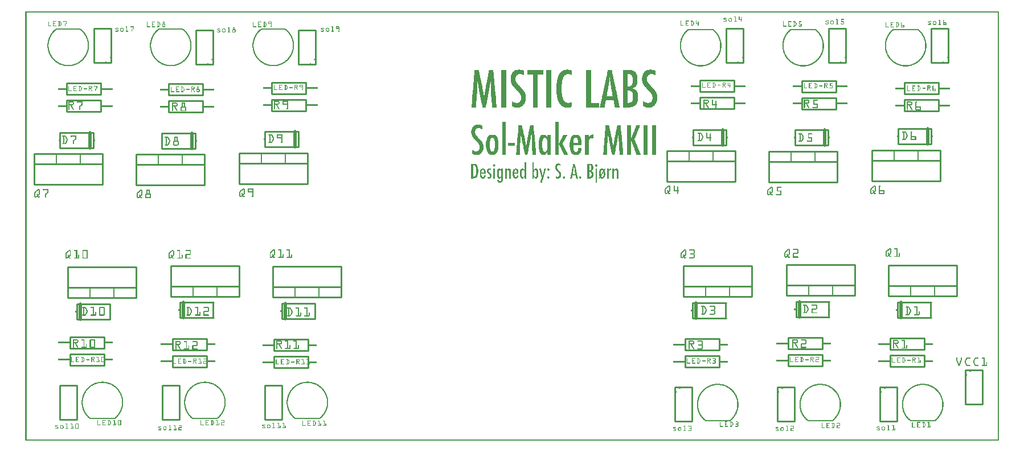
<source format=gto>
G04 MADE WITH FRITZING*
G04 WWW.FRITZING.ORG*
G04 DOUBLE SIDED*
G04 HOLES PLATED*
G04 CONTOUR ON CENTER OF CONTOUR VECTOR*
%ASAXBY*%
%FSLAX23Y23*%
%MOIN*%
%OFA0B0*%
%SFA1.0B1.0*%
%ADD10C,0.010000*%
%ADD11C,0.005000*%
%ADD12C,0.020000*%
%ADD13C,0.007874*%
%LNSILK1*%
G90*
G70*
G54D10*
X446Y1923D02*
X246Y1923D01*
D02*
X246Y1923D02*
X246Y1989D01*
D02*
X246Y1989D02*
X446Y1989D01*
D02*
X446Y1989D02*
X446Y1923D01*
D02*
X5067Y595D02*
X5267Y595D01*
D02*
X5267Y595D02*
X5267Y529D01*
D02*
X5267Y529D02*
X5067Y529D01*
D02*
X5067Y529D02*
X5067Y595D01*
D02*
X5457Y842D02*
X5057Y842D01*
D02*
X5057Y842D02*
X5057Y1022D01*
D02*
X5057Y1022D02*
X5457Y1022D01*
D02*
X5457Y1022D02*
X5457Y842D01*
D02*
X5457Y842D02*
X5057Y842D01*
D02*
X5057Y842D02*
X5057Y902D01*
D02*
X5057Y902D02*
X5457Y902D01*
D02*
X5457Y902D02*
X5457Y842D01*
G54D11*
D02*
X5327Y842D02*
X5327Y902D01*
D02*
X5187Y842D02*
X5187Y902D01*
G54D10*
D02*
X56Y1676D02*
X456Y1676D01*
D02*
X456Y1676D02*
X456Y1496D01*
D02*
X456Y1496D02*
X56Y1496D01*
D02*
X56Y1496D02*
X56Y1676D01*
D02*
X56Y1676D02*
X456Y1676D01*
D02*
X456Y1676D02*
X456Y1616D01*
D02*
X456Y1616D02*
X56Y1616D01*
D02*
X56Y1616D02*
X56Y1676D01*
G54D11*
D02*
X186Y1676D02*
X186Y1616D01*
D02*
X326Y1676D02*
X326Y1616D01*
G54D10*
D02*
X506Y2210D02*
X506Y2410D01*
D02*
X506Y2410D02*
X406Y2410D01*
D02*
X406Y2410D02*
X406Y2210D01*
D02*
X406Y2210D02*
X506Y2210D01*
D02*
X5007Y309D02*
X5007Y109D01*
D02*
X5007Y109D02*
X5107Y109D01*
D02*
X5107Y109D02*
X5107Y309D01*
D02*
X5107Y309D02*
X5007Y309D01*
D02*
X5111Y807D02*
X5306Y807D01*
D02*
X5306Y717D02*
X5111Y717D01*
D02*
X5111Y717D02*
X5111Y807D01*
G54D12*
D02*
X5131Y717D02*
X5131Y807D01*
G54D10*
D02*
X402Y1711D02*
X207Y1711D01*
D02*
X207Y1801D02*
X402Y1801D01*
D02*
X402Y1801D02*
X402Y1711D01*
G54D12*
D02*
X382Y1801D02*
X382Y1711D01*
G54D10*
D02*
X5067Y495D02*
X5267Y495D01*
D02*
X5267Y495D02*
X5267Y429D01*
D02*
X5267Y429D02*
X5067Y429D01*
D02*
X5067Y429D02*
X5067Y495D01*
D02*
X446Y2023D02*
X246Y2023D01*
D02*
X246Y2023D02*
X246Y2089D01*
D02*
X246Y2089D02*
X446Y2089D01*
D02*
X446Y2089D02*
X446Y2023D01*
D02*
X5507Y409D02*
X5507Y209D01*
D02*
X5507Y209D02*
X5607Y209D01*
D02*
X5607Y209D02*
X5607Y409D01*
D02*
X5607Y409D02*
X5507Y409D01*
D02*
X4471Y599D02*
X4671Y599D01*
D02*
X4671Y599D02*
X4671Y533D01*
D02*
X4671Y533D02*
X4471Y533D01*
D02*
X4471Y533D02*
X4471Y599D01*
D02*
X1042Y1919D02*
X842Y1919D01*
D02*
X842Y1919D02*
X842Y1985D01*
D02*
X842Y1985D02*
X1042Y1985D01*
D02*
X1042Y1985D02*
X1042Y1919D01*
D02*
X4861Y846D02*
X4461Y846D01*
D02*
X4461Y846D02*
X4461Y1026D01*
D02*
X4461Y1026D02*
X4861Y1026D01*
D02*
X4861Y1026D02*
X4861Y846D01*
D02*
X4861Y846D02*
X4461Y846D01*
D02*
X4461Y846D02*
X4461Y906D01*
D02*
X4461Y906D02*
X4861Y906D01*
D02*
X4861Y906D02*
X4861Y846D01*
G54D11*
D02*
X4731Y846D02*
X4731Y906D01*
D02*
X4591Y846D02*
X4591Y906D01*
G54D10*
D02*
X652Y1672D02*
X1052Y1672D01*
D02*
X1052Y1672D02*
X1052Y1492D01*
D02*
X1052Y1492D02*
X652Y1492D01*
D02*
X652Y1492D02*
X652Y1672D01*
D02*
X652Y1672D02*
X1052Y1672D01*
D02*
X1052Y1672D02*
X1052Y1612D01*
D02*
X1052Y1612D02*
X652Y1612D01*
D02*
X652Y1612D02*
X652Y1672D01*
G54D11*
D02*
X782Y1672D02*
X782Y1612D01*
D02*
X922Y1672D02*
X922Y1612D01*
G54D10*
D02*
X4407Y309D02*
X4407Y109D01*
D02*
X4407Y109D02*
X4507Y109D01*
D02*
X4507Y109D02*
X4507Y309D01*
D02*
X4507Y309D02*
X4407Y309D01*
D02*
X1102Y2199D02*
X1102Y2399D01*
D02*
X1102Y2399D02*
X1002Y2399D01*
D02*
X1002Y2399D02*
X1002Y2199D01*
D02*
X1002Y2199D02*
X1102Y2199D01*
D02*
X4515Y811D02*
X4710Y811D01*
D02*
X4710Y721D02*
X4515Y721D01*
D02*
X4515Y721D02*
X4515Y811D01*
G54D12*
D02*
X4535Y721D02*
X4535Y811D01*
G54D10*
D02*
X998Y1707D02*
X803Y1707D01*
D02*
X803Y1797D02*
X998Y1797D01*
D02*
X998Y1797D02*
X998Y1707D01*
G54D12*
D02*
X978Y1797D02*
X978Y1707D01*
G54D10*
D02*
X4471Y499D02*
X4671Y499D01*
D02*
X4671Y499D02*
X4671Y433D01*
D02*
X4671Y433D02*
X4471Y433D01*
D02*
X4471Y433D02*
X4471Y499D01*
D02*
X1042Y2019D02*
X842Y2019D01*
D02*
X842Y2019D02*
X842Y2085D01*
D02*
X842Y2085D02*
X1042Y2085D01*
D02*
X1042Y2085D02*
X1042Y2019D01*
D02*
X3867Y592D02*
X4067Y592D01*
D02*
X4067Y592D02*
X4067Y526D01*
D02*
X4067Y526D02*
X3867Y526D01*
D02*
X3867Y526D02*
X3867Y592D01*
D02*
X1646Y1927D02*
X1446Y1927D01*
D02*
X1446Y1927D02*
X1446Y1993D01*
D02*
X1446Y1993D02*
X1646Y1993D01*
D02*
X1646Y1993D02*
X1646Y1927D01*
D02*
X5348Y1926D02*
X5148Y1926D01*
D02*
X5148Y1926D02*
X5148Y1992D01*
D02*
X5148Y1992D02*
X5348Y1992D01*
D02*
X5348Y1992D02*
X5348Y1926D01*
D02*
X265Y604D02*
X465Y604D01*
D02*
X465Y604D02*
X465Y538D01*
D02*
X465Y538D02*
X265Y538D01*
D02*
X265Y538D02*
X265Y604D01*
D02*
X4257Y839D02*
X3857Y839D01*
D02*
X3857Y839D02*
X3857Y1019D01*
D02*
X3857Y1019D02*
X4257Y1019D01*
D02*
X4257Y1019D02*
X4257Y839D01*
D02*
X4257Y839D02*
X3857Y839D01*
D02*
X3857Y839D02*
X3857Y899D01*
D02*
X3857Y899D02*
X4257Y899D01*
D02*
X4257Y899D02*
X4257Y839D01*
G54D11*
D02*
X4127Y839D02*
X4127Y899D01*
D02*
X3987Y839D02*
X3987Y899D01*
G54D10*
D02*
X1256Y1680D02*
X1656Y1680D01*
D02*
X1656Y1680D02*
X1656Y1500D01*
D02*
X1656Y1500D02*
X1256Y1500D01*
D02*
X1256Y1500D02*
X1256Y1680D01*
D02*
X1256Y1680D02*
X1656Y1680D01*
D02*
X1656Y1680D02*
X1656Y1620D01*
D02*
X1656Y1620D02*
X1256Y1620D01*
D02*
X1256Y1620D02*
X1256Y1680D01*
G54D11*
D02*
X1386Y1680D02*
X1386Y1620D01*
D02*
X1526Y1680D02*
X1526Y1620D01*
G54D10*
D02*
X4961Y1697D02*
X5361Y1697D01*
D02*
X5361Y1697D02*
X5361Y1517D01*
D02*
X5361Y1517D02*
X4961Y1517D01*
D02*
X4961Y1517D02*
X4961Y1697D01*
D02*
X4961Y1697D02*
X5361Y1697D01*
D02*
X5361Y1697D02*
X5361Y1637D01*
D02*
X5361Y1637D02*
X4961Y1637D01*
D02*
X4961Y1637D02*
X4961Y1697D01*
G54D11*
D02*
X5091Y1697D02*
X5091Y1637D01*
D02*
X5231Y1697D02*
X5231Y1637D01*
G54D10*
D02*
X652Y832D02*
X252Y832D01*
D02*
X252Y832D02*
X252Y1012D01*
D02*
X252Y1012D02*
X652Y1012D01*
D02*
X652Y1012D02*
X652Y832D01*
D02*
X652Y832D02*
X252Y832D01*
D02*
X252Y832D02*
X252Y892D01*
D02*
X252Y892D02*
X652Y892D01*
D02*
X652Y892D02*
X652Y832D01*
G54D11*
D02*
X522Y832D02*
X522Y892D01*
D02*
X382Y832D02*
X382Y892D01*
G54D10*
D02*
X3807Y309D02*
X3807Y109D01*
D02*
X3807Y109D02*
X3907Y109D01*
D02*
X3907Y109D02*
X3907Y309D01*
D02*
X3907Y309D02*
X3807Y309D01*
D02*
X1702Y2199D02*
X1702Y2399D01*
D02*
X1702Y2399D02*
X1602Y2399D01*
D02*
X1602Y2399D02*
X1602Y2199D01*
D02*
X1602Y2199D02*
X1702Y2199D01*
D02*
X5407Y2209D02*
X5407Y2409D01*
D02*
X5407Y2409D02*
X5307Y2409D01*
D02*
X5307Y2409D02*
X5307Y2209D01*
D02*
X5307Y2209D02*
X5407Y2209D01*
D02*
X3911Y804D02*
X4106Y804D01*
D02*
X4106Y714D02*
X3911Y714D01*
D02*
X3911Y714D02*
X3911Y804D01*
G54D12*
D02*
X3931Y714D02*
X3931Y804D01*
G54D10*
D02*
X1602Y1715D02*
X1407Y1715D01*
D02*
X1407Y1715D02*
X1407Y1805D01*
D02*
X1407Y1805D02*
X1602Y1805D01*
D02*
X1602Y1805D02*
X1602Y1715D01*
G54D12*
D02*
X1582Y1805D02*
X1582Y1715D01*
G54D10*
D02*
X5307Y1732D02*
X5112Y1732D01*
D02*
X5112Y1732D02*
X5112Y1822D01*
D02*
X5112Y1822D02*
X5307Y1822D01*
D02*
X5307Y1822D02*
X5307Y1732D01*
G54D12*
D02*
X5287Y1822D02*
X5287Y1732D01*
G54D10*
D02*
X306Y797D02*
X501Y797D01*
D02*
X501Y797D02*
X501Y707D01*
D02*
X501Y707D02*
X306Y707D01*
D02*
X306Y707D02*
X306Y797D01*
G54D12*
D02*
X326Y707D02*
X326Y797D01*
G54D10*
D02*
X3867Y492D02*
X4067Y492D01*
D02*
X4067Y492D02*
X4067Y426D01*
D02*
X4067Y426D02*
X3867Y426D01*
D02*
X3867Y426D02*
X3867Y492D01*
D02*
X1646Y2027D02*
X1446Y2027D01*
D02*
X1446Y2027D02*
X1446Y2093D01*
D02*
X1446Y2093D02*
X1646Y2093D01*
D02*
X1646Y2093D02*
X1646Y2027D01*
D02*
X5348Y2026D02*
X5148Y2026D01*
D02*
X5148Y2026D02*
X5148Y2092D01*
D02*
X5148Y2092D02*
X5348Y2092D01*
D02*
X5348Y2092D02*
X5348Y2026D01*
D02*
X265Y504D02*
X465Y504D01*
D02*
X465Y504D02*
X465Y438D01*
D02*
X465Y438D02*
X265Y438D01*
D02*
X265Y438D02*
X265Y504D01*
D02*
X4152Y1940D02*
X3952Y1940D01*
D02*
X3952Y1940D02*
X3952Y2006D01*
D02*
X3952Y2006D02*
X4152Y2006D01*
D02*
X4152Y2006D02*
X4152Y1940D01*
D02*
X1461Y589D02*
X1661Y589D01*
D02*
X1661Y589D02*
X1661Y523D01*
D02*
X1661Y523D02*
X1461Y523D01*
D02*
X1461Y523D02*
X1461Y589D01*
D02*
X3761Y1693D02*
X4161Y1693D01*
D02*
X4161Y1693D02*
X4161Y1513D01*
D02*
X4161Y1513D02*
X3761Y1513D01*
D02*
X3761Y1513D02*
X3761Y1693D01*
D02*
X3761Y1693D02*
X4161Y1693D01*
D02*
X4161Y1693D02*
X4161Y1633D01*
D02*
X4161Y1633D02*
X3761Y1633D01*
D02*
X3761Y1633D02*
X3761Y1693D01*
G54D11*
D02*
X3891Y1693D02*
X3891Y1633D01*
D02*
X4031Y1693D02*
X4031Y1633D01*
G54D10*
D02*
X1852Y836D02*
X1452Y836D01*
D02*
X1452Y836D02*
X1452Y1016D01*
D02*
X1452Y1016D02*
X1852Y1016D01*
D02*
X1852Y1016D02*
X1852Y836D01*
D02*
X1852Y836D02*
X1452Y836D01*
D02*
X1452Y836D02*
X1452Y896D01*
D02*
X1452Y896D02*
X1852Y896D01*
D02*
X1852Y896D02*
X1852Y836D01*
G54D11*
D02*
X1722Y836D02*
X1722Y896D01*
D02*
X1582Y836D02*
X1582Y896D01*
G54D10*
D02*
X4207Y2209D02*
X4207Y2409D01*
D02*
X4207Y2409D02*
X4107Y2409D01*
D02*
X4107Y2409D02*
X4107Y2209D01*
D02*
X4107Y2209D02*
X4207Y2209D01*
D02*
X1406Y321D02*
X1406Y121D01*
D02*
X1406Y121D02*
X1506Y121D01*
D02*
X1506Y121D02*
X1506Y321D01*
D02*
X1506Y321D02*
X1406Y321D01*
D02*
X4107Y1728D02*
X3912Y1728D01*
D02*
X3912Y1728D02*
X3912Y1818D01*
D02*
X3912Y1818D02*
X4107Y1818D01*
D02*
X4107Y1818D02*
X4107Y1728D01*
G54D12*
D02*
X4087Y1818D02*
X4087Y1728D01*
G54D10*
D02*
X1506Y801D02*
X1701Y801D01*
D02*
X1701Y801D02*
X1701Y711D01*
D02*
X1701Y711D02*
X1506Y711D01*
D02*
X1506Y711D02*
X1506Y801D01*
G54D12*
D02*
X1526Y711D02*
X1526Y801D01*
G54D10*
D02*
X4152Y2040D02*
X3952Y2040D01*
D02*
X3952Y2040D02*
X3952Y2106D01*
D02*
X3952Y2106D02*
X4152Y2106D01*
D02*
X4152Y2106D02*
X4152Y2040D01*
D02*
X1461Y489D02*
X1661Y489D01*
D02*
X1661Y489D02*
X1661Y423D01*
D02*
X1661Y423D02*
X1461Y423D01*
D02*
X1461Y423D02*
X1461Y489D01*
D02*
X4748Y1937D02*
X4548Y1937D01*
D02*
X4548Y1937D02*
X4548Y2003D01*
D02*
X4548Y2003D02*
X4748Y2003D01*
D02*
X4748Y2003D02*
X4748Y1937D01*
D02*
X865Y593D02*
X1065Y593D01*
D02*
X1065Y593D02*
X1065Y527D01*
D02*
X1065Y527D02*
X865Y527D01*
D02*
X865Y527D02*
X865Y593D01*
D02*
X4357Y1690D02*
X4757Y1690D01*
D02*
X4757Y1690D02*
X4757Y1510D01*
D02*
X4757Y1510D02*
X4357Y1510D01*
D02*
X4357Y1510D02*
X4357Y1690D01*
D02*
X4357Y1690D02*
X4757Y1690D01*
D02*
X4757Y1690D02*
X4757Y1630D01*
D02*
X4757Y1630D02*
X4357Y1630D01*
D02*
X4357Y1630D02*
X4357Y1690D01*
G54D11*
D02*
X4487Y1690D02*
X4487Y1630D01*
D02*
X4627Y1690D02*
X4627Y1630D01*
G54D10*
D02*
X1256Y840D02*
X856Y840D01*
D02*
X856Y840D02*
X856Y1020D01*
D02*
X856Y1020D02*
X1256Y1020D01*
D02*
X1256Y1020D02*
X1256Y840D01*
D02*
X1256Y840D02*
X856Y840D01*
D02*
X856Y840D02*
X856Y900D01*
D02*
X856Y900D02*
X1256Y900D01*
D02*
X1256Y900D02*
X1256Y840D01*
G54D11*
D02*
X1126Y840D02*
X1126Y900D01*
D02*
X986Y840D02*
X986Y900D01*
G54D10*
D02*
X4807Y2209D02*
X4807Y2409D01*
D02*
X4807Y2409D02*
X4707Y2409D01*
D02*
X4707Y2409D02*
X4707Y2209D01*
D02*
X4707Y2209D02*
X4807Y2209D01*
D02*
X806Y321D02*
X806Y121D01*
D02*
X806Y121D02*
X906Y121D01*
D02*
X906Y121D02*
X906Y321D01*
D02*
X906Y321D02*
X806Y321D01*
D02*
X4703Y1725D02*
X4508Y1725D01*
D02*
X4508Y1725D02*
X4508Y1815D01*
D02*
X4508Y1815D02*
X4703Y1815D01*
D02*
X4703Y1815D02*
X4703Y1725D01*
G54D12*
D02*
X4683Y1815D02*
X4683Y1725D01*
G54D10*
D02*
X910Y805D02*
X1105Y805D01*
D02*
X1105Y715D02*
X910Y715D01*
D02*
X910Y715D02*
X910Y805D01*
G54D12*
D02*
X930Y715D02*
X930Y805D01*
G54D10*
D02*
X4748Y2037D02*
X4548Y2037D01*
D02*
X4548Y2037D02*
X4548Y2103D01*
D02*
X4548Y2103D02*
X4748Y2103D01*
D02*
X4748Y2103D02*
X4748Y2037D01*
D02*
X865Y493D02*
X1065Y493D01*
D02*
X1065Y493D02*
X1065Y427D01*
D02*
X1065Y427D02*
X865Y427D01*
D02*
X865Y427D02*
X865Y493D01*
D02*
X206Y321D02*
X206Y121D01*
D02*
X206Y121D02*
X306Y121D01*
D02*
X306Y121D02*
X306Y321D01*
D02*
X306Y321D02*
X206Y321D01*
G36*
X3171Y2170D02*
X3171Y2168D01*
X3164Y2168D01*
X3164Y2167D01*
X3160Y2167D01*
X3160Y2166D01*
X3156Y2166D01*
X3156Y2165D01*
X3153Y2165D01*
X3153Y2164D01*
X3151Y2164D01*
X3151Y2163D01*
X3149Y2163D01*
X3149Y2161D01*
X3147Y2161D01*
X3147Y2160D01*
X3145Y2160D01*
X3145Y2159D01*
X3144Y2159D01*
X3144Y2158D01*
X3142Y2158D01*
X3142Y2157D01*
X3141Y2157D01*
X3141Y2156D01*
X3140Y2156D01*
X3140Y2155D01*
X3139Y2155D01*
X3139Y2153D01*
X3138Y2153D01*
X3138Y2152D01*
X3137Y2152D01*
X3137Y2151D01*
X3136Y2151D01*
X3136Y2150D01*
X3134Y2150D01*
X3134Y2149D01*
X3133Y2149D01*
X3133Y2148D01*
X3132Y2148D01*
X3132Y2145D01*
X3131Y2145D01*
X3131Y2144D01*
X3130Y2144D01*
X3130Y2142D01*
X3191Y2142D01*
X3191Y2141D01*
X3195Y2141D01*
X3195Y2139D01*
X3198Y2139D01*
X3198Y2138D01*
X3200Y2138D01*
X3200Y2137D01*
X3202Y2137D01*
X3202Y2164D01*
X3199Y2164D01*
X3199Y2165D01*
X3196Y2165D01*
X3196Y2166D01*
X3193Y2166D01*
X3193Y2167D01*
X3189Y2167D01*
X3189Y2168D01*
X3183Y2168D01*
X3183Y2170D01*
X3171Y2170D01*
G37*
D02*
G36*
X3129Y2142D02*
X3129Y2139D01*
X3127Y2139D01*
X3127Y2137D01*
X3126Y2137D01*
X3126Y2135D01*
X3125Y2135D01*
X3125Y2133D01*
X3124Y2133D01*
X3124Y2130D01*
X3123Y2130D01*
X3123Y2127D01*
X3122Y2127D01*
X3122Y2123D01*
X3120Y2123D01*
X3120Y2120D01*
X3119Y2120D01*
X3119Y2115D01*
X3118Y2115D01*
X3118Y2111D01*
X3117Y2111D01*
X3117Y2105D01*
X3116Y2105D01*
X3116Y2098D01*
X3115Y2098D01*
X3115Y2089D01*
X3114Y2089D01*
X3114Y2075D01*
X3112Y2075D01*
X3112Y2035D01*
X3114Y2035D01*
X3114Y2022D01*
X3115Y2022D01*
X3115Y2013D01*
X3116Y2013D01*
X3116Y2007D01*
X3117Y2007D01*
X3117Y2002D01*
X3118Y2002D01*
X3118Y1998D01*
X3119Y1998D01*
X3119Y1994D01*
X3120Y1994D01*
X3120Y1990D01*
X3122Y1990D01*
X3122Y1987D01*
X3123Y1987D01*
X3123Y1984D01*
X3124Y1984D01*
X3124Y1982D01*
X3125Y1982D01*
X3125Y1978D01*
X3126Y1978D01*
X3126Y1977D01*
X3127Y1977D01*
X3127Y1975D01*
X3129Y1975D01*
X3129Y1974D01*
X3177Y1974D01*
X3177Y1975D01*
X3174Y1975D01*
X3174Y1976D01*
X3170Y1976D01*
X3170Y1977D01*
X3168Y1977D01*
X3168Y1978D01*
X3166Y1978D01*
X3166Y1980D01*
X3164Y1980D01*
X3164Y1981D01*
X3163Y1981D01*
X3163Y1982D01*
X3162Y1982D01*
X3162Y1983D01*
X3161Y1983D01*
X3161Y1984D01*
X3160Y1984D01*
X3160Y1985D01*
X3159Y1985D01*
X3159Y1987D01*
X3158Y1987D01*
X3158Y1988D01*
X3156Y1988D01*
X3156Y1990D01*
X3155Y1990D01*
X3155Y1991D01*
X3154Y1991D01*
X3154Y1994D01*
X3153Y1994D01*
X3153Y1996D01*
X3152Y1996D01*
X3152Y1999D01*
X3151Y1999D01*
X3151Y2002D01*
X3149Y2002D01*
X3149Y2005D01*
X3148Y2005D01*
X3148Y2010D01*
X3147Y2010D01*
X3147Y2014D01*
X3146Y2014D01*
X3146Y2021D01*
X3145Y2021D01*
X3145Y2029D01*
X3144Y2029D01*
X3144Y2054D01*
X3142Y2054D01*
X3142Y2056D01*
X3144Y2056D01*
X3144Y2084D01*
X3145Y2084D01*
X3145Y2094D01*
X3146Y2094D01*
X3146Y2101D01*
X3147Y2101D01*
X3147Y2107D01*
X3148Y2107D01*
X3148Y2111D01*
X3149Y2111D01*
X3149Y2115D01*
X3151Y2115D01*
X3151Y2117D01*
X3152Y2117D01*
X3152Y2121D01*
X3153Y2121D01*
X3153Y2123D01*
X3154Y2123D01*
X3154Y2126D01*
X3155Y2126D01*
X3155Y2128D01*
X3156Y2128D01*
X3156Y2129D01*
X3158Y2129D01*
X3158Y2130D01*
X3159Y2130D01*
X3159Y2133D01*
X3160Y2133D01*
X3160Y2134D01*
X3161Y2134D01*
X3161Y2135D01*
X3162Y2135D01*
X3162Y2136D01*
X3164Y2136D01*
X3164Y2137D01*
X3166Y2137D01*
X3166Y2138D01*
X3168Y2138D01*
X3168Y2139D01*
X3170Y2139D01*
X3170Y2141D01*
X3174Y2141D01*
X3174Y2142D01*
X3129Y2142D01*
G37*
D02*
G36*
X3198Y1977D02*
X3198Y1976D01*
X3195Y1976D01*
X3195Y1975D01*
X3191Y1975D01*
X3191Y1974D01*
X3202Y1974D01*
X3202Y1977D01*
X3198Y1977D01*
G37*
D02*
G36*
X3129Y1974D02*
X3129Y1973D01*
X3202Y1973D01*
X3202Y1974D01*
X3129Y1974D01*
G37*
D02*
G36*
X3129Y1974D02*
X3129Y1973D01*
X3202Y1973D01*
X3202Y1974D01*
X3129Y1974D01*
G37*
D02*
G36*
X3130Y1973D02*
X3130Y1971D01*
X3131Y1971D01*
X3131Y1969D01*
X3132Y1969D01*
X3132Y1968D01*
X3133Y1968D01*
X3133Y1966D01*
X3134Y1966D01*
X3134Y1965D01*
X3136Y1965D01*
X3136Y1963D01*
X3137Y1963D01*
X3137Y1962D01*
X3138Y1962D01*
X3138Y1961D01*
X3139Y1961D01*
X3139Y1960D01*
X3140Y1960D01*
X3140Y1959D01*
X3141Y1959D01*
X3141Y1958D01*
X3144Y1958D01*
X3144Y1956D01*
X3145Y1956D01*
X3145Y1955D01*
X3146Y1955D01*
X3146Y1954D01*
X3148Y1954D01*
X3148Y1953D01*
X3151Y1953D01*
X3151Y1952D01*
X3153Y1952D01*
X3153Y1951D01*
X3155Y1951D01*
X3155Y1949D01*
X3159Y1949D01*
X3159Y1948D01*
X3163Y1948D01*
X3163Y1947D01*
X3169Y1947D01*
X3169Y1946D01*
X3186Y1946D01*
X3186Y1947D01*
X3191Y1947D01*
X3191Y1948D01*
X3196Y1948D01*
X3196Y1949D01*
X3198Y1949D01*
X3198Y1951D01*
X3200Y1951D01*
X3200Y1952D01*
X3202Y1952D01*
X3202Y1973D01*
X3130Y1973D01*
G37*
D02*
G36*
X2634Y2166D02*
X2634Y2163D01*
X2633Y2163D01*
X2633Y2149D01*
X2632Y2149D01*
X2632Y2135D01*
X2630Y2135D01*
X2630Y2121D01*
X2629Y2121D01*
X2629Y2107D01*
X2628Y2107D01*
X2628Y2097D01*
X2652Y2097D01*
X2652Y2090D01*
X2654Y2090D01*
X2654Y2082D01*
X2655Y2082D01*
X2655Y2073D01*
X2656Y2073D01*
X2656Y2066D01*
X2657Y2066D01*
X2657Y2060D01*
X2658Y2060D01*
X2658Y2053D01*
X2659Y2053D01*
X2659Y2047D01*
X2661Y2047D01*
X2661Y2041D01*
X2662Y2041D01*
X2662Y2035D01*
X2663Y2035D01*
X2663Y2029D01*
X2664Y2029D01*
X2664Y2024D01*
X2665Y2024D01*
X2665Y2019D01*
X2666Y2019D01*
X2666Y2013D01*
X2667Y2013D01*
X2667Y2010D01*
X2688Y2010D01*
X2688Y2019D01*
X2687Y2019D01*
X2687Y2027D01*
X2686Y2027D01*
X2686Y2034D01*
X2685Y2034D01*
X2685Y2041D01*
X2684Y2041D01*
X2684Y2048D01*
X2683Y2048D01*
X2683Y2054D01*
X2681Y2054D01*
X2681Y2061D01*
X2680Y2061D01*
X2680Y2066D01*
X2679Y2066D01*
X2679Y2072D01*
X2678Y2072D01*
X2678Y2078D01*
X2677Y2078D01*
X2677Y2083D01*
X2676Y2083D01*
X2676Y2089D01*
X2674Y2089D01*
X2674Y2093D01*
X2673Y2093D01*
X2673Y2099D01*
X2672Y2099D01*
X2672Y2105D01*
X2671Y2105D01*
X2671Y2109D01*
X2670Y2109D01*
X2670Y2115D01*
X2669Y2115D01*
X2669Y2121D01*
X2667Y2121D01*
X2667Y2126D01*
X2666Y2126D01*
X2666Y2131D01*
X2665Y2131D01*
X2665Y2137D01*
X2664Y2137D01*
X2664Y2142D01*
X2663Y2142D01*
X2663Y2148D01*
X2662Y2148D01*
X2662Y2152D01*
X2661Y2152D01*
X2661Y2158D01*
X2659Y2158D01*
X2659Y2164D01*
X2658Y2164D01*
X2658Y2166D01*
X2634Y2166D01*
G37*
D02*
G36*
X2718Y2166D02*
X2718Y2163D01*
X2717Y2163D01*
X2717Y2157D01*
X2716Y2157D01*
X2716Y2151D01*
X2715Y2151D01*
X2715Y2145D01*
X2714Y2145D01*
X2714Y2139D01*
X2713Y2139D01*
X2713Y2134D01*
X2712Y2134D01*
X2712Y2128D01*
X2710Y2128D01*
X2710Y2122D01*
X2709Y2122D01*
X2709Y2116D01*
X2708Y2116D01*
X2708Y2109D01*
X2707Y2109D01*
X2707Y2104D01*
X2706Y2104D01*
X2706Y2098D01*
X2728Y2098D01*
X2728Y2091D01*
X2729Y2091D01*
X2729Y2057D01*
X2730Y2057D01*
X2730Y2031D01*
X2731Y2031D01*
X2731Y2011D01*
X2732Y2011D01*
X2732Y1994D01*
X2734Y1994D01*
X2734Y1975D01*
X2735Y1975D01*
X2735Y1958D01*
X2736Y1958D01*
X2736Y1948D01*
X2764Y1948D01*
X2764Y1952D01*
X2762Y1952D01*
X2762Y1965D01*
X2761Y1965D01*
X2761Y1977D01*
X2760Y1977D01*
X2760Y1990D01*
X2759Y1990D01*
X2759Y2003D01*
X2758Y2003D01*
X2758Y2016D01*
X2757Y2016D01*
X2757Y2028D01*
X2756Y2028D01*
X2756Y2041D01*
X2754Y2041D01*
X2754Y2053D01*
X2753Y2053D01*
X2753Y2065D01*
X2752Y2065D01*
X2752Y2078D01*
X2751Y2078D01*
X2751Y2091D01*
X2750Y2091D01*
X2750Y2104D01*
X2749Y2104D01*
X2749Y2116D01*
X2747Y2116D01*
X2747Y2129D01*
X2746Y2129D01*
X2746Y2142D01*
X2745Y2142D01*
X2745Y2153D01*
X2744Y2153D01*
X2744Y2166D01*
X2718Y2166D01*
G37*
D02*
G36*
X2705Y2098D02*
X2705Y2092D01*
X2703Y2092D01*
X2703Y2086D01*
X2702Y2086D01*
X2702Y2080D01*
X2701Y2080D01*
X2701Y2075D01*
X2700Y2075D01*
X2700Y2069D01*
X2699Y2069D01*
X2699Y2063D01*
X2698Y2063D01*
X2698Y2056D01*
X2696Y2056D01*
X2696Y2048D01*
X2695Y2048D01*
X2695Y2041D01*
X2694Y2041D01*
X2694Y2034D01*
X2693Y2034D01*
X2693Y2027D01*
X2692Y2027D01*
X2692Y2019D01*
X2691Y2019D01*
X2691Y2012D01*
X2689Y2012D01*
X2689Y2010D01*
X2712Y2010D01*
X2712Y2014D01*
X2713Y2014D01*
X2713Y2020D01*
X2714Y2020D01*
X2714Y2026D01*
X2715Y2026D01*
X2715Y2032D01*
X2716Y2032D01*
X2716Y2038D01*
X2717Y2038D01*
X2717Y2044D01*
X2718Y2044D01*
X2718Y2050D01*
X2720Y2050D01*
X2720Y2056D01*
X2721Y2056D01*
X2721Y2063D01*
X2722Y2063D01*
X2722Y2069D01*
X2723Y2069D01*
X2723Y2076D01*
X2724Y2076D01*
X2724Y2083D01*
X2725Y2083D01*
X2725Y2091D01*
X2727Y2091D01*
X2727Y2098D01*
X2705Y2098D01*
G37*
D02*
G36*
X2628Y2097D02*
X2628Y2092D01*
X2627Y2092D01*
X2627Y2078D01*
X2626Y2078D01*
X2626Y2064D01*
X2625Y2064D01*
X2625Y2050D01*
X2623Y2050D01*
X2623Y2036D01*
X2622Y2036D01*
X2622Y2022D01*
X2621Y2022D01*
X2621Y2007D01*
X2620Y2007D01*
X2620Y1994D01*
X2619Y1994D01*
X2619Y1980D01*
X2618Y1980D01*
X2618Y1966D01*
X2617Y1966D01*
X2617Y1952D01*
X2615Y1952D01*
X2615Y1948D01*
X2643Y1948D01*
X2643Y1966D01*
X2644Y1966D01*
X2644Y1987D01*
X2645Y1987D01*
X2645Y2006D01*
X2647Y2006D01*
X2647Y2027D01*
X2648Y2027D01*
X2648Y2048D01*
X2649Y2048D01*
X2649Y2069D01*
X2650Y2069D01*
X2650Y2089D01*
X2651Y2089D01*
X2651Y2097D01*
X2628Y2097D01*
G37*
D02*
G36*
X2667Y2010D02*
X2667Y2009D01*
X2712Y2009D01*
X2712Y2010D01*
X2667Y2010D01*
G37*
D02*
G36*
X2667Y2010D02*
X2667Y2009D01*
X2712Y2009D01*
X2712Y2010D01*
X2667Y2010D01*
G37*
D02*
G36*
X2667Y2009D02*
X2667Y2007D01*
X2669Y2007D01*
X2669Y2002D01*
X2670Y2002D01*
X2670Y1996D01*
X2671Y1996D01*
X2671Y1991D01*
X2672Y1991D01*
X2672Y1985D01*
X2673Y1985D01*
X2673Y1980D01*
X2674Y1980D01*
X2674Y1974D01*
X2676Y1974D01*
X2676Y1968D01*
X2677Y1968D01*
X2677Y1963D01*
X2678Y1963D01*
X2678Y1958D01*
X2679Y1958D01*
X2679Y1952D01*
X2680Y1952D01*
X2680Y1948D01*
X2700Y1948D01*
X2700Y1954D01*
X2701Y1954D01*
X2701Y1960D01*
X2702Y1960D01*
X2702Y1966D01*
X2703Y1966D01*
X2703Y1971D01*
X2705Y1971D01*
X2705Y1977D01*
X2706Y1977D01*
X2706Y1984D01*
X2707Y1984D01*
X2707Y1990D01*
X2708Y1990D01*
X2708Y1996D01*
X2709Y1996D01*
X2709Y2002D01*
X2710Y2002D01*
X2710Y2007D01*
X2712Y2007D01*
X2712Y2009D01*
X2667Y2009D01*
G37*
D02*
G36*
X2789Y2166D02*
X2789Y1948D01*
X2818Y1948D01*
X2818Y2166D01*
X2789Y2166D01*
G37*
D02*
G36*
X2942Y2166D02*
X2942Y2141D01*
X2976Y2141D01*
X2976Y1948D01*
X3003Y1948D01*
X3003Y2141D01*
X3037Y2141D01*
X3037Y2166D01*
X2942Y2166D01*
G37*
D02*
G36*
X3054Y2166D02*
X3054Y1948D01*
X3083Y1948D01*
X3083Y2166D01*
X3054Y2166D01*
G37*
D02*
G36*
X3287Y2166D02*
X3287Y1948D01*
X3364Y1948D01*
X3364Y1973D01*
X3316Y1973D01*
X3316Y2166D01*
X3287Y2166D01*
G37*
D02*
G36*
X3414Y2166D02*
X3414Y2160D01*
X3412Y2160D01*
X3412Y2155D01*
X3411Y2155D01*
X3411Y2150D01*
X3410Y2150D01*
X3410Y2144D01*
X3409Y2144D01*
X3409Y2139D01*
X3408Y2139D01*
X3408Y2134D01*
X3407Y2134D01*
X3407Y2128D01*
X3405Y2128D01*
X3405Y2123D01*
X3425Y2123D01*
X3425Y2121D01*
X3426Y2121D01*
X3426Y2111D01*
X3427Y2111D01*
X3427Y2100D01*
X3429Y2100D01*
X3429Y2092D01*
X3430Y2092D01*
X3430Y2083D01*
X3431Y2083D01*
X3431Y2076D01*
X3432Y2076D01*
X3432Y2068D01*
X3433Y2068D01*
X3433Y2061D01*
X3434Y2061D01*
X3434Y2054D01*
X3436Y2054D01*
X3436Y2048D01*
X3437Y2048D01*
X3437Y2041D01*
X3438Y2041D01*
X3438Y2035D01*
X3439Y2035D01*
X3439Y2029D01*
X3440Y2029D01*
X3440Y2022D01*
X3441Y2022D01*
X3441Y2017D01*
X3443Y2017D01*
X3443Y2013D01*
X3469Y2013D01*
X3469Y2018D01*
X3468Y2018D01*
X3468Y2022D01*
X3467Y2022D01*
X3467Y2028D01*
X3466Y2028D01*
X3466Y2034D01*
X3465Y2034D01*
X3465Y2039D01*
X3463Y2039D01*
X3463Y2044D01*
X3462Y2044D01*
X3462Y2050D01*
X3461Y2050D01*
X3461Y2055D01*
X3460Y2055D01*
X3460Y2061D01*
X3459Y2061D01*
X3459Y2066D01*
X3458Y2066D01*
X3458Y2071D01*
X3456Y2071D01*
X3456Y2077D01*
X3455Y2077D01*
X3455Y2083D01*
X3454Y2083D01*
X3454Y2087D01*
X3453Y2087D01*
X3453Y2093D01*
X3452Y2093D01*
X3452Y2098D01*
X3451Y2098D01*
X3451Y2104D01*
X3449Y2104D01*
X3449Y2109D01*
X3448Y2109D01*
X3448Y2114D01*
X3447Y2114D01*
X3447Y2120D01*
X3446Y2120D01*
X3446Y2126D01*
X3445Y2126D01*
X3445Y2130D01*
X3444Y2130D01*
X3444Y2136D01*
X3443Y2136D01*
X3443Y2142D01*
X3441Y2142D01*
X3441Y2146D01*
X3440Y2146D01*
X3440Y2152D01*
X3439Y2152D01*
X3439Y2158D01*
X3438Y2158D01*
X3438Y2163D01*
X3437Y2163D01*
X3437Y2166D01*
X3414Y2166D01*
G37*
D02*
G36*
X3404Y2123D02*
X3404Y2117D01*
X3403Y2117D01*
X3403Y2113D01*
X3402Y2113D01*
X3402Y2107D01*
X3401Y2107D01*
X3401Y2101D01*
X3400Y2101D01*
X3400Y2097D01*
X3398Y2097D01*
X3398Y2091D01*
X3397Y2091D01*
X3397Y2086D01*
X3396Y2086D01*
X3396Y2080D01*
X3395Y2080D01*
X3395Y2076D01*
X3394Y2076D01*
X3394Y2070D01*
X3393Y2070D01*
X3393Y2064D01*
X3392Y2064D01*
X3392Y2060D01*
X3390Y2060D01*
X3390Y2054D01*
X3389Y2054D01*
X3389Y2049D01*
X3388Y2049D01*
X3388Y2043D01*
X3387Y2043D01*
X3387Y2038D01*
X3386Y2038D01*
X3386Y2033D01*
X3385Y2033D01*
X3385Y2027D01*
X3383Y2027D01*
X3383Y2022D01*
X3382Y2022D01*
X3382Y2017D01*
X3381Y2017D01*
X3381Y2013D01*
X3407Y2013D01*
X3407Y2016D01*
X3408Y2016D01*
X3408Y2021D01*
X3409Y2021D01*
X3409Y2027D01*
X3410Y2027D01*
X3410Y2034D01*
X3411Y2034D01*
X3411Y2040D01*
X3412Y2040D01*
X3412Y2046D01*
X3414Y2046D01*
X3414Y2053D01*
X3415Y2053D01*
X3415Y2058D01*
X3416Y2058D01*
X3416Y2065D01*
X3417Y2065D01*
X3417Y2072D01*
X3418Y2072D01*
X3418Y2079D01*
X3419Y2079D01*
X3419Y2086D01*
X3421Y2086D01*
X3421Y2094D01*
X3422Y2094D01*
X3422Y2104D01*
X3423Y2104D01*
X3423Y2113D01*
X3424Y2113D01*
X3424Y2123D01*
X3404Y2123D01*
G37*
D02*
G36*
X3381Y2013D02*
X3381Y2012D01*
X3469Y2012D01*
X3469Y2013D01*
X3381Y2013D01*
G37*
D02*
G36*
X3381Y2013D02*
X3381Y2012D01*
X3469Y2012D01*
X3469Y2013D01*
X3381Y2013D01*
G37*
D02*
G36*
X3381Y2012D02*
X3381Y2011D01*
X3380Y2011D01*
X3380Y2006D01*
X3379Y2006D01*
X3379Y2000D01*
X3378Y2000D01*
X3378Y1996D01*
X3376Y1996D01*
X3376Y1991D01*
X3447Y1991D01*
X3447Y1985D01*
X3448Y1985D01*
X3448Y1980D01*
X3449Y1980D01*
X3449Y1974D01*
X3451Y1974D01*
X3451Y1968D01*
X3452Y1968D01*
X3452Y1961D01*
X3453Y1961D01*
X3453Y1955D01*
X3454Y1955D01*
X3454Y1949D01*
X3455Y1949D01*
X3455Y1948D01*
X3483Y1948D01*
X3483Y1953D01*
X3482Y1953D01*
X3482Y1958D01*
X3481Y1958D01*
X3481Y1963D01*
X3480Y1963D01*
X3480Y1969D01*
X3478Y1969D01*
X3478Y1974D01*
X3477Y1974D01*
X3477Y1980D01*
X3476Y1980D01*
X3476Y1985D01*
X3475Y1985D01*
X3475Y1990D01*
X3474Y1990D01*
X3474Y1996D01*
X3473Y1996D01*
X3473Y2002D01*
X3471Y2002D01*
X3471Y2006D01*
X3470Y2006D01*
X3470Y2012D01*
X3381Y2012D01*
G37*
D02*
G36*
X3376Y1991D02*
X3376Y1990D01*
X3375Y1990D01*
X3375Y1984D01*
X3374Y1984D01*
X3374Y1980D01*
X3373Y1980D01*
X3373Y1974D01*
X3372Y1974D01*
X3372Y1969D01*
X3371Y1969D01*
X3371Y1963D01*
X3370Y1963D01*
X3370Y1958D01*
X3368Y1958D01*
X3368Y1953D01*
X3367Y1953D01*
X3367Y1948D01*
X3395Y1948D01*
X3395Y1954D01*
X3396Y1954D01*
X3396Y1960D01*
X3397Y1960D01*
X3397Y1966D01*
X3398Y1966D01*
X3398Y1971D01*
X3400Y1971D01*
X3400Y1978D01*
X3401Y1978D01*
X3401Y1984D01*
X3402Y1984D01*
X3402Y1990D01*
X3403Y1990D01*
X3403Y1991D01*
X3376Y1991D01*
G37*
D02*
G36*
X3502Y2166D02*
X3502Y2143D01*
X3541Y2143D01*
X3541Y2142D01*
X3544Y2142D01*
X3544Y2141D01*
X3547Y2141D01*
X3547Y2139D01*
X3549Y2139D01*
X3549Y2138D01*
X3550Y2138D01*
X3550Y2137D01*
X3551Y2137D01*
X3551Y2136D01*
X3553Y2136D01*
X3553Y2135D01*
X3554Y2135D01*
X3554Y2133D01*
X3555Y2133D01*
X3555Y2130D01*
X3556Y2130D01*
X3556Y2128D01*
X3557Y2128D01*
X3557Y2124D01*
X3558Y2124D01*
X3558Y2117D01*
X3560Y2117D01*
X3560Y2097D01*
X3558Y2097D01*
X3558Y2090D01*
X3557Y2090D01*
X3557Y2085D01*
X3556Y2085D01*
X3556Y2083D01*
X3555Y2083D01*
X3555Y2080D01*
X3554Y2080D01*
X3554Y2078D01*
X3553Y2078D01*
X3553Y2077D01*
X3551Y2077D01*
X3551Y2076D01*
X3550Y2076D01*
X3550Y2075D01*
X3548Y2075D01*
X3548Y2073D01*
X3546Y2073D01*
X3546Y2072D01*
X3542Y2072D01*
X3542Y2071D01*
X3536Y2071D01*
X3536Y2070D01*
X3578Y2070D01*
X3578Y2071D01*
X3579Y2071D01*
X3579Y2073D01*
X3580Y2073D01*
X3580Y2075D01*
X3582Y2075D01*
X3582Y2077D01*
X3583Y2077D01*
X3583Y2079D01*
X3584Y2079D01*
X3584Y2083D01*
X3585Y2083D01*
X3585Y2087D01*
X3586Y2087D01*
X3586Y2093D01*
X3587Y2093D01*
X3587Y2123D01*
X3586Y2123D01*
X3586Y2130D01*
X3585Y2130D01*
X3585Y2135D01*
X3584Y2135D01*
X3584Y2138D01*
X3583Y2138D01*
X3583Y2142D01*
X3582Y2142D01*
X3582Y2144D01*
X3580Y2144D01*
X3580Y2146D01*
X3579Y2146D01*
X3579Y2148D01*
X3578Y2148D01*
X3578Y2150D01*
X3577Y2150D01*
X3577Y2151D01*
X3576Y2151D01*
X3576Y2152D01*
X3575Y2152D01*
X3575Y2155D01*
X3573Y2155D01*
X3573Y2156D01*
X3572Y2156D01*
X3572Y2157D01*
X3570Y2157D01*
X3570Y2158D01*
X3569Y2158D01*
X3569Y2159D01*
X3568Y2159D01*
X3568Y2160D01*
X3565Y2160D01*
X3565Y2161D01*
X3563Y2161D01*
X3563Y2163D01*
X3560Y2163D01*
X3560Y2164D01*
X3556Y2164D01*
X3556Y2165D01*
X3551Y2165D01*
X3551Y2166D01*
X3502Y2166D01*
G37*
D02*
G36*
X3502Y2143D02*
X3502Y2070D01*
X3528Y2070D01*
X3528Y2143D01*
X3502Y2143D01*
G37*
D02*
G36*
X3502Y2070D02*
X3502Y2069D01*
X3577Y2069D01*
X3577Y2070D01*
X3502Y2070D01*
G37*
D02*
G36*
X3502Y2070D02*
X3502Y2069D01*
X3577Y2069D01*
X3577Y2070D01*
X3502Y2070D01*
G37*
D02*
G36*
X3502Y2069D02*
X3502Y2048D01*
X3533Y2048D01*
X3533Y2047D01*
X3541Y2047D01*
X3541Y2046D01*
X3544Y2046D01*
X3544Y2044D01*
X3548Y2044D01*
X3548Y2043D01*
X3549Y2043D01*
X3549Y2042D01*
X3551Y2042D01*
X3551Y2041D01*
X3553Y2041D01*
X3553Y2040D01*
X3554Y2040D01*
X3554Y2039D01*
X3555Y2039D01*
X3555Y2036D01*
X3556Y2036D01*
X3556Y2034D01*
X3557Y2034D01*
X3557Y2032D01*
X3558Y2032D01*
X3558Y2028D01*
X3560Y2028D01*
X3560Y2022D01*
X3561Y2022D01*
X3561Y1996D01*
X3560Y1996D01*
X3560Y1991D01*
X3558Y1991D01*
X3558Y1988D01*
X3557Y1988D01*
X3557Y1985D01*
X3556Y1985D01*
X3556Y1983D01*
X3555Y1983D01*
X3555Y1981D01*
X3554Y1981D01*
X3554Y1980D01*
X3551Y1980D01*
X3551Y1978D01*
X3550Y1978D01*
X3550Y1977D01*
X3548Y1977D01*
X3548Y1976D01*
X3546Y1976D01*
X3546Y1975D01*
X3541Y1975D01*
X3541Y1974D01*
X3531Y1974D01*
X3531Y1973D01*
X3584Y1973D01*
X3584Y1974D01*
X3585Y1974D01*
X3585Y1976D01*
X3586Y1976D01*
X3586Y1980D01*
X3587Y1980D01*
X3587Y1983D01*
X3588Y1983D01*
X3588Y1989D01*
X3590Y1989D01*
X3590Y1997D01*
X3591Y1997D01*
X3591Y2020D01*
X3590Y2020D01*
X3590Y2028D01*
X3588Y2028D01*
X3588Y2033D01*
X3587Y2033D01*
X3587Y2035D01*
X3586Y2035D01*
X3586Y2039D01*
X3585Y2039D01*
X3585Y2041D01*
X3584Y2041D01*
X3584Y2042D01*
X3583Y2042D01*
X3583Y2044D01*
X3582Y2044D01*
X3582Y2046D01*
X3580Y2046D01*
X3580Y2047D01*
X3579Y2047D01*
X3579Y2048D01*
X3578Y2048D01*
X3578Y2049D01*
X3577Y2049D01*
X3577Y2050D01*
X3575Y2050D01*
X3575Y2051D01*
X3573Y2051D01*
X3573Y2053D01*
X3572Y2053D01*
X3572Y2054D01*
X3570Y2054D01*
X3570Y2055D01*
X3568Y2055D01*
X3568Y2056D01*
X3565Y2056D01*
X3565Y2057D01*
X3563Y2057D01*
X3563Y2058D01*
X3561Y2058D01*
X3561Y2060D01*
X3562Y2060D01*
X3562Y2061D01*
X3564Y2061D01*
X3564Y2062D01*
X3566Y2062D01*
X3566Y2063D01*
X3569Y2063D01*
X3569Y2064D01*
X3571Y2064D01*
X3571Y2065D01*
X3572Y2065D01*
X3572Y2066D01*
X3573Y2066D01*
X3573Y2068D01*
X3576Y2068D01*
X3576Y2069D01*
X3502Y2069D01*
G37*
D02*
G36*
X3502Y2048D02*
X3502Y1973D01*
X3528Y1973D01*
X3528Y2048D01*
X3502Y2048D01*
G37*
D02*
G36*
X3502Y1973D02*
X3502Y1971D01*
X3584Y1971D01*
X3584Y1973D01*
X3502Y1973D01*
G37*
D02*
G36*
X3502Y1973D02*
X3502Y1971D01*
X3584Y1971D01*
X3584Y1973D01*
X3502Y1973D01*
G37*
D02*
G36*
X3502Y1971D02*
X3502Y1948D01*
X3546Y1948D01*
X3546Y1949D01*
X3554Y1949D01*
X3554Y1951D01*
X3558Y1951D01*
X3558Y1952D01*
X3562Y1952D01*
X3562Y1953D01*
X3564Y1953D01*
X3564Y1954D01*
X3566Y1954D01*
X3566Y1955D01*
X3569Y1955D01*
X3569Y1956D01*
X3571Y1956D01*
X3571Y1958D01*
X3572Y1958D01*
X3572Y1959D01*
X3573Y1959D01*
X3573Y1960D01*
X3575Y1960D01*
X3575Y1961D01*
X3576Y1961D01*
X3576Y1962D01*
X3577Y1962D01*
X3577Y1963D01*
X3578Y1963D01*
X3578Y1965D01*
X3579Y1965D01*
X3579Y1966D01*
X3580Y1966D01*
X3580Y1968D01*
X3582Y1968D01*
X3582Y1969D01*
X3583Y1969D01*
X3583Y1971D01*
X3502Y1971D01*
G37*
D02*
G36*
X2888Y2170D02*
X2888Y2168D01*
X2881Y2168D01*
X2881Y2167D01*
X2877Y2167D01*
X2877Y2166D01*
X2874Y2166D01*
X2874Y2165D01*
X2871Y2165D01*
X2871Y2164D01*
X2869Y2164D01*
X2869Y2163D01*
X2867Y2163D01*
X2867Y2161D01*
X2866Y2161D01*
X2866Y2160D01*
X2864Y2160D01*
X2864Y2159D01*
X2862Y2159D01*
X2862Y2158D01*
X2861Y2158D01*
X2861Y2157D01*
X2860Y2157D01*
X2860Y2156D01*
X2859Y2156D01*
X2859Y2155D01*
X2857Y2155D01*
X2857Y2153D01*
X2856Y2153D01*
X2856Y2151D01*
X2855Y2151D01*
X2855Y2150D01*
X2854Y2150D01*
X2854Y2148D01*
X2853Y2148D01*
X2853Y2146D01*
X2852Y2146D01*
X2852Y2144D01*
X2851Y2144D01*
X2851Y2143D01*
X2906Y2143D01*
X2906Y2142D01*
X2911Y2142D01*
X2911Y2141D01*
X2913Y2141D01*
X2913Y2139D01*
X2915Y2139D01*
X2915Y2138D01*
X2918Y2138D01*
X2918Y2137D01*
X2920Y2137D01*
X2920Y2136D01*
X2921Y2136D01*
X2921Y2135D01*
X2924Y2135D01*
X2924Y2163D01*
X2921Y2163D01*
X2921Y2164D01*
X2918Y2164D01*
X2918Y2165D01*
X2915Y2165D01*
X2915Y2166D01*
X2912Y2166D01*
X2912Y2167D01*
X2907Y2167D01*
X2907Y2168D01*
X2899Y2168D01*
X2899Y2170D01*
X2888Y2170D01*
G37*
D02*
G36*
X2851Y2143D02*
X2851Y2142D01*
X2849Y2142D01*
X2849Y2138D01*
X2848Y2138D01*
X2848Y2135D01*
X2847Y2135D01*
X2847Y2130D01*
X2846Y2130D01*
X2846Y2124D01*
X2845Y2124D01*
X2845Y2104D01*
X2846Y2104D01*
X2846Y2097D01*
X2847Y2097D01*
X2847Y2092D01*
X2848Y2092D01*
X2848Y2089D01*
X2849Y2089D01*
X2849Y2086D01*
X2851Y2086D01*
X2851Y2084D01*
X2852Y2084D01*
X2852Y2082D01*
X2853Y2082D01*
X2853Y2079D01*
X2854Y2079D01*
X2854Y2078D01*
X2855Y2078D01*
X2855Y2077D01*
X2856Y2077D01*
X2856Y2075D01*
X2857Y2075D01*
X2857Y2073D01*
X2859Y2073D01*
X2859Y2072D01*
X2860Y2072D01*
X2860Y2070D01*
X2861Y2070D01*
X2861Y2069D01*
X2862Y2069D01*
X2862Y2068D01*
X2863Y2068D01*
X2863Y2066D01*
X2864Y2066D01*
X2864Y2065D01*
X2866Y2065D01*
X2866Y2064D01*
X2867Y2064D01*
X2867Y2063D01*
X2868Y2063D01*
X2868Y2062D01*
X2869Y2062D01*
X2869Y2061D01*
X2870Y2061D01*
X2870Y2058D01*
X2871Y2058D01*
X2871Y2057D01*
X2873Y2057D01*
X2873Y2056D01*
X2874Y2056D01*
X2874Y2055D01*
X2875Y2055D01*
X2875Y2054D01*
X2876Y2054D01*
X2876Y2053D01*
X2877Y2053D01*
X2877Y2051D01*
X2878Y2051D01*
X2878Y2050D01*
X2879Y2050D01*
X2879Y2049D01*
X2881Y2049D01*
X2881Y2048D01*
X2882Y2048D01*
X2882Y2047D01*
X2883Y2047D01*
X2883Y2046D01*
X2884Y2046D01*
X2884Y2044D01*
X2885Y2044D01*
X2885Y2043D01*
X2886Y2043D01*
X2886Y2042D01*
X2888Y2042D01*
X2888Y2041D01*
X2889Y2041D01*
X2889Y2040D01*
X2890Y2040D01*
X2890Y2039D01*
X2891Y2039D01*
X2891Y2038D01*
X2892Y2038D01*
X2892Y2036D01*
X2893Y2036D01*
X2893Y2034D01*
X2895Y2034D01*
X2895Y2033D01*
X2896Y2033D01*
X2896Y2032D01*
X2897Y2032D01*
X2897Y2029D01*
X2898Y2029D01*
X2898Y2028D01*
X2899Y2028D01*
X2899Y2026D01*
X2900Y2026D01*
X2900Y2025D01*
X2901Y2025D01*
X2901Y2022D01*
X2903Y2022D01*
X2903Y2019D01*
X2904Y2019D01*
X2904Y2016D01*
X2905Y2016D01*
X2905Y2010D01*
X2906Y2010D01*
X2906Y1998D01*
X2905Y1998D01*
X2905Y1991D01*
X2904Y1991D01*
X2904Y1989D01*
X2903Y1989D01*
X2903Y1985D01*
X2901Y1985D01*
X2901Y1984D01*
X2900Y1984D01*
X2900Y1982D01*
X2899Y1982D01*
X2899Y1981D01*
X2898Y1981D01*
X2898Y1980D01*
X2897Y1980D01*
X2897Y1978D01*
X2896Y1978D01*
X2896Y1977D01*
X2893Y1977D01*
X2893Y1976D01*
X2891Y1976D01*
X2891Y1975D01*
X2888Y1975D01*
X2888Y1974D01*
X2928Y1974D01*
X2928Y1976D01*
X2929Y1976D01*
X2929Y1978D01*
X2930Y1978D01*
X2930Y1982D01*
X2932Y1982D01*
X2932Y1985D01*
X2933Y1985D01*
X2933Y1991D01*
X2934Y1991D01*
X2934Y2016D01*
X2933Y2016D01*
X2933Y2022D01*
X2932Y2022D01*
X2932Y2026D01*
X2930Y2026D01*
X2930Y2029D01*
X2929Y2029D01*
X2929Y2033D01*
X2928Y2033D01*
X2928Y2035D01*
X2927Y2035D01*
X2927Y2038D01*
X2926Y2038D01*
X2926Y2039D01*
X2925Y2039D01*
X2925Y2041D01*
X2924Y2041D01*
X2924Y2042D01*
X2922Y2042D01*
X2922Y2044D01*
X2921Y2044D01*
X2921Y2046D01*
X2920Y2046D01*
X2920Y2048D01*
X2919Y2048D01*
X2919Y2049D01*
X2918Y2049D01*
X2918Y2050D01*
X2917Y2050D01*
X2917Y2051D01*
X2915Y2051D01*
X2915Y2054D01*
X2914Y2054D01*
X2914Y2055D01*
X2913Y2055D01*
X2913Y2056D01*
X2912Y2056D01*
X2912Y2057D01*
X2911Y2057D01*
X2911Y2058D01*
X2910Y2058D01*
X2910Y2060D01*
X2908Y2060D01*
X2908Y2061D01*
X2907Y2061D01*
X2907Y2062D01*
X2906Y2062D01*
X2906Y2064D01*
X2905Y2064D01*
X2905Y2065D01*
X2904Y2065D01*
X2904Y2066D01*
X2903Y2066D01*
X2903Y2068D01*
X2901Y2068D01*
X2901Y2069D01*
X2900Y2069D01*
X2900Y2070D01*
X2899Y2070D01*
X2899Y2071D01*
X2898Y2071D01*
X2898Y2072D01*
X2897Y2072D01*
X2897Y2073D01*
X2896Y2073D01*
X2896Y2075D01*
X2895Y2075D01*
X2895Y2076D01*
X2893Y2076D01*
X2893Y2077D01*
X2892Y2077D01*
X2892Y2078D01*
X2891Y2078D01*
X2891Y2079D01*
X2890Y2079D01*
X2890Y2080D01*
X2889Y2080D01*
X2889Y2082D01*
X2888Y2082D01*
X2888Y2083D01*
X2886Y2083D01*
X2886Y2084D01*
X2885Y2084D01*
X2885Y2086D01*
X2884Y2086D01*
X2884Y2087D01*
X2883Y2087D01*
X2883Y2089D01*
X2882Y2089D01*
X2882Y2090D01*
X2881Y2090D01*
X2881Y2092D01*
X2879Y2092D01*
X2879Y2093D01*
X2878Y2093D01*
X2878Y2095D01*
X2877Y2095D01*
X2877Y2098D01*
X2876Y2098D01*
X2876Y2100D01*
X2875Y2100D01*
X2875Y2104D01*
X2874Y2104D01*
X2874Y2114D01*
X2873Y2114D01*
X2873Y2115D01*
X2874Y2115D01*
X2874Y2123D01*
X2875Y2123D01*
X2875Y2127D01*
X2876Y2127D01*
X2876Y2130D01*
X2877Y2130D01*
X2877Y2131D01*
X2878Y2131D01*
X2878Y2134D01*
X2879Y2134D01*
X2879Y2135D01*
X2881Y2135D01*
X2881Y2136D01*
X2882Y2136D01*
X2882Y2137D01*
X2883Y2137D01*
X2883Y2138D01*
X2885Y2138D01*
X2885Y2139D01*
X2886Y2139D01*
X2886Y2141D01*
X2889Y2141D01*
X2889Y2142D01*
X2892Y2142D01*
X2892Y2143D01*
X2851Y2143D01*
G37*
D02*
G36*
X2852Y1984D02*
X2852Y1974D01*
X2873Y1974D01*
X2873Y1975D01*
X2868Y1975D01*
X2868Y1976D01*
X2866Y1976D01*
X2866Y1977D01*
X2863Y1977D01*
X2863Y1978D01*
X2861Y1978D01*
X2861Y1980D01*
X2859Y1980D01*
X2859Y1981D01*
X2856Y1981D01*
X2856Y1982D01*
X2855Y1982D01*
X2855Y1983D01*
X2853Y1983D01*
X2853Y1984D01*
X2852Y1984D01*
G37*
D02*
G36*
X2852Y1974D02*
X2852Y1973D01*
X2927Y1973D01*
X2927Y1974D01*
X2852Y1974D01*
G37*
D02*
G36*
X2852Y1974D02*
X2852Y1973D01*
X2927Y1973D01*
X2927Y1974D01*
X2852Y1974D01*
G37*
D02*
G36*
X2852Y1973D02*
X2852Y1956D01*
X2853Y1956D01*
X2853Y1955D01*
X2854Y1955D01*
X2854Y1954D01*
X2855Y1954D01*
X2855Y1953D01*
X2857Y1953D01*
X2857Y1952D01*
X2860Y1952D01*
X2860Y1951D01*
X2862Y1951D01*
X2862Y1949D01*
X2866Y1949D01*
X2866Y1948D01*
X2869Y1948D01*
X2869Y1947D01*
X2875Y1947D01*
X2875Y1946D01*
X2891Y1946D01*
X2891Y1947D01*
X2897Y1947D01*
X2897Y1948D01*
X2900Y1948D01*
X2900Y1949D01*
X2904Y1949D01*
X2904Y1951D01*
X2906Y1951D01*
X2906Y1952D01*
X2908Y1952D01*
X2908Y1953D01*
X2910Y1953D01*
X2910Y1954D01*
X2912Y1954D01*
X2912Y1955D01*
X2913Y1955D01*
X2913Y1956D01*
X2914Y1956D01*
X2914Y1958D01*
X2917Y1958D01*
X2917Y1959D01*
X2918Y1959D01*
X2918Y1960D01*
X2919Y1960D01*
X2919Y1961D01*
X2920Y1961D01*
X2920Y1963D01*
X2921Y1963D01*
X2921Y1965D01*
X2922Y1965D01*
X2922Y1966D01*
X2924Y1966D01*
X2924Y1967D01*
X2925Y1967D01*
X2925Y1969D01*
X2926Y1969D01*
X2926Y1971D01*
X2927Y1971D01*
X2927Y1973D01*
X2852Y1973D01*
G37*
D02*
G36*
X3657Y2170D02*
X3657Y2168D01*
X3650Y2168D01*
X3650Y2167D01*
X3646Y2167D01*
X3646Y2166D01*
X3643Y2166D01*
X3643Y2165D01*
X3641Y2165D01*
X3641Y2164D01*
X3638Y2164D01*
X3638Y2163D01*
X3636Y2163D01*
X3636Y2161D01*
X3635Y2161D01*
X3635Y2160D01*
X3634Y2160D01*
X3634Y2159D01*
X3631Y2159D01*
X3631Y2158D01*
X3630Y2158D01*
X3630Y2157D01*
X3629Y2157D01*
X3629Y2156D01*
X3628Y2156D01*
X3628Y2155D01*
X3627Y2155D01*
X3627Y2153D01*
X3626Y2153D01*
X3626Y2151D01*
X3624Y2151D01*
X3624Y2150D01*
X3623Y2150D01*
X3623Y2148D01*
X3622Y2148D01*
X3622Y2146D01*
X3621Y2146D01*
X3621Y2144D01*
X3620Y2144D01*
X3620Y2143D01*
X3675Y2143D01*
X3675Y2142D01*
X3680Y2142D01*
X3680Y2141D01*
X3682Y2141D01*
X3682Y2139D01*
X3685Y2139D01*
X3685Y2138D01*
X3687Y2138D01*
X3687Y2137D01*
X3689Y2137D01*
X3689Y2136D01*
X3690Y2136D01*
X3690Y2135D01*
X3693Y2135D01*
X3693Y2163D01*
X3690Y2163D01*
X3690Y2164D01*
X3687Y2164D01*
X3687Y2165D01*
X3685Y2165D01*
X3685Y2166D01*
X3681Y2166D01*
X3681Y2167D01*
X3677Y2167D01*
X3677Y2168D01*
X3668Y2168D01*
X3668Y2170D01*
X3657Y2170D01*
G37*
D02*
G36*
X3620Y2143D02*
X3620Y2142D01*
X3619Y2142D01*
X3619Y2138D01*
X3617Y2138D01*
X3617Y2135D01*
X3616Y2135D01*
X3616Y2130D01*
X3615Y2130D01*
X3615Y2124D01*
X3614Y2124D01*
X3614Y2104D01*
X3615Y2104D01*
X3615Y2097D01*
X3616Y2097D01*
X3616Y2092D01*
X3617Y2092D01*
X3617Y2089D01*
X3619Y2089D01*
X3619Y2086D01*
X3620Y2086D01*
X3620Y2084D01*
X3621Y2084D01*
X3621Y2082D01*
X3622Y2082D01*
X3622Y2079D01*
X3623Y2079D01*
X3623Y2078D01*
X3624Y2078D01*
X3624Y2077D01*
X3626Y2077D01*
X3626Y2075D01*
X3627Y2075D01*
X3627Y2073D01*
X3628Y2073D01*
X3628Y2072D01*
X3629Y2072D01*
X3629Y2070D01*
X3630Y2070D01*
X3630Y2069D01*
X3631Y2069D01*
X3631Y2068D01*
X3633Y2068D01*
X3633Y2066D01*
X3634Y2066D01*
X3634Y2065D01*
X3635Y2065D01*
X3635Y2064D01*
X3636Y2064D01*
X3636Y2063D01*
X3637Y2063D01*
X3637Y2062D01*
X3638Y2062D01*
X3638Y2061D01*
X3639Y2061D01*
X3639Y2058D01*
X3641Y2058D01*
X3641Y2057D01*
X3642Y2057D01*
X3642Y2056D01*
X3643Y2056D01*
X3643Y2055D01*
X3644Y2055D01*
X3644Y2054D01*
X3645Y2054D01*
X3645Y2053D01*
X3646Y2053D01*
X3646Y2051D01*
X3648Y2051D01*
X3648Y2050D01*
X3649Y2050D01*
X3649Y2049D01*
X3650Y2049D01*
X3650Y2048D01*
X3651Y2048D01*
X3651Y2047D01*
X3652Y2047D01*
X3652Y2046D01*
X3653Y2046D01*
X3653Y2044D01*
X3655Y2044D01*
X3655Y2043D01*
X3656Y2043D01*
X3656Y2042D01*
X3657Y2042D01*
X3657Y2041D01*
X3658Y2041D01*
X3658Y2040D01*
X3659Y2040D01*
X3659Y2039D01*
X3660Y2039D01*
X3660Y2038D01*
X3661Y2038D01*
X3661Y2036D01*
X3663Y2036D01*
X3663Y2034D01*
X3664Y2034D01*
X3664Y2033D01*
X3665Y2033D01*
X3665Y2032D01*
X3666Y2032D01*
X3666Y2029D01*
X3667Y2029D01*
X3667Y2028D01*
X3668Y2028D01*
X3668Y2026D01*
X3670Y2026D01*
X3670Y2025D01*
X3671Y2025D01*
X3671Y2022D01*
X3672Y2022D01*
X3672Y2019D01*
X3673Y2019D01*
X3673Y2016D01*
X3674Y2016D01*
X3674Y2010D01*
X3675Y2010D01*
X3675Y1998D01*
X3674Y1998D01*
X3674Y1991D01*
X3673Y1991D01*
X3673Y1989D01*
X3672Y1989D01*
X3672Y1985D01*
X3671Y1985D01*
X3671Y1984D01*
X3670Y1984D01*
X3670Y1982D01*
X3668Y1982D01*
X3668Y1981D01*
X3667Y1981D01*
X3667Y1980D01*
X3666Y1980D01*
X3666Y1978D01*
X3665Y1978D01*
X3665Y1977D01*
X3663Y1977D01*
X3663Y1976D01*
X3660Y1976D01*
X3660Y1975D01*
X3657Y1975D01*
X3657Y1974D01*
X3697Y1974D01*
X3697Y1976D01*
X3699Y1976D01*
X3699Y1978D01*
X3700Y1978D01*
X3700Y1982D01*
X3701Y1982D01*
X3701Y1985D01*
X3702Y1985D01*
X3702Y1991D01*
X3703Y1991D01*
X3703Y2016D01*
X3702Y2016D01*
X3702Y2022D01*
X3701Y2022D01*
X3701Y2026D01*
X3700Y2026D01*
X3700Y2029D01*
X3699Y2029D01*
X3699Y2033D01*
X3697Y2033D01*
X3697Y2035D01*
X3696Y2035D01*
X3696Y2038D01*
X3695Y2038D01*
X3695Y2039D01*
X3694Y2039D01*
X3694Y2041D01*
X3693Y2041D01*
X3693Y2042D01*
X3692Y2042D01*
X3692Y2044D01*
X3690Y2044D01*
X3690Y2046D01*
X3689Y2046D01*
X3689Y2048D01*
X3688Y2048D01*
X3688Y2049D01*
X3687Y2049D01*
X3687Y2050D01*
X3686Y2050D01*
X3686Y2051D01*
X3685Y2051D01*
X3685Y2054D01*
X3683Y2054D01*
X3683Y2055D01*
X3682Y2055D01*
X3682Y2056D01*
X3681Y2056D01*
X3681Y2057D01*
X3680Y2057D01*
X3680Y2058D01*
X3679Y2058D01*
X3679Y2060D01*
X3678Y2060D01*
X3678Y2061D01*
X3677Y2061D01*
X3677Y2062D01*
X3675Y2062D01*
X3675Y2064D01*
X3674Y2064D01*
X3674Y2065D01*
X3673Y2065D01*
X3673Y2066D01*
X3672Y2066D01*
X3672Y2068D01*
X3671Y2068D01*
X3671Y2069D01*
X3670Y2069D01*
X3670Y2070D01*
X3668Y2070D01*
X3668Y2071D01*
X3667Y2071D01*
X3667Y2072D01*
X3666Y2072D01*
X3666Y2073D01*
X3665Y2073D01*
X3665Y2075D01*
X3664Y2075D01*
X3664Y2076D01*
X3663Y2076D01*
X3663Y2077D01*
X3661Y2077D01*
X3661Y2078D01*
X3660Y2078D01*
X3660Y2079D01*
X3659Y2079D01*
X3659Y2080D01*
X3658Y2080D01*
X3658Y2082D01*
X3657Y2082D01*
X3657Y2083D01*
X3656Y2083D01*
X3656Y2084D01*
X3655Y2084D01*
X3655Y2086D01*
X3653Y2086D01*
X3653Y2087D01*
X3652Y2087D01*
X3652Y2089D01*
X3651Y2089D01*
X3651Y2090D01*
X3650Y2090D01*
X3650Y2092D01*
X3649Y2092D01*
X3649Y2093D01*
X3648Y2093D01*
X3648Y2095D01*
X3646Y2095D01*
X3646Y2098D01*
X3645Y2098D01*
X3645Y2100D01*
X3644Y2100D01*
X3644Y2104D01*
X3643Y2104D01*
X3643Y2114D01*
X3642Y2114D01*
X3642Y2115D01*
X3643Y2115D01*
X3643Y2123D01*
X3644Y2123D01*
X3644Y2127D01*
X3645Y2127D01*
X3645Y2130D01*
X3646Y2130D01*
X3646Y2131D01*
X3648Y2131D01*
X3648Y2134D01*
X3649Y2134D01*
X3649Y2135D01*
X3650Y2135D01*
X3650Y2136D01*
X3651Y2136D01*
X3651Y2137D01*
X3652Y2137D01*
X3652Y2138D01*
X3655Y2138D01*
X3655Y2139D01*
X3656Y2139D01*
X3656Y2141D01*
X3658Y2141D01*
X3658Y2142D01*
X3661Y2142D01*
X3661Y2143D01*
X3620Y2143D01*
G37*
D02*
G36*
X3621Y1984D02*
X3621Y1974D01*
X3642Y1974D01*
X3642Y1975D01*
X3637Y1975D01*
X3637Y1976D01*
X3635Y1976D01*
X3635Y1977D01*
X3633Y1977D01*
X3633Y1978D01*
X3630Y1978D01*
X3630Y1980D01*
X3628Y1980D01*
X3628Y1981D01*
X3626Y1981D01*
X3626Y1982D01*
X3624Y1982D01*
X3624Y1983D01*
X3622Y1983D01*
X3622Y1984D01*
X3621Y1984D01*
G37*
D02*
G36*
X3621Y1974D02*
X3621Y1973D01*
X3696Y1973D01*
X3696Y1974D01*
X3621Y1974D01*
G37*
D02*
G36*
X3621Y1974D02*
X3621Y1973D01*
X3696Y1973D01*
X3696Y1974D01*
X3621Y1974D01*
G37*
D02*
G36*
X3621Y1973D02*
X3621Y1956D01*
X3622Y1956D01*
X3622Y1955D01*
X3623Y1955D01*
X3623Y1954D01*
X3624Y1954D01*
X3624Y1953D01*
X3627Y1953D01*
X3627Y1952D01*
X3629Y1952D01*
X3629Y1951D01*
X3631Y1951D01*
X3631Y1949D01*
X3635Y1949D01*
X3635Y1948D01*
X3638Y1948D01*
X3638Y1947D01*
X3644Y1947D01*
X3644Y1946D01*
X3660Y1946D01*
X3660Y1947D01*
X3666Y1947D01*
X3666Y1948D01*
X3670Y1948D01*
X3670Y1949D01*
X3673Y1949D01*
X3673Y1951D01*
X3675Y1951D01*
X3675Y1952D01*
X3678Y1952D01*
X3678Y1953D01*
X3679Y1953D01*
X3679Y1954D01*
X3681Y1954D01*
X3681Y1955D01*
X3682Y1955D01*
X3682Y1956D01*
X3683Y1956D01*
X3683Y1958D01*
X3686Y1958D01*
X3686Y1959D01*
X3687Y1959D01*
X3687Y1960D01*
X3688Y1960D01*
X3688Y1961D01*
X3689Y1961D01*
X3689Y1963D01*
X3690Y1963D01*
X3690Y1965D01*
X3692Y1965D01*
X3692Y1966D01*
X3693Y1966D01*
X3693Y1967D01*
X3694Y1967D01*
X3694Y1969D01*
X3695Y1969D01*
X3695Y1971D01*
X3696Y1971D01*
X3696Y1973D01*
X3621Y1973D01*
G37*
D02*
G36*
X2795Y1863D02*
X2795Y1670D01*
X2816Y1670D01*
X2816Y1863D01*
X2795Y1863D01*
G37*
D02*
G36*
X3105Y1863D02*
X3105Y1735D01*
X3126Y1735D01*
X3126Y1863D01*
X3105Y1863D01*
G37*
D02*
G36*
X3154Y1787D02*
X3154Y1785D01*
X3153Y1785D01*
X3153Y1783D01*
X3152Y1783D01*
X3152Y1782D01*
X3151Y1782D01*
X3151Y1779D01*
X3149Y1779D01*
X3149Y1777D01*
X3148Y1777D01*
X3148Y1775D01*
X3147Y1775D01*
X3147Y1772D01*
X3146Y1772D01*
X3146Y1770D01*
X3145Y1770D01*
X3145Y1768D01*
X3144Y1768D01*
X3144Y1765D01*
X3142Y1765D01*
X3142Y1763D01*
X3141Y1763D01*
X3141Y1761D01*
X3140Y1761D01*
X3140Y1759D01*
X3139Y1759D01*
X3139Y1757D01*
X3138Y1757D01*
X3138Y1755D01*
X3137Y1755D01*
X3137Y1753D01*
X3136Y1753D01*
X3136Y1750D01*
X3134Y1750D01*
X3134Y1748D01*
X3133Y1748D01*
X3133Y1746D01*
X3132Y1746D01*
X3132Y1743D01*
X3131Y1743D01*
X3131Y1741D01*
X3130Y1741D01*
X3130Y1740D01*
X3129Y1740D01*
X3129Y1737D01*
X3127Y1737D01*
X3127Y1735D01*
X3148Y1735D01*
X3148Y1736D01*
X3149Y1736D01*
X3149Y1739D01*
X3151Y1739D01*
X3151Y1741D01*
X3152Y1741D01*
X3152Y1742D01*
X3153Y1742D01*
X3153Y1744D01*
X3154Y1744D01*
X3154Y1747D01*
X3155Y1747D01*
X3155Y1749D01*
X3156Y1749D01*
X3156Y1750D01*
X3158Y1750D01*
X3158Y1753D01*
X3159Y1753D01*
X3159Y1755D01*
X3160Y1755D01*
X3160Y1757D01*
X3161Y1757D01*
X3161Y1758D01*
X3162Y1758D01*
X3162Y1761D01*
X3163Y1761D01*
X3163Y1763D01*
X3164Y1763D01*
X3164Y1764D01*
X3166Y1764D01*
X3166Y1766D01*
X3167Y1766D01*
X3167Y1769D01*
X3168Y1769D01*
X3168Y1771D01*
X3169Y1771D01*
X3169Y1772D01*
X3170Y1772D01*
X3170Y1775D01*
X3171Y1775D01*
X3171Y1777D01*
X3173Y1777D01*
X3173Y1779D01*
X3174Y1779D01*
X3174Y1780D01*
X3175Y1780D01*
X3175Y1783D01*
X3176Y1783D01*
X3176Y1785D01*
X3177Y1785D01*
X3177Y1787D01*
X3154Y1787D01*
G37*
D02*
G36*
X3105Y1735D02*
X3105Y1734D01*
X3148Y1734D01*
X3148Y1735D01*
X3105Y1735D01*
G37*
D02*
G36*
X3105Y1735D02*
X3105Y1734D01*
X3148Y1734D01*
X3148Y1735D01*
X3105Y1735D01*
G37*
D02*
G36*
X3105Y1734D02*
X3105Y1732D01*
X3127Y1732D01*
X3127Y1731D01*
X3129Y1731D01*
X3129Y1728D01*
X3130Y1728D01*
X3130Y1726D01*
X3131Y1726D01*
X3131Y1724D01*
X3132Y1724D01*
X3132Y1721D01*
X3133Y1721D01*
X3133Y1719D01*
X3134Y1719D01*
X3134Y1717D01*
X3136Y1717D01*
X3136Y1714D01*
X3137Y1714D01*
X3137Y1712D01*
X3138Y1712D01*
X3138Y1710D01*
X3139Y1710D01*
X3139Y1707D01*
X3140Y1707D01*
X3140Y1705D01*
X3141Y1705D01*
X3141Y1702D01*
X3142Y1702D01*
X3142Y1699D01*
X3144Y1699D01*
X3144Y1697D01*
X3145Y1697D01*
X3145Y1695D01*
X3146Y1695D01*
X3146Y1692D01*
X3147Y1692D01*
X3147Y1690D01*
X3148Y1690D01*
X3148Y1688D01*
X3149Y1688D01*
X3149Y1685D01*
X3151Y1685D01*
X3151Y1683D01*
X3152Y1683D01*
X3152Y1681D01*
X3153Y1681D01*
X3153Y1678D01*
X3154Y1678D01*
X3154Y1676D01*
X3155Y1676D01*
X3155Y1674D01*
X3156Y1674D01*
X3156Y1671D01*
X3158Y1671D01*
X3158Y1670D01*
X3182Y1670D01*
X3182Y1671D01*
X3181Y1671D01*
X3181Y1674D01*
X3180Y1674D01*
X3180Y1676D01*
X3178Y1676D01*
X3178Y1678D01*
X3177Y1678D01*
X3177Y1681D01*
X3176Y1681D01*
X3176Y1683D01*
X3175Y1683D01*
X3175Y1685D01*
X3174Y1685D01*
X3174Y1688D01*
X3173Y1688D01*
X3173Y1690D01*
X3171Y1690D01*
X3171Y1691D01*
X3170Y1691D01*
X3170Y1693D01*
X3169Y1693D01*
X3169Y1696D01*
X3168Y1696D01*
X3168Y1698D01*
X3167Y1698D01*
X3167Y1700D01*
X3166Y1700D01*
X3166Y1703D01*
X3164Y1703D01*
X3164Y1705D01*
X3163Y1705D01*
X3163Y1707D01*
X3162Y1707D01*
X3162Y1710D01*
X3161Y1710D01*
X3161Y1712D01*
X3160Y1712D01*
X3160Y1714D01*
X3159Y1714D01*
X3159Y1717D01*
X3158Y1717D01*
X3158Y1718D01*
X3156Y1718D01*
X3156Y1720D01*
X3155Y1720D01*
X3155Y1722D01*
X3154Y1722D01*
X3154Y1725D01*
X3153Y1725D01*
X3153Y1727D01*
X3152Y1727D01*
X3152Y1729D01*
X3151Y1729D01*
X3151Y1732D01*
X3149Y1732D01*
X3149Y1734D01*
X3105Y1734D01*
G37*
D02*
G36*
X3105Y1732D02*
X3105Y1670D01*
X3126Y1670D01*
X3126Y1732D01*
X3105Y1732D01*
G37*
D02*
G36*
X2891Y1844D02*
X2891Y1838D01*
X2890Y1838D01*
X2890Y1824D01*
X2889Y1824D01*
X2889Y1810D01*
X2888Y1810D01*
X2888Y1797D01*
X2886Y1797D01*
X2886Y1788D01*
X2906Y1788D01*
X2906Y1782D01*
X2907Y1782D01*
X2907Y1773D01*
X2908Y1773D01*
X2908Y1766D01*
X2910Y1766D01*
X2910Y1759D01*
X2911Y1759D01*
X2911Y1753D01*
X2912Y1753D01*
X2912Y1747D01*
X2913Y1747D01*
X2913Y1741D01*
X2914Y1741D01*
X2914Y1735D01*
X2915Y1735D01*
X2915Y1731D01*
X2917Y1731D01*
X2917Y1725D01*
X2918Y1725D01*
X2918Y1720D01*
X2935Y1720D01*
X2935Y1725D01*
X2934Y1725D01*
X2934Y1733D01*
X2933Y1733D01*
X2933Y1740D01*
X2932Y1740D01*
X2932Y1747D01*
X2930Y1747D01*
X2930Y1754D01*
X2929Y1754D01*
X2929Y1759D01*
X2928Y1759D01*
X2928Y1765D01*
X2927Y1765D01*
X2927Y1771D01*
X2926Y1771D01*
X2926Y1777D01*
X2925Y1777D01*
X2925Y1782D01*
X2924Y1782D01*
X2924Y1787D01*
X2922Y1787D01*
X2922Y1793D01*
X2921Y1793D01*
X2921Y1798D01*
X2920Y1798D01*
X2920Y1804D01*
X2919Y1804D01*
X2919Y1809D01*
X2918Y1809D01*
X2918Y1814D01*
X2917Y1814D01*
X2917Y1820D01*
X2915Y1820D01*
X2915Y1824D01*
X2914Y1824D01*
X2914Y1830D01*
X2913Y1830D01*
X2913Y1836D01*
X2912Y1836D01*
X2912Y1841D01*
X2911Y1841D01*
X2911Y1844D01*
X2891Y1844D01*
G37*
D02*
G36*
X2958Y1844D02*
X2958Y1838D01*
X2957Y1838D01*
X2957Y1831D01*
X2956Y1831D01*
X2956Y1826D01*
X2955Y1826D01*
X2955Y1820D01*
X2954Y1820D01*
X2954Y1814D01*
X2952Y1814D01*
X2952Y1808D01*
X2951Y1808D01*
X2951Y1802D01*
X2950Y1802D01*
X2950Y1797D01*
X2949Y1797D01*
X2949Y1791D01*
X2948Y1791D01*
X2948Y1788D01*
X2968Y1788D01*
X2968Y1751D01*
X2969Y1751D01*
X2969Y1726D01*
X2970Y1726D01*
X2970Y1709D01*
X2971Y1709D01*
X2971Y1692D01*
X2972Y1692D01*
X2972Y1675D01*
X2973Y1675D01*
X2973Y1670D01*
X2995Y1670D01*
X2995Y1671D01*
X2994Y1671D01*
X2994Y1684D01*
X2993Y1684D01*
X2993Y1697D01*
X2992Y1697D01*
X2992Y1710D01*
X2991Y1710D01*
X2991Y1722D01*
X2990Y1722D01*
X2990Y1734D01*
X2988Y1734D01*
X2988Y1747D01*
X2987Y1747D01*
X2987Y1759D01*
X2986Y1759D01*
X2986Y1772D01*
X2985Y1772D01*
X2985Y1785D01*
X2984Y1785D01*
X2984Y1798D01*
X2983Y1798D01*
X2983Y1810D01*
X2981Y1810D01*
X2981Y1822D01*
X2980Y1822D01*
X2980Y1835D01*
X2979Y1835D01*
X2979Y1844D01*
X2958Y1844D01*
G37*
D02*
G36*
X2886Y1788D02*
X2886Y1783D01*
X2885Y1783D01*
X2885Y1769D01*
X2884Y1769D01*
X2884Y1755D01*
X2883Y1755D01*
X2883Y1740D01*
X2882Y1740D01*
X2882Y1726D01*
X2881Y1726D01*
X2881Y1712D01*
X2879Y1712D01*
X2879Y1698D01*
X2878Y1698D01*
X2878Y1684D01*
X2877Y1684D01*
X2877Y1670D01*
X2898Y1670D01*
X2898Y1678D01*
X2899Y1678D01*
X2899Y1698D01*
X2900Y1698D01*
X2900Y1719D01*
X2901Y1719D01*
X2901Y1740D01*
X2903Y1740D01*
X2903Y1761D01*
X2904Y1761D01*
X2904Y1780D01*
X2905Y1780D01*
X2905Y1788D01*
X2886Y1788D01*
G37*
D02*
G36*
X2948Y1788D02*
X2948Y1785D01*
X2947Y1785D01*
X2947Y1778D01*
X2946Y1778D01*
X2946Y1772D01*
X2944Y1772D01*
X2944Y1768D01*
X2943Y1768D01*
X2943Y1762D01*
X2942Y1762D01*
X2942Y1754D01*
X2941Y1754D01*
X2941Y1747D01*
X2940Y1747D01*
X2940Y1740D01*
X2939Y1740D01*
X2939Y1732D01*
X2937Y1732D01*
X2937Y1725D01*
X2936Y1725D01*
X2936Y1720D01*
X2954Y1720D01*
X2954Y1725D01*
X2955Y1725D01*
X2955Y1731D01*
X2956Y1731D01*
X2956Y1736D01*
X2957Y1736D01*
X2957Y1742D01*
X2958Y1742D01*
X2958Y1748D01*
X2959Y1748D01*
X2959Y1755D01*
X2961Y1755D01*
X2961Y1761D01*
X2962Y1761D01*
X2962Y1768D01*
X2963Y1768D01*
X2963Y1773D01*
X2964Y1773D01*
X2964Y1782D01*
X2965Y1782D01*
X2965Y1788D01*
X2948Y1788D01*
G37*
D02*
G36*
X2918Y1720D02*
X2918Y1719D01*
X2954Y1719D01*
X2954Y1720D01*
X2918Y1720D01*
G37*
D02*
G36*
X2918Y1720D02*
X2918Y1719D01*
X2954Y1719D01*
X2954Y1720D01*
X2918Y1720D01*
G37*
D02*
G36*
X2919Y1719D02*
X2919Y1713D01*
X2920Y1713D01*
X2920Y1709D01*
X2921Y1709D01*
X2921Y1703D01*
X2922Y1703D01*
X2922Y1697D01*
X2924Y1697D01*
X2924Y1691D01*
X2925Y1691D01*
X2925Y1687D01*
X2926Y1687D01*
X2926Y1681D01*
X2927Y1681D01*
X2927Y1675D01*
X2928Y1675D01*
X2928Y1670D01*
X2944Y1670D01*
X2944Y1676D01*
X2946Y1676D01*
X2946Y1683D01*
X2947Y1683D01*
X2947Y1689D01*
X2948Y1689D01*
X2948Y1695D01*
X2949Y1695D01*
X2949Y1700D01*
X2950Y1700D01*
X2950Y1706D01*
X2951Y1706D01*
X2951Y1712D01*
X2952Y1712D01*
X2952Y1719D01*
X2919Y1719D01*
G37*
D02*
G36*
X3401Y1844D02*
X3401Y1838D01*
X3400Y1838D01*
X3400Y1824D01*
X3398Y1824D01*
X3398Y1810D01*
X3397Y1810D01*
X3397Y1797D01*
X3396Y1797D01*
X3396Y1788D01*
X3416Y1788D01*
X3416Y1782D01*
X3417Y1782D01*
X3417Y1773D01*
X3418Y1773D01*
X3418Y1766D01*
X3419Y1766D01*
X3419Y1759D01*
X3421Y1759D01*
X3421Y1753D01*
X3422Y1753D01*
X3422Y1747D01*
X3423Y1747D01*
X3423Y1741D01*
X3424Y1741D01*
X3424Y1735D01*
X3425Y1735D01*
X3425Y1731D01*
X3426Y1731D01*
X3426Y1725D01*
X3427Y1725D01*
X3427Y1720D01*
X3445Y1720D01*
X3445Y1725D01*
X3444Y1725D01*
X3444Y1733D01*
X3443Y1733D01*
X3443Y1740D01*
X3441Y1740D01*
X3441Y1747D01*
X3440Y1747D01*
X3440Y1754D01*
X3439Y1754D01*
X3439Y1759D01*
X3438Y1759D01*
X3438Y1765D01*
X3437Y1765D01*
X3437Y1771D01*
X3436Y1771D01*
X3436Y1777D01*
X3434Y1777D01*
X3434Y1782D01*
X3433Y1782D01*
X3433Y1787D01*
X3432Y1787D01*
X3432Y1793D01*
X3431Y1793D01*
X3431Y1798D01*
X3430Y1798D01*
X3430Y1804D01*
X3429Y1804D01*
X3429Y1809D01*
X3427Y1809D01*
X3427Y1814D01*
X3426Y1814D01*
X3426Y1820D01*
X3425Y1820D01*
X3425Y1824D01*
X3424Y1824D01*
X3424Y1830D01*
X3423Y1830D01*
X3423Y1836D01*
X3422Y1836D01*
X3422Y1841D01*
X3421Y1841D01*
X3421Y1844D01*
X3401Y1844D01*
G37*
D02*
G36*
X3468Y1844D02*
X3468Y1838D01*
X3467Y1838D01*
X3467Y1831D01*
X3466Y1831D01*
X3466Y1826D01*
X3465Y1826D01*
X3465Y1820D01*
X3463Y1820D01*
X3463Y1814D01*
X3462Y1814D01*
X3462Y1808D01*
X3461Y1808D01*
X3461Y1802D01*
X3460Y1802D01*
X3460Y1797D01*
X3459Y1797D01*
X3459Y1791D01*
X3458Y1791D01*
X3458Y1788D01*
X3477Y1788D01*
X3477Y1751D01*
X3478Y1751D01*
X3478Y1726D01*
X3480Y1726D01*
X3480Y1709D01*
X3481Y1709D01*
X3481Y1692D01*
X3482Y1692D01*
X3482Y1675D01*
X3483Y1675D01*
X3483Y1670D01*
X3505Y1670D01*
X3505Y1671D01*
X3504Y1671D01*
X3504Y1684D01*
X3503Y1684D01*
X3503Y1697D01*
X3502Y1697D01*
X3502Y1710D01*
X3500Y1710D01*
X3500Y1722D01*
X3499Y1722D01*
X3499Y1734D01*
X3498Y1734D01*
X3498Y1747D01*
X3497Y1747D01*
X3497Y1759D01*
X3496Y1759D01*
X3496Y1772D01*
X3495Y1772D01*
X3495Y1785D01*
X3493Y1785D01*
X3493Y1798D01*
X3492Y1798D01*
X3492Y1810D01*
X3491Y1810D01*
X3491Y1822D01*
X3490Y1822D01*
X3490Y1835D01*
X3489Y1835D01*
X3489Y1844D01*
X3468Y1844D01*
G37*
D02*
G36*
X3396Y1788D02*
X3396Y1783D01*
X3395Y1783D01*
X3395Y1769D01*
X3394Y1769D01*
X3394Y1755D01*
X3393Y1755D01*
X3393Y1740D01*
X3392Y1740D01*
X3392Y1726D01*
X3390Y1726D01*
X3390Y1712D01*
X3389Y1712D01*
X3389Y1698D01*
X3388Y1698D01*
X3388Y1684D01*
X3387Y1684D01*
X3387Y1670D01*
X3408Y1670D01*
X3408Y1678D01*
X3409Y1678D01*
X3409Y1698D01*
X3410Y1698D01*
X3410Y1719D01*
X3411Y1719D01*
X3411Y1740D01*
X3412Y1740D01*
X3412Y1761D01*
X3414Y1761D01*
X3414Y1780D01*
X3415Y1780D01*
X3415Y1788D01*
X3396Y1788D01*
G37*
D02*
G36*
X3458Y1788D02*
X3458Y1785D01*
X3456Y1785D01*
X3456Y1778D01*
X3455Y1778D01*
X3455Y1772D01*
X3454Y1772D01*
X3454Y1768D01*
X3453Y1768D01*
X3453Y1762D01*
X3452Y1762D01*
X3452Y1754D01*
X3451Y1754D01*
X3451Y1747D01*
X3449Y1747D01*
X3449Y1740D01*
X3448Y1740D01*
X3448Y1732D01*
X3447Y1732D01*
X3447Y1725D01*
X3446Y1725D01*
X3446Y1720D01*
X3463Y1720D01*
X3463Y1725D01*
X3465Y1725D01*
X3465Y1731D01*
X3466Y1731D01*
X3466Y1736D01*
X3467Y1736D01*
X3467Y1742D01*
X3468Y1742D01*
X3468Y1748D01*
X3469Y1748D01*
X3469Y1755D01*
X3470Y1755D01*
X3470Y1761D01*
X3471Y1761D01*
X3471Y1768D01*
X3473Y1768D01*
X3473Y1773D01*
X3474Y1773D01*
X3474Y1782D01*
X3475Y1782D01*
X3475Y1788D01*
X3458Y1788D01*
G37*
D02*
G36*
X3427Y1720D02*
X3427Y1719D01*
X3463Y1719D01*
X3463Y1720D01*
X3427Y1720D01*
G37*
D02*
G36*
X3427Y1720D02*
X3427Y1719D01*
X3463Y1719D01*
X3463Y1720D01*
X3427Y1720D01*
G37*
D02*
G36*
X3429Y1719D02*
X3429Y1713D01*
X3430Y1713D01*
X3430Y1709D01*
X3431Y1709D01*
X3431Y1703D01*
X3432Y1703D01*
X3432Y1697D01*
X3433Y1697D01*
X3433Y1691D01*
X3434Y1691D01*
X3434Y1687D01*
X3436Y1687D01*
X3436Y1681D01*
X3437Y1681D01*
X3437Y1675D01*
X3438Y1675D01*
X3438Y1670D01*
X3454Y1670D01*
X3454Y1676D01*
X3455Y1676D01*
X3455Y1683D01*
X3456Y1683D01*
X3456Y1689D01*
X3458Y1689D01*
X3458Y1695D01*
X3459Y1695D01*
X3459Y1700D01*
X3460Y1700D01*
X3460Y1706D01*
X3461Y1706D01*
X3461Y1712D01*
X3462Y1712D01*
X3462Y1719D01*
X3429Y1719D01*
G37*
D02*
G36*
X3525Y1844D02*
X3525Y1761D01*
X3548Y1761D01*
X3548Y1844D01*
X3525Y1844D01*
G37*
D02*
G36*
X3580Y1844D02*
X3580Y1842D01*
X3579Y1842D01*
X3579Y1838D01*
X3578Y1838D01*
X3578Y1836D01*
X3577Y1836D01*
X3577Y1832D01*
X3576Y1832D01*
X3576Y1829D01*
X3575Y1829D01*
X3575Y1827D01*
X3573Y1827D01*
X3573Y1823D01*
X3572Y1823D01*
X3572Y1821D01*
X3571Y1821D01*
X3571Y1817D01*
X3570Y1817D01*
X3570Y1815D01*
X3569Y1815D01*
X3569Y1812D01*
X3568Y1812D01*
X3568Y1808D01*
X3566Y1808D01*
X3566Y1806D01*
X3565Y1806D01*
X3565Y1802D01*
X3564Y1802D01*
X3564Y1800D01*
X3563Y1800D01*
X3563Y1797D01*
X3562Y1797D01*
X3562Y1793D01*
X3561Y1793D01*
X3561Y1791D01*
X3560Y1791D01*
X3560Y1787D01*
X3558Y1787D01*
X3558Y1785D01*
X3557Y1785D01*
X3557Y1782D01*
X3556Y1782D01*
X3556Y1779D01*
X3555Y1779D01*
X3555Y1776D01*
X3554Y1776D01*
X3554Y1772D01*
X3553Y1772D01*
X3553Y1770D01*
X3551Y1770D01*
X3551Y1766D01*
X3550Y1766D01*
X3550Y1764D01*
X3549Y1764D01*
X3549Y1761D01*
X3570Y1761D01*
X3570Y1762D01*
X3571Y1762D01*
X3571Y1765D01*
X3572Y1765D01*
X3572Y1768D01*
X3573Y1768D01*
X3573Y1771D01*
X3575Y1771D01*
X3575Y1773D01*
X3576Y1773D01*
X3576Y1777D01*
X3577Y1777D01*
X3577Y1779D01*
X3578Y1779D01*
X3578Y1783D01*
X3579Y1783D01*
X3579Y1785D01*
X3580Y1785D01*
X3580Y1788D01*
X3582Y1788D01*
X3582Y1791D01*
X3583Y1791D01*
X3583Y1794D01*
X3584Y1794D01*
X3584Y1797D01*
X3585Y1797D01*
X3585Y1799D01*
X3586Y1799D01*
X3586Y1802D01*
X3587Y1802D01*
X3587Y1805D01*
X3588Y1805D01*
X3588Y1808D01*
X3590Y1808D01*
X3590Y1810D01*
X3591Y1810D01*
X3591Y1814D01*
X3592Y1814D01*
X3592Y1816D01*
X3593Y1816D01*
X3593Y1820D01*
X3594Y1820D01*
X3594Y1822D01*
X3595Y1822D01*
X3595Y1826D01*
X3597Y1826D01*
X3597Y1828D01*
X3598Y1828D01*
X3598Y1831D01*
X3599Y1831D01*
X3599Y1834D01*
X3600Y1834D01*
X3600Y1836D01*
X3601Y1836D01*
X3601Y1839D01*
X3602Y1839D01*
X3602Y1842D01*
X3604Y1842D01*
X3604Y1844D01*
X3580Y1844D01*
G37*
D02*
G36*
X3525Y1761D02*
X3525Y1759D01*
X3570Y1759D01*
X3570Y1761D01*
X3525Y1761D01*
G37*
D02*
G36*
X3525Y1761D02*
X3525Y1759D01*
X3570Y1759D01*
X3570Y1761D01*
X3525Y1761D01*
G37*
D02*
G36*
X3525Y1759D02*
X3525Y1670D01*
X3548Y1670D01*
X3548Y1759D01*
X3525Y1759D01*
G37*
D02*
G36*
X3549Y1759D02*
X3549Y1757D01*
X3550Y1757D01*
X3550Y1754D01*
X3551Y1754D01*
X3551Y1750D01*
X3553Y1750D01*
X3553Y1747D01*
X3554Y1747D01*
X3554Y1744D01*
X3555Y1744D01*
X3555Y1741D01*
X3556Y1741D01*
X3556Y1737D01*
X3557Y1737D01*
X3557Y1734D01*
X3558Y1734D01*
X3558Y1732D01*
X3560Y1732D01*
X3560Y1728D01*
X3561Y1728D01*
X3561Y1725D01*
X3562Y1725D01*
X3562Y1721D01*
X3563Y1721D01*
X3563Y1719D01*
X3564Y1719D01*
X3564Y1715D01*
X3565Y1715D01*
X3565Y1712D01*
X3566Y1712D01*
X3566Y1709D01*
X3568Y1709D01*
X3568Y1706D01*
X3569Y1706D01*
X3569Y1703D01*
X3570Y1703D01*
X3570Y1699D01*
X3571Y1699D01*
X3571Y1696D01*
X3572Y1696D01*
X3572Y1693D01*
X3573Y1693D01*
X3573Y1690D01*
X3575Y1690D01*
X3575Y1687D01*
X3576Y1687D01*
X3576Y1683D01*
X3577Y1683D01*
X3577Y1681D01*
X3578Y1681D01*
X3578Y1677D01*
X3579Y1677D01*
X3579Y1674D01*
X3580Y1674D01*
X3580Y1670D01*
X3607Y1670D01*
X3607Y1671D01*
X3606Y1671D01*
X3606Y1674D01*
X3605Y1674D01*
X3605Y1677D01*
X3604Y1677D01*
X3604Y1680D01*
X3602Y1680D01*
X3602Y1682D01*
X3601Y1682D01*
X3601Y1685D01*
X3600Y1685D01*
X3600Y1688D01*
X3599Y1688D01*
X3599Y1691D01*
X3598Y1691D01*
X3598Y1693D01*
X3597Y1693D01*
X3597Y1697D01*
X3595Y1697D01*
X3595Y1699D01*
X3594Y1699D01*
X3594Y1702D01*
X3593Y1702D01*
X3593Y1705D01*
X3592Y1705D01*
X3592Y1707D01*
X3591Y1707D01*
X3591Y1711D01*
X3590Y1711D01*
X3590Y1713D01*
X3588Y1713D01*
X3588Y1717D01*
X3587Y1717D01*
X3587Y1719D01*
X3586Y1719D01*
X3586Y1721D01*
X3585Y1721D01*
X3585Y1725D01*
X3584Y1725D01*
X3584Y1727D01*
X3583Y1727D01*
X3583Y1731D01*
X3582Y1731D01*
X3582Y1733D01*
X3580Y1733D01*
X3580Y1736D01*
X3579Y1736D01*
X3579Y1739D01*
X3578Y1739D01*
X3578Y1741D01*
X3577Y1741D01*
X3577Y1744D01*
X3576Y1744D01*
X3576Y1747D01*
X3575Y1747D01*
X3575Y1750D01*
X3573Y1750D01*
X3573Y1753D01*
X3572Y1753D01*
X3572Y1756D01*
X3571Y1756D01*
X3571Y1758D01*
X3570Y1758D01*
X3570Y1759D01*
X3549Y1759D01*
G37*
D02*
G36*
X3622Y1844D02*
X3622Y1670D01*
X3645Y1670D01*
X3645Y1844D01*
X3622Y1844D01*
G37*
D02*
G36*
X3673Y1844D02*
X3673Y1670D01*
X3696Y1670D01*
X3696Y1844D01*
X3673Y1844D01*
G37*
D02*
G36*
X2728Y1788D02*
X2728Y1787D01*
X2724Y1787D01*
X2724Y1786D01*
X2722Y1786D01*
X2722Y1785D01*
X2720Y1785D01*
X2720Y1784D01*
X2718Y1784D01*
X2718Y1783D01*
X2717Y1783D01*
X2717Y1782D01*
X2716Y1782D01*
X2716Y1780D01*
X2715Y1780D01*
X2715Y1779D01*
X2714Y1779D01*
X2714Y1778D01*
X2713Y1778D01*
X2713Y1777D01*
X2712Y1777D01*
X2712Y1776D01*
X2710Y1776D01*
X2710Y1773D01*
X2709Y1773D01*
X2709Y1771D01*
X2708Y1771D01*
X2708Y1770D01*
X2742Y1770D01*
X2742Y1769D01*
X2744Y1769D01*
X2744Y1768D01*
X2745Y1768D01*
X2745Y1766D01*
X2746Y1766D01*
X2746Y1765D01*
X2747Y1765D01*
X2747Y1764D01*
X2749Y1764D01*
X2749Y1761D01*
X2750Y1761D01*
X2750Y1757D01*
X2751Y1757D01*
X2751Y1749D01*
X2752Y1749D01*
X2752Y1709D01*
X2751Y1709D01*
X2751Y1702D01*
X2750Y1702D01*
X2750Y1697D01*
X2749Y1697D01*
X2749Y1695D01*
X2747Y1695D01*
X2747Y1692D01*
X2746Y1692D01*
X2746Y1691D01*
X2745Y1691D01*
X2745Y1690D01*
X2743Y1690D01*
X2743Y1689D01*
X2768Y1689D01*
X2768Y1692D01*
X2769Y1692D01*
X2769Y1696D01*
X2771Y1696D01*
X2771Y1699D01*
X2772Y1699D01*
X2772Y1705D01*
X2773Y1705D01*
X2773Y1714D01*
X2774Y1714D01*
X2774Y1743D01*
X2773Y1743D01*
X2773Y1753D01*
X2772Y1753D01*
X2772Y1758D01*
X2771Y1758D01*
X2771Y1763D01*
X2769Y1763D01*
X2769Y1766D01*
X2768Y1766D01*
X2768Y1769D01*
X2767Y1769D01*
X2767Y1771D01*
X2766Y1771D01*
X2766Y1773D01*
X2765Y1773D01*
X2765Y1776D01*
X2764Y1776D01*
X2764Y1777D01*
X2762Y1777D01*
X2762Y1779D01*
X2761Y1779D01*
X2761Y1780D01*
X2760Y1780D01*
X2760Y1782D01*
X2759Y1782D01*
X2759Y1783D01*
X2757Y1783D01*
X2757Y1784D01*
X2756Y1784D01*
X2756Y1785D01*
X2753Y1785D01*
X2753Y1786D01*
X2751Y1786D01*
X2751Y1787D01*
X2747Y1787D01*
X2747Y1788D01*
X2728Y1788D01*
G37*
D02*
G36*
X2708Y1770D02*
X2708Y1769D01*
X2707Y1769D01*
X2707Y1766D01*
X2706Y1766D01*
X2706Y1763D01*
X2705Y1763D01*
X2705Y1758D01*
X2703Y1758D01*
X2703Y1754D01*
X2702Y1754D01*
X2702Y1746D01*
X2701Y1746D01*
X2701Y1712D01*
X2702Y1712D01*
X2702Y1704D01*
X2703Y1704D01*
X2703Y1699D01*
X2705Y1699D01*
X2705Y1695D01*
X2706Y1695D01*
X2706Y1691D01*
X2707Y1691D01*
X2707Y1689D01*
X2734Y1689D01*
X2734Y1690D01*
X2731Y1690D01*
X2731Y1691D01*
X2730Y1691D01*
X2730Y1692D01*
X2729Y1692D01*
X2729Y1695D01*
X2728Y1695D01*
X2728Y1697D01*
X2727Y1697D01*
X2727Y1700D01*
X2725Y1700D01*
X2725Y1706D01*
X2724Y1706D01*
X2724Y1728D01*
X2723Y1728D01*
X2723Y1729D01*
X2724Y1729D01*
X2724Y1751D01*
X2725Y1751D01*
X2725Y1758D01*
X2727Y1758D01*
X2727Y1762D01*
X2728Y1762D01*
X2728Y1764D01*
X2729Y1764D01*
X2729Y1766D01*
X2730Y1766D01*
X2730Y1768D01*
X2732Y1768D01*
X2732Y1769D01*
X2735Y1769D01*
X2735Y1770D01*
X2708Y1770D01*
G37*
D02*
G36*
X2708Y1689D02*
X2708Y1688D01*
X2767Y1688D01*
X2767Y1689D01*
X2708Y1689D01*
G37*
D02*
G36*
X2708Y1689D02*
X2708Y1688D01*
X2767Y1688D01*
X2767Y1689D01*
X2708Y1689D01*
G37*
D02*
G36*
X2708Y1688D02*
X2708Y1687D01*
X2709Y1687D01*
X2709Y1684D01*
X2710Y1684D01*
X2710Y1683D01*
X2712Y1683D01*
X2712Y1681D01*
X2713Y1681D01*
X2713Y1680D01*
X2714Y1680D01*
X2714Y1678D01*
X2715Y1678D01*
X2715Y1677D01*
X2716Y1677D01*
X2716Y1676D01*
X2717Y1676D01*
X2717Y1675D01*
X2718Y1675D01*
X2718Y1674D01*
X2721Y1674D01*
X2721Y1673D01*
X2723Y1673D01*
X2723Y1671D01*
X2725Y1671D01*
X2725Y1670D01*
X2729Y1670D01*
X2729Y1669D01*
X2745Y1669D01*
X2745Y1670D01*
X2750Y1670D01*
X2750Y1671D01*
X2752Y1671D01*
X2752Y1673D01*
X2754Y1673D01*
X2754Y1674D01*
X2757Y1674D01*
X2757Y1675D01*
X2758Y1675D01*
X2758Y1676D01*
X2759Y1676D01*
X2759Y1677D01*
X2760Y1677D01*
X2760Y1678D01*
X2761Y1678D01*
X2761Y1680D01*
X2762Y1680D01*
X2762Y1681D01*
X2764Y1681D01*
X2764Y1683D01*
X2765Y1683D01*
X2765Y1684D01*
X2766Y1684D01*
X2766Y1687D01*
X2767Y1687D01*
X2767Y1688D01*
X2708Y1688D01*
G37*
D02*
G36*
X3030Y1788D02*
X3030Y1787D01*
X3044Y1787D01*
X3044Y1788D01*
X3030Y1788D01*
G37*
D02*
G36*
X3027Y1787D02*
X3027Y1786D01*
X3024Y1786D01*
X3024Y1785D01*
X3023Y1785D01*
X3023Y1784D01*
X3022Y1784D01*
X3022Y1783D01*
X3021Y1783D01*
X3021Y1782D01*
X3020Y1782D01*
X3020Y1780D01*
X3019Y1780D01*
X3019Y1778D01*
X3017Y1778D01*
X3017Y1776D01*
X3016Y1776D01*
X3016Y1775D01*
X3058Y1775D01*
X3058Y1776D01*
X3057Y1776D01*
X3057Y1777D01*
X3056Y1777D01*
X3056Y1779D01*
X3054Y1779D01*
X3054Y1780D01*
X3053Y1780D01*
X3053Y1782D01*
X3052Y1782D01*
X3052Y1783D01*
X3051Y1783D01*
X3051Y1784D01*
X3050Y1784D01*
X3050Y1785D01*
X3049Y1785D01*
X3049Y1786D01*
X3046Y1786D01*
X3046Y1787D01*
X3027Y1787D01*
G37*
D02*
G36*
X3059Y1787D02*
X3059Y1775D01*
X3080Y1775D01*
X3080Y1787D01*
X3059Y1787D01*
G37*
D02*
G36*
X3016Y1775D02*
X3016Y1773D01*
X3080Y1773D01*
X3080Y1775D01*
X3016Y1775D01*
G37*
D02*
G36*
X3016Y1775D02*
X3016Y1773D01*
X3080Y1773D01*
X3080Y1775D01*
X3016Y1775D01*
G37*
D02*
G36*
X3015Y1773D02*
X3015Y1771D01*
X3014Y1771D01*
X3014Y1770D01*
X3050Y1770D01*
X3050Y1769D01*
X3051Y1769D01*
X3051Y1768D01*
X3052Y1768D01*
X3052Y1766D01*
X3053Y1766D01*
X3053Y1765D01*
X3054Y1765D01*
X3054Y1764D01*
X3056Y1764D01*
X3056Y1761D01*
X3057Y1761D01*
X3057Y1757D01*
X3058Y1757D01*
X3058Y1750D01*
X3059Y1750D01*
X3059Y1707D01*
X3058Y1707D01*
X3058Y1700D01*
X3057Y1700D01*
X3057Y1697D01*
X3056Y1697D01*
X3056Y1693D01*
X3054Y1693D01*
X3054Y1692D01*
X3053Y1692D01*
X3053Y1691D01*
X3052Y1691D01*
X3052Y1690D01*
X3051Y1690D01*
X3051Y1689D01*
X3049Y1689D01*
X3049Y1688D01*
X3080Y1688D01*
X3080Y1773D01*
X3015Y1773D01*
G37*
D02*
G36*
X3014Y1770D02*
X3014Y1768D01*
X3013Y1768D01*
X3013Y1763D01*
X3012Y1763D01*
X3012Y1757D01*
X3010Y1757D01*
X3010Y1747D01*
X3009Y1747D01*
X3009Y1713D01*
X3010Y1713D01*
X3010Y1703D01*
X3012Y1703D01*
X3012Y1696D01*
X3013Y1696D01*
X3013Y1691D01*
X3014Y1691D01*
X3014Y1688D01*
X3042Y1688D01*
X3042Y1689D01*
X3039Y1689D01*
X3039Y1690D01*
X3038Y1690D01*
X3038Y1691D01*
X3037Y1691D01*
X3037Y1692D01*
X3036Y1692D01*
X3036Y1693D01*
X3035Y1693D01*
X3035Y1697D01*
X3034Y1697D01*
X3034Y1700D01*
X3032Y1700D01*
X3032Y1709D01*
X3031Y1709D01*
X3031Y1750D01*
X3032Y1750D01*
X3032Y1757D01*
X3034Y1757D01*
X3034Y1761D01*
X3035Y1761D01*
X3035Y1764D01*
X3036Y1764D01*
X3036Y1765D01*
X3037Y1765D01*
X3037Y1766D01*
X3038Y1766D01*
X3038Y1768D01*
X3039Y1768D01*
X3039Y1769D01*
X3042Y1769D01*
X3042Y1770D01*
X3014Y1770D01*
G37*
D02*
G36*
X3015Y1688D02*
X3015Y1687D01*
X3080Y1687D01*
X3080Y1688D01*
X3015Y1688D01*
G37*
D02*
G36*
X3015Y1688D02*
X3015Y1687D01*
X3080Y1687D01*
X3080Y1688D01*
X3015Y1688D01*
G37*
D02*
G36*
X3015Y1687D02*
X3015Y1685D01*
X3059Y1685D01*
X3059Y1670D01*
X3080Y1670D01*
X3080Y1687D01*
X3015Y1687D01*
G37*
D02*
G36*
X3015Y1685D02*
X3015Y1684D01*
X3016Y1684D01*
X3016Y1682D01*
X3017Y1682D01*
X3017Y1680D01*
X3019Y1680D01*
X3019Y1678D01*
X3020Y1678D01*
X3020Y1677D01*
X3021Y1677D01*
X3021Y1675D01*
X3022Y1675D01*
X3022Y1674D01*
X3024Y1674D01*
X3024Y1673D01*
X3025Y1673D01*
X3025Y1671D01*
X3028Y1671D01*
X3028Y1670D01*
X3031Y1670D01*
X3031Y1669D01*
X3044Y1669D01*
X3044Y1670D01*
X3046Y1670D01*
X3046Y1671D01*
X3049Y1671D01*
X3049Y1673D01*
X3050Y1673D01*
X3050Y1674D01*
X3051Y1674D01*
X3051Y1675D01*
X3052Y1675D01*
X3052Y1676D01*
X3053Y1676D01*
X3053Y1678D01*
X3054Y1678D01*
X3054Y1680D01*
X3056Y1680D01*
X3056Y1682D01*
X3057Y1682D01*
X3057Y1684D01*
X3058Y1684D01*
X3058Y1685D01*
X3015Y1685D01*
G37*
D02*
G36*
X3217Y1788D02*
X3217Y1787D01*
X3214Y1787D01*
X3214Y1786D01*
X3211Y1786D01*
X3211Y1785D01*
X3210Y1785D01*
X3210Y1784D01*
X3207Y1784D01*
X3207Y1783D01*
X3206Y1783D01*
X3206Y1782D01*
X3205Y1782D01*
X3205Y1780D01*
X3204Y1780D01*
X3204Y1779D01*
X3203Y1779D01*
X3203Y1778D01*
X3202Y1778D01*
X3202Y1776D01*
X3200Y1776D01*
X3200Y1775D01*
X3199Y1775D01*
X3199Y1772D01*
X3198Y1772D01*
X3198Y1771D01*
X3229Y1771D01*
X3229Y1770D01*
X3232Y1770D01*
X3232Y1769D01*
X3233Y1769D01*
X3233Y1768D01*
X3234Y1768D01*
X3234Y1766D01*
X3235Y1766D01*
X3235Y1764D01*
X3236Y1764D01*
X3236Y1761D01*
X3237Y1761D01*
X3237Y1755D01*
X3239Y1755D01*
X3239Y1746D01*
X3240Y1746D01*
X3240Y1740D01*
X3261Y1740D01*
X3261Y1747D01*
X3259Y1747D01*
X3259Y1754D01*
X3258Y1754D01*
X3258Y1759D01*
X3257Y1759D01*
X3257Y1763D01*
X3256Y1763D01*
X3256Y1766D01*
X3255Y1766D01*
X3255Y1770D01*
X3254Y1770D01*
X3254Y1772D01*
X3253Y1772D01*
X3253Y1775D01*
X3251Y1775D01*
X3251Y1776D01*
X3250Y1776D01*
X3250Y1778D01*
X3249Y1778D01*
X3249Y1779D01*
X3248Y1779D01*
X3248Y1780D01*
X3247Y1780D01*
X3247Y1782D01*
X3246Y1782D01*
X3246Y1783D01*
X3244Y1783D01*
X3244Y1784D01*
X3242Y1784D01*
X3242Y1785D01*
X3241Y1785D01*
X3241Y1786D01*
X3239Y1786D01*
X3239Y1787D01*
X3235Y1787D01*
X3235Y1788D01*
X3217Y1788D01*
G37*
D02*
G36*
X3198Y1771D02*
X3198Y1770D01*
X3197Y1770D01*
X3197Y1766D01*
X3196Y1766D01*
X3196Y1763D01*
X3195Y1763D01*
X3195Y1758D01*
X3193Y1758D01*
X3193Y1753D01*
X3192Y1753D01*
X3192Y1743D01*
X3191Y1743D01*
X3191Y1740D01*
X3212Y1740D01*
X3212Y1750D01*
X3213Y1750D01*
X3213Y1757D01*
X3214Y1757D01*
X3214Y1762D01*
X3215Y1762D01*
X3215Y1765D01*
X3217Y1765D01*
X3217Y1766D01*
X3218Y1766D01*
X3218Y1769D01*
X3220Y1769D01*
X3220Y1770D01*
X3222Y1770D01*
X3222Y1771D01*
X3198Y1771D01*
G37*
D02*
G36*
X3191Y1740D02*
X3191Y1739D01*
X3261Y1739D01*
X3261Y1740D01*
X3191Y1740D01*
G37*
D02*
G36*
X3191Y1740D02*
X3191Y1739D01*
X3261Y1739D01*
X3261Y1740D01*
X3191Y1740D01*
G37*
D02*
G36*
X3191Y1739D02*
X3191Y1713D01*
X3192Y1713D01*
X3192Y1704D01*
X3193Y1704D01*
X3193Y1698D01*
X3195Y1698D01*
X3195Y1693D01*
X3196Y1693D01*
X3196Y1690D01*
X3197Y1690D01*
X3197Y1688D01*
X3198Y1688D01*
X3198Y1687D01*
X3224Y1687D01*
X3224Y1688D01*
X3221Y1688D01*
X3221Y1689D01*
X3220Y1689D01*
X3220Y1690D01*
X3219Y1690D01*
X3219Y1691D01*
X3218Y1691D01*
X3218Y1692D01*
X3217Y1692D01*
X3217Y1695D01*
X3215Y1695D01*
X3215Y1698D01*
X3214Y1698D01*
X3214Y1702D01*
X3213Y1702D01*
X3213Y1709D01*
X3212Y1709D01*
X3212Y1725D01*
X3261Y1725D01*
X3261Y1739D01*
X3191Y1739D01*
G37*
D02*
G36*
X3241Y1710D02*
X3241Y1704D01*
X3240Y1704D01*
X3240Y1697D01*
X3239Y1697D01*
X3239Y1693D01*
X3237Y1693D01*
X3237Y1692D01*
X3236Y1692D01*
X3236Y1690D01*
X3235Y1690D01*
X3235Y1689D01*
X3233Y1689D01*
X3233Y1688D01*
X3231Y1688D01*
X3231Y1687D01*
X3256Y1687D01*
X3256Y1690D01*
X3257Y1690D01*
X3257Y1693D01*
X3258Y1693D01*
X3258Y1698D01*
X3259Y1698D01*
X3259Y1706D01*
X3261Y1706D01*
X3261Y1710D01*
X3241Y1710D01*
G37*
D02*
G36*
X3198Y1687D02*
X3198Y1685D01*
X3255Y1685D01*
X3255Y1687D01*
X3198Y1687D01*
G37*
D02*
G36*
X3198Y1687D02*
X3198Y1685D01*
X3255Y1685D01*
X3255Y1687D01*
X3198Y1687D01*
G37*
D02*
G36*
X3199Y1685D02*
X3199Y1683D01*
X3200Y1683D01*
X3200Y1681D01*
X3202Y1681D01*
X3202Y1680D01*
X3203Y1680D01*
X3203Y1678D01*
X3204Y1678D01*
X3204Y1677D01*
X3205Y1677D01*
X3205Y1676D01*
X3206Y1676D01*
X3206Y1675D01*
X3207Y1675D01*
X3207Y1674D01*
X3210Y1674D01*
X3210Y1673D01*
X3212Y1673D01*
X3212Y1671D01*
X3214Y1671D01*
X3214Y1670D01*
X3218Y1670D01*
X3218Y1669D01*
X3235Y1669D01*
X3235Y1670D01*
X3239Y1670D01*
X3239Y1671D01*
X3242Y1671D01*
X3242Y1673D01*
X3243Y1673D01*
X3243Y1674D01*
X3246Y1674D01*
X3246Y1675D01*
X3247Y1675D01*
X3247Y1676D01*
X3248Y1676D01*
X3248Y1677D01*
X3249Y1677D01*
X3249Y1678D01*
X3250Y1678D01*
X3250Y1680D01*
X3251Y1680D01*
X3251Y1681D01*
X3253Y1681D01*
X3253Y1683D01*
X3254Y1683D01*
X3254Y1684D01*
X3255Y1684D01*
X3255Y1685D01*
X3199Y1685D01*
G37*
D02*
G36*
X3322Y1790D02*
X3322Y1788D01*
X3319Y1788D01*
X3319Y1787D01*
X3316Y1787D01*
X3316Y1786D01*
X3314Y1786D01*
X3314Y1785D01*
X3313Y1785D01*
X3313Y1784D01*
X3312Y1784D01*
X3312Y1783D01*
X3310Y1783D01*
X3310Y1782D01*
X3309Y1782D01*
X3309Y1780D01*
X3308Y1780D01*
X3308Y1779D01*
X3307Y1779D01*
X3307Y1778D01*
X3306Y1778D01*
X3306Y1776D01*
X3305Y1776D01*
X3305Y1775D01*
X3303Y1775D01*
X3303Y1773D01*
X3328Y1773D01*
X3328Y1790D01*
X3322Y1790D01*
G37*
D02*
G36*
X3281Y1787D02*
X3281Y1773D01*
X3302Y1773D01*
X3302Y1787D01*
X3281Y1787D01*
G37*
D02*
G36*
X3281Y1773D02*
X3281Y1772D01*
X3328Y1772D01*
X3328Y1773D01*
X3281Y1773D01*
G37*
D02*
G36*
X3281Y1773D02*
X3281Y1772D01*
X3328Y1772D01*
X3328Y1773D01*
X3281Y1773D01*
G37*
D02*
G36*
X3281Y1772D02*
X3281Y1670D01*
X3302Y1670D01*
X3302Y1750D01*
X3303Y1750D01*
X3303Y1756D01*
X3305Y1756D01*
X3305Y1759D01*
X3306Y1759D01*
X3306Y1761D01*
X3307Y1761D01*
X3307Y1763D01*
X3308Y1763D01*
X3308Y1764D01*
X3310Y1764D01*
X3310Y1765D01*
X3312Y1765D01*
X3312Y1766D01*
X3315Y1766D01*
X3315Y1768D01*
X3328Y1768D01*
X3328Y1772D01*
X3281Y1772D01*
G37*
D02*
G36*
X2829Y1739D02*
X2829Y1722D01*
X2869Y1722D01*
X2869Y1739D01*
X2829Y1739D01*
G37*
D02*
G36*
X2643Y1846D02*
X2643Y1845D01*
X2640Y1845D01*
X2640Y1844D01*
X2636Y1844D01*
X2636Y1843D01*
X2634Y1843D01*
X2634Y1842D01*
X2633Y1842D01*
X2633Y1841D01*
X2630Y1841D01*
X2630Y1839D01*
X2629Y1839D01*
X2629Y1838D01*
X2628Y1838D01*
X2628Y1837D01*
X2627Y1837D01*
X2627Y1836D01*
X2626Y1836D01*
X2626Y1835D01*
X2625Y1835D01*
X2625Y1834D01*
X2623Y1834D01*
X2623Y1832D01*
X2622Y1832D01*
X2622Y1830D01*
X2621Y1830D01*
X2621Y1829D01*
X2620Y1829D01*
X2620Y1827D01*
X2662Y1827D01*
X2662Y1826D01*
X2666Y1826D01*
X2666Y1824D01*
X2670Y1824D01*
X2670Y1823D01*
X2672Y1823D01*
X2672Y1822D01*
X2673Y1822D01*
X2673Y1821D01*
X2676Y1821D01*
X2676Y1820D01*
X2678Y1820D01*
X2678Y1841D01*
X2677Y1841D01*
X2677Y1842D01*
X2674Y1842D01*
X2674Y1843D01*
X2672Y1843D01*
X2672Y1844D01*
X2669Y1844D01*
X2669Y1845D01*
X2664Y1845D01*
X2664Y1846D01*
X2643Y1846D01*
G37*
D02*
G36*
X2619Y1827D02*
X2619Y1823D01*
X2618Y1823D01*
X2618Y1821D01*
X2617Y1821D01*
X2617Y1816D01*
X2615Y1816D01*
X2615Y1809D01*
X2614Y1809D01*
X2614Y1797D01*
X2615Y1797D01*
X2615Y1788D01*
X2617Y1788D01*
X2617Y1785D01*
X2618Y1785D01*
X2618Y1782D01*
X2619Y1782D01*
X2619Y1779D01*
X2620Y1779D01*
X2620Y1777D01*
X2621Y1777D01*
X2621Y1775D01*
X2622Y1775D01*
X2622Y1773D01*
X2623Y1773D01*
X2623Y1772D01*
X2625Y1772D01*
X2625Y1770D01*
X2626Y1770D01*
X2626Y1769D01*
X2627Y1769D01*
X2627Y1768D01*
X2628Y1768D01*
X2628Y1766D01*
X2629Y1766D01*
X2629Y1765D01*
X2630Y1765D01*
X2630Y1763D01*
X2632Y1763D01*
X2632Y1762D01*
X2633Y1762D01*
X2633Y1761D01*
X2634Y1761D01*
X2634Y1759D01*
X2635Y1759D01*
X2635Y1758D01*
X2636Y1758D01*
X2636Y1757D01*
X2637Y1757D01*
X2637Y1756D01*
X2639Y1756D01*
X2639Y1755D01*
X2640Y1755D01*
X2640Y1754D01*
X2641Y1754D01*
X2641Y1753D01*
X2642Y1753D01*
X2642Y1751D01*
X2643Y1751D01*
X2643Y1750D01*
X2644Y1750D01*
X2644Y1749D01*
X2645Y1749D01*
X2645Y1748D01*
X2647Y1748D01*
X2647Y1747D01*
X2648Y1747D01*
X2648Y1746D01*
X2649Y1746D01*
X2649Y1744D01*
X2650Y1744D01*
X2650Y1743D01*
X2651Y1743D01*
X2651Y1742D01*
X2652Y1742D01*
X2652Y1740D01*
X2654Y1740D01*
X2654Y1739D01*
X2655Y1739D01*
X2655Y1737D01*
X2656Y1737D01*
X2656Y1736D01*
X2657Y1736D01*
X2657Y1734D01*
X2658Y1734D01*
X2658Y1733D01*
X2659Y1733D01*
X2659Y1731D01*
X2661Y1731D01*
X2661Y1727D01*
X2662Y1727D01*
X2662Y1724D01*
X2663Y1724D01*
X2663Y1705D01*
X2662Y1705D01*
X2662Y1702D01*
X2661Y1702D01*
X2661Y1699D01*
X2659Y1699D01*
X2659Y1698D01*
X2658Y1698D01*
X2658Y1696D01*
X2657Y1696D01*
X2657Y1695D01*
X2655Y1695D01*
X2655Y1693D01*
X2654Y1693D01*
X2654Y1692D01*
X2651Y1692D01*
X2651Y1691D01*
X2647Y1691D01*
X2647Y1690D01*
X2680Y1690D01*
X2680Y1691D01*
X2681Y1691D01*
X2681Y1693D01*
X2683Y1693D01*
X2683Y1696D01*
X2684Y1696D01*
X2684Y1700D01*
X2685Y1700D01*
X2685Y1706D01*
X2686Y1706D01*
X2686Y1724D01*
X2685Y1724D01*
X2685Y1729D01*
X2684Y1729D01*
X2684Y1734D01*
X2683Y1734D01*
X2683Y1736D01*
X2681Y1736D01*
X2681Y1740D01*
X2680Y1740D01*
X2680Y1741D01*
X2679Y1741D01*
X2679Y1743D01*
X2678Y1743D01*
X2678Y1746D01*
X2677Y1746D01*
X2677Y1747D01*
X2676Y1747D01*
X2676Y1749D01*
X2674Y1749D01*
X2674Y1750D01*
X2673Y1750D01*
X2673Y1751D01*
X2672Y1751D01*
X2672Y1753D01*
X2671Y1753D01*
X2671Y1755D01*
X2670Y1755D01*
X2670Y1756D01*
X2669Y1756D01*
X2669Y1757D01*
X2667Y1757D01*
X2667Y1758D01*
X2666Y1758D01*
X2666Y1759D01*
X2665Y1759D01*
X2665Y1761D01*
X2664Y1761D01*
X2664Y1762D01*
X2663Y1762D01*
X2663Y1763D01*
X2662Y1763D01*
X2662Y1764D01*
X2661Y1764D01*
X2661Y1765D01*
X2659Y1765D01*
X2659Y1766D01*
X2658Y1766D01*
X2658Y1768D01*
X2657Y1768D01*
X2657Y1769D01*
X2656Y1769D01*
X2656Y1770D01*
X2655Y1770D01*
X2655Y1771D01*
X2654Y1771D01*
X2654Y1773D01*
X2652Y1773D01*
X2652Y1775D01*
X2651Y1775D01*
X2651Y1776D01*
X2650Y1776D01*
X2650Y1777D01*
X2649Y1777D01*
X2649Y1778D01*
X2648Y1778D01*
X2648Y1779D01*
X2647Y1779D01*
X2647Y1780D01*
X2645Y1780D01*
X2645Y1782D01*
X2644Y1782D01*
X2644Y1784D01*
X2643Y1784D01*
X2643Y1785D01*
X2642Y1785D01*
X2642Y1786D01*
X2641Y1786D01*
X2641Y1788D01*
X2640Y1788D01*
X2640Y1791D01*
X2639Y1791D01*
X2639Y1795D01*
X2637Y1795D01*
X2637Y1810D01*
X2639Y1810D01*
X2639Y1814D01*
X2640Y1814D01*
X2640Y1816D01*
X2641Y1816D01*
X2641Y1819D01*
X2642Y1819D01*
X2642Y1820D01*
X2643Y1820D01*
X2643Y1821D01*
X2644Y1821D01*
X2644Y1822D01*
X2645Y1822D01*
X2645Y1823D01*
X2648Y1823D01*
X2648Y1824D01*
X2650Y1824D01*
X2650Y1826D01*
X2655Y1826D01*
X2655Y1827D01*
X2619Y1827D01*
G37*
D02*
G36*
X2620Y1699D02*
X2620Y1690D01*
X2639Y1690D01*
X2639Y1691D01*
X2634Y1691D01*
X2634Y1692D01*
X2630Y1692D01*
X2630Y1693D01*
X2628Y1693D01*
X2628Y1695D01*
X2626Y1695D01*
X2626Y1696D01*
X2625Y1696D01*
X2625Y1697D01*
X2622Y1697D01*
X2622Y1698D01*
X2621Y1698D01*
X2621Y1699D01*
X2620Y1699D01*
G37*
D02*
G36*
X2620Y1690D02*
X2620Y1689D01*
X2680Y1689D01*
X2680Y1690D01*
X2620Y1690D01*
G37*
D02*
G36*
X2620Y1690D02*
X2620Y1689D01*
X2680Y1689D01*
X2680Y1690D01*
X2620Y1690D01*
G37*
D02*
G36*
X2620Y1689D02*
X2620Y1676D01*
X2622Y1676D01*
X2622Y1675D01*
X2623Y1675D01*
X2623Y1674D01*
X2626Y1674D01*
X2626Y1673D01*
X2628Y1673D01*
X2628Y1671D01*
X2632Y1671D01*
X2632Y1670D01*
X2635Y1670D01*
X2635Y1669D01*
X2656Y1669D01*
X2656Y1670D01*
X2659Y1670D01*
X2659Y1671D01*
X2662Y1671D01*
X2662Y1673D01*
X2664Y1673D01*
X2664Y1674D01*
X2666Y1674D01*
X2666Y1675D01*
X2669Y1675D01*
X2669Y1676D01*
X2670Y1676D01*
X2670Y1677D01*
X2671Y1677D01*
X2671Y1678D01*
X2672Y1678D01*
X2672Y1680D01*
X2673Y1680D01*
X2673Y1681D01*
X2674Y1681D01*
X2674Y1682D01*
X2676Y1682D01*
X2676Y1683D01*
X2677Y1683D01*
X2677Y1685D01*
X2678Y1685D01*
X2678Y1687D01*
X2679Y1687D01*
X2679Y1689D01*
X2620Y1689D01*
G37*
D02*
G36*
X2972Y1627D02*
X2972Y1582D01*
X2981Y1582D01*
X2981Y1627D01*
X2972Y1627D01*
G37*
D02*
G36*
X2990Y1590D02*
X2990Y1589D01*
X2987Y1589D01*
X2987Y1588D01*
X2986Y1588D01*
X2986Y1587D01*
X2985Y1587D01*
X2985Y1586D01*
X2984Y1586D01*
X2984Y1583D01*
X2983Y1583D01*
X2983Y1582D01*
X3003Y1582D01*
X3003Y1583D01*
X3002Y1583D01*
X3002Y1586D01*
X3001Y1586D01*
X3001Y1587D01*
X3000Y1587D01*
X3000Y1588D01*
X2999Y1588D01*
X2999Y1589D01*
X2995Y1589D01*
X2995Y1590D01*
X2990Y1590D01*
G37*
D02*
G36*
X2972Y1582D02*
X2972Y1581D01*
X3003Y1581D01*
X3003Y1582D01*
X2972Y1582D01*
G37*
D02*
G36*
X2972Y1582D02*
X2972Y1581D01*
X3003Y1581D01*
X3003Y1582D01*
X2972Y1582D01*
G37*
D02*
G36*
X2972Y1581D02*
X2972Y1531D01*
X2981Y1531D01*
X2981Y1539D01*
X2986Y1539D01*
X2986Y1541D01*
X2985Y1541D01*
X2985Y1542D01*
X2984Y1542D01*
X2984Y1544D01*
X2983Y1544D01*
X2983Y1550D01*
X2981Y1550D01*
X2981Y1571D01*
X2983Y1571D01*
X2983Y1576D01*
X2984Y1576D01*
X2984Y1579D01*
X2985Y1579D01*
X2985Y1580D01*
X2986Y1580D01*
X2986Y1581D01*
X2972Y1581D01*
G37*
D02*
G36*
X2992Y1581D02*
X2992Y1580D01*
X2993Y1580D01*
X2993Y1579D01*
X2994Y1579D01*
X2994Y1576D01*
X2995Y1576D01*
X2995Y1571D01*
X2996Y1571D01*
X2996Y1550D01*
X2995Y1550D01*
X2995Y1544D01*
X2994Y1544D01*
X2994Y1542D01*
X2993Y1542D01*
X2993Y1541D01*
X2991Y1541D01*
X2991Y1539D01*
X3003Y1539D01*
X3003Y1541D01*
X3005Y1541D01*
X3005Y1545D01*
X3006Y1545D01*
X3006Y1556D01*
X3007Y1556D01*
X3007Y1567D01*
X3006Y1567D01*
X3006Y1576D01*
X3005Y1576D01*
X3005Y1581D01*
X2992Y1581D01*
G37*
D02*
G36*
X2983Y1539D02*
X2983Y1538D01*
X3003Y1538D01*
X3003Y1539D01*
X2983Y1539D01*
G37*
D02*
G36*
X2983Y1539D02*
X2983Y1538D01*
X3003Y1538D01*
X3003Y1539D01*
X2983Y1539D01*
G37*
D02*
G36*
X2984Y1538D02*
X2984Y1536D01*
X2985Y1536D01*
X2985Y1535D01*
X2986Y1535D01*
X2986Y1534D01*
X2987Y1534D01*
X2987Y1532D01*
X2988Y1532D01*
X2988Y1531D01*
X2998Y1531D01*
X2998Y1532D01*
X2999Y1532D01*
X2999Y1534D01*
X3000Y1534D01*
X3000Y1535D01*
X3001Y1535D01*
X3001Y1536D01*
X3002Y1536D01*
X3002Y1538D01*
X2984Y1538D01*
G37*
D02*
G36*
X2613Y1618D02*
X2613Y1609D01*
X2633Y1609D01*
X2633Y1608D01*
X2635Y1608D01*
X2635Y1607D01*
X2636Y1607D01*
X2636Y1605D01*
X2637Y1605D01*
X2637Y1604D01*
X2639Y1604D01*
X2639Y1602D01*
X2640Y1602D01*
X2640Y1600D01*
X2641Y1600D01*
X2641Y1595D01*
X2642Y1595D01*
X2642Y1587D01*
X2643Y1587D01*
X2643Y1561D01*
X2642Y1561D01*
X2642Y1553D01*
X2641Y1553D01*
X2641Y1550D01*
X2640Y1550D01*
X2640Y1547D01*
X2639Y1547D01*
X2639Y1546D01*
X2637Y1546D01*
X2637Y1545D01*
X2636Y1545D01*
X2636Y1544D01*
X2635Y1544D01*
X2635Y1543D01*
X2633Y1543D01*
X2633Y1542D01*
X2649Y1542D01*
X2649Y1544D01*
X2650Y1544D01*
X2650Y1546D01*
X2651Y1546D01*
X2651Y1549D01*
X2652Y1549D01*
X2652Y1554D01*
X2654Y1554D01*
X2654Y1563D01*
X2655Y1563D01*
X2655Y1586D01*
X2654Y1586D01*
X2654Y1595D01*
X2652Y1595D01*
X2652Y1600D01*
X2651Y1600D01*
X2651Y1603D01*
X2650Y1603D01*
X2650Y1605D01*
X2649Y1605D01*
X2649Y1608D01*
X2648Y1608D01*
X2648Y1610D01*
X2647Y1610D01*
X2647Y1611D01*
X2645Y1611D01*
X2645Y1612D01*
X2644Y1612D01*
X2644Y1614D01*
X2643Y1614D01*
X2643Y1615D01*
X2641Y1615D01*
X2641Y1616D01*
X2639Y1616D01*
X2639Y1617D01*
X2635Y1617D01*
X2635Y1618D01*
X2613Y1618D01*
G37*
D02*
G36*
X2613Y1609D02*
X2613Y1542D01*
X2625Y1542D01*
X2625Y1609D01*
X2613Y1609D01*
G37*
D02*
G36*
X2613Y1542D02*
X2613Y1541D01*
X2648Y1541D01*
X2648Y1542D01*
X2613Y1542D01*
G37*
D02*
G36*
X2613Y1542D02*
X2613Y1541D01*
X2648Y1541D01*
X2648Y1542D01*
X2613Y1542D01*
G37*
D02*
G36*
X2613Y1541D02*
X2613Y1531D01*
X2627Y1531D01*
X2627Y1532D01*
X2635Y1532D01*
X2635Y1534D01*
X2640Y1534D01*
X2640Y1535D01*
X2642Y1535D01*
X2642Y1536D01*
X2643Y1536D01*
X2643Y1537D01*
X2645Y1537D01*
X2645Y1538D01*
X2647Y1538D01*
X2647Y1541D01*
X2613Y1541D01*
G37*
D02*
G36*
X3212Y1618D02*
X3212Y1616D01*
X3211Y1616D01*
X3211Y1611D01*
X3210Y1611D01*
X3210Y1605D01*
X3208Y1605D01*
X3208Y1602D01*
X3217Y1602D01*
X3217Y1594D01*
X3218Y1594D01*
X3218Y1586D01*
X3219Y1586D01*
X3219Y1578D01*
X3220Y1578D01*
X3220Y1571D01*
X3221Y1571D01*
X3221Y1565D01*
X3222Y1565D01*
X3222Y1559D01*
X3224Y1559D01*
X3224Y1557D01*
X3233Y1557D01*
X3233Y1561D01*
X3232Y1561D01*
X3232Y1567D01*
X3231Y1567D01*
X3231Y1573D01*
X3229Y1573D01*
X3229Y1579D01*
X3228Y1579D01*
X3228Y1583D01*
X3227Y1583D01*
X3227Y1589D01*
X3226Y1589D01*
X3226Y1595D01*
X3225Y1595D01*
X3225Y1600D01*
X3224Y1600D01*
X3224Y1605D01*
X3222Y1605D01*
X3222Y1611D01*
X3221Y1611D01*
X3221Y1616D01*
X3220Y1616D01*
X3220Y1618D01*
X3212Y1618D01*
G37*
D02*
G36*
X3208Y1602D02*
X3208Y1600D01*
X3207Y1600D01*
X3207Y1595D01*
X3206Y1595D01*
X3206Y1589D01*
X3205Y1589D01*
X3205Y1585D01*
X3204Y1585D01*
X3204Y1579D01*
X3203Y1579D01*
X3203Y1573D01*
X3202Y1573D01*
X3202Y1568D01*
X3200Y1568D01*
X3200Y1563D01*
X3199Y1563D01*
X3199Y1558D01*
X3198Y1558D01*
X3198Y1557D01*
X3208Y1557D01*
X3208Y1561D01*
X3210Y1561D01*
X3210Y1568D01*
X3211Y1568D01*
X3211Y1574D01*
X3212Y1574D01*
X3212Y1581D01*
X3213Y1581D01*
X3213Y1588D01*
X3214Y1588D01*
X3214Y1597D01*
X3215Y1597D01*
X3215Y1602D01*
X3208Y1602D01*
G37*
D02*
G36*
X3198Y1557D02*
X3198Y1556D01*
X3234Y1556D01*
X3234Y1557D01*
X3198Y1557D01*
G37*
D02*
G36*
X3198Y1557D02*
X3198Y1556D01*
X3234Y1556D01*
X3234Y1557D01*
X3198Y1557D01*
G37*
D02*
G36*
X3198Y1556D02*
X3198Y1552D01*
X3197Y1552D01*
X3197Y1549D01*
X3225Y1549D01*
X3225Y1546D01*
X3226Y1546D01*
X3226Y1541D01*
X3227Y1541D01*
X3227Y1535D01*
X3228Y1535D01*
X3228Y1531D01*
X3239Y1531D01*
X3239Y1535D01*
X3237Y1535D01*
X3237Y1541D01*
X3236Y1541D01*
X3236Y1545D01*
X3235Y1545D01*
X3235Y1551D01*
X3234Y1551D01*
X3234Y1556D01*
X3198Y1556D01*
G37*
D02*
G36*
X3197Y1549D02*
X3197Y1546D01*
X3196Y1546D01*
X3196Y1542D01*
X3195Y1542D01*
X3195Y1536D01*
X3193Y1536D01*
X3193Y1531D01*
X3204Y1531D01*
X3204Y1537D01*
X3205Y1537D01*
X3205Y1543D01*
X3206Y1543D01*
X3206Y1549D01*
X3197Y1549D01*
G37*
D02*
G36*
X3294Y1618D02*
X3294Y1610D01*
X3309Y1610D01*
X3309Y1609D01*
X3313Y1609D01*
X3313Y1608D01*
X3314Y1608D01*
X3314Y1607D01*
X3315Y1607D01*
X3315Y1605D01*
X3316Y1605D01*
X3316Y1603D01*
X3317Y1603D01*
X3317Y1586D01*
X3316Y1586D01*
X3316Y1583D01*
X3315Y1583D01*
X3315Y1582D01*
X3314Y1582D01*
X3314Y1581D01*
X3312Y1581D01*
X3312Y1580D01*
X3324Y1580D01*
X3324Y1581D01*
X3326Y1581D01*
X3326Y1583D01*
X3327Y1583D01*
X3327Y1587D01*
X3328Y1587D01*
X3328Y1604D01*
X3327Y1604D01*
X3327Y1608D01*
X3326Y1608D01*
X3326Y1610D01*
X3324Y1610D01*
X3324Y1612D01*
X3323Y1612D01*
X3323Y1614D01*
X3322Y1614D01*
X3322Y1615D01*
X3321Y1615D01*
X3321Y1616D01*
X3319Y1616D01*
X3319Y1617D01*
X3315Y1617D01*
X3315Y1618D01*
X3294Y1618D01*
G37*
D02*
G36*
X3294Y1610D02*
X3294Y1580D01*
X3305Y1580D01*
X3305Y1610D01*
X3294Y1610D01*
G37*
D02*
G36*
X3294Y1580D02*
X3294Y1579D01*
X3323Y1579D01*
X3323Y1580D01*
X3294Y1580D01*
G37*
D02*
G36*
X3294Y1580D02*
X3294Y1579D01*
X3323Y1579D01*
X3323Y1580D01*
X3294Y1580D01*
G37*
D02*
G36*
X3294Y1579D02*
X3294Y1572D01*
X3307Y1572D01*
X3307Y1571D01*
X3313Y1571D01*
X3313Y1569D01*
X3314Y1569D01*
X3314Y1568D01*
X3315Y1568D01*
X3315Y1567D01*
X3316Y1567D01*
X3316Y1566D01*
X3317Y1566D01*
X3317Y1561D01*
X3319Y1561D01*
X3319Y1550D01*
X3317Y1550D01*
X3317Y1546D01*
X3316Y1546D01*
X3316Y1544D01*
X3315Y1544D01*
X3315Y1543D01*
X3313Y1543D01*
X3313Y1542D01*
X3309Y1542D01*
X3309Y1541D01*
X3327Y1541D01*
X3327Y1543D01*
X3328Y1543D01*
X3328Y1546D01*
X3329Y1546D01*
X3329Y1564D01*
X3328Y1564D01*
X3328Y1567D01*
X3327Y1567D01*
X3327Y1569D01*
X3326Y1569D01*
X3326Y1571D01*
X3324Y1571D01*
X3324Y1572D01*
X3323Y1572D01*
X3323Y1573D01*
X3321Y1573D01*
X3321Y1574D01*
X3319Y1574D01*
X3319Y1575D01*
X3317Y1575D01*
X3317Y1576D01*
X3320Y1576D01*
X3320Y1578D01*
X3321Y1578D01*
X3321Y1579D01*
X3294Y1579D01*
G37*
D02*
G36*
X3294Y1572D02*
X3294Y1541D01*
X3305Y1541D01*
X3305Y1572D01*
X3294Y1572D01*
G37*
D02*
G36*
X3294Y1541D02*
X3294Y1539D01*
X3326Y1539D01*
X3326Y1541D01*
X3294Y1541D01*
G37*
D02*
G36*
X3294Y1541D02*
X3294Y1539D01*
X3326Y1539D01*
X3326Y1541D01*
X3294Y1541D01*
G37*
D02*
G36*
X3294Y1539D02*
X3294Y1531D01*
X3312Y1531D01*
X3312Y1532D01*
X3317Y1532D01*
X3317Y1534D01*
X3320Y1534D01*
X3320Y1535D01*
X3322Y1535D01*
X3322Y1536D01*
X3323Y1536D01*
X3323Y1537D01*
X3324Y1537D01*
X3324Y1538D01*
X3326Y1538D01*
X3326Y1539D01*
X3294Y1539D01*
G37*
D02*
G36*
X2747Y1615D02*
X2747Y1614D01*
X2744Y1614D01*
X2744Y1612D01*
X2743Y1612D01*
X2743Y1610D01*
X2742Y1610D01*
X2742Y1604D01*
X2743Y1604D01*
X2743Y1602D01*
X2745Y1602D01*
X2745Y1601D01*
X2751Y1601D01*
X2751Y1602D01*
X2753Y1602D01*
X2753Y1603D01*
X2754Y1603D01*
X2754Y1607D01*
X2756Y1607D01*
X2756Y1609D01*
X2754Y1609D01*
X2754Y1611D01*
X2753Y1611D01*
X2753Y1612D01*
X2752Y1612D01*
X2752Y1614D01*
X2750Y1614D01*
X2750Y1615D01*
X2747Y1615D01*
G37*
D02*
G36*
X3345Y1615D02*
X3345Y1614D01*
X3342Y1614D01*
X3342Y1612D01*
X3341Y1612D01*
X3341Y1610D01*
X3339Y1610D01*
X3339Y1604D01*
X3341Y1604D01*
X3341Y1602D01*
X3343Y1602D01*
X3343Y1601D01*
X3349Y1601D01*
X3349Y1602D01*
X3351Y1602D01*
X3351Y1603D01*
X3352Y1603D01*
X3352Y1607D01*
X3353Y1607D01*
X3353Y1609D01*
X3352Y1609D01*
X3352Y1611D01*
X3351Y1611D01*
X3351Y1612D01*
X3350Y1612D01*
X3350Y1614D01*
X3348Y1614D01*
X3348Y1615D01*
X3345Y1615D01*
G37*
D02*
G36*
X2678Y1590D02*
X2678Y1589D01*
X2676Y1589D01*
X2676Y1588D01*
X2673Y1588D01*
X2673Y1587D01*
X2672Y1587D01*
X2672Y1586D01*
X2671Y1586D01*
X2671Y1585D01*
X2670Y1585D01*
X2670Y1583D01*
X2669Y1583D01*
X2669Y1582D01*
X2685Y1582D01*
X2685Y1581D01*
X2686Y1581D01*
X2686Y1580D01*
X2687Y1580D01*
X2687Y1576D01*
X2688Y1576D01*
X2688Y1569D01*
X2689Y1569D01*
X2689Y1566D01*
X2699Y1566D01*
X2699Y1573D01*
X2698Y1573D01*
X2698Y1578D01*
X2696Y1578D01*
X2696Y1581D01*
X2695Y1581D01*
X2695Y1583D01*
X2694Y1583D01*
X2694Y1585D01*
X2693Y1585D01*
X2693Y1586D01*
X2692Y1586D01*
X2692Y1587D01*
X2691Y1587D01*
X2691Y1588D01*
X2688Y1588D01*
X2688Y1589D01*
X2686Y1589D01*
X2686Y1590D01*
X2678Y1590D01*
G37*
D02*
G36*
X2669Y1582D02*
X2669Y1581D01*
X2667Y1581D01*
X2667Y1578D01*
X2666Y1578D01*
X2666Y1573D01*
X2665Y1573D01*
X2665Y1566D01*
X2674Y1566D01*
X2674Y1572D01*
X2676Y1572D01*
X2676Y1578D01*
X2677Y1578D01*
X2677Y1580D01*
X2678Y1580D01*
X2678Y1581D01*
X2679Y1581D01*
X2679Y1582D01*
X2669Y1582D01*
G37*
D02*
G36*
X2665Y1566D02*
X2665Y1565D01*
X2699Y1565D01*
X2699Y1566D01*
X2665Y1566D01*
G37*
D02*
G36*
X2665Y1566D02*
X2665Y1565D01*
X2699Y1565D01*
X2699Y1566D01*
X2665Y1566D01*
G37*
D02*
G36*
X2665Y1565D02*
X2665Y1547D01*
X2666Y1547D01*
X2666Y1543D01*
X2667Y1543D01*
X2667Y1539D01*
X2679Y1539D01*
X2679Y1541D01*
X2678Y1541D01*
X2678Y1542D01*
X2677Y1542D01*
X2677Y1545D01*
X2676Y1545D01*
X2676Y1550D01*
X2674Y1550D01*
X2674Y1559D01*
X2699Y1559D01*
X2699Y1565D01*
X2665Y1565D01*
G37*
D02*
G36*
X2689Y1551D02*
X2689Y1544D01*
X2688Y1544D01*
X2688Y1542D01*
X2687Y1542D01*
X2687Y1541D01*
X2686Y1541D01*
X2686Y1539D01*
X2696Y1539D01*
X2696Y1542D01*
X2698Y1542D01*
X2698Y1545D01*
X2699Y1545D01*
X2699Y1551D01*
X2689Y1551D01*
G37*
D02*
G36*
X2669Y1539D02*
X2669Y1538D01*
X2696Y1538D01*
X2696Y1539D01*
X2669Y1539D01*
G37*
D02*
G36*
X2669Y1539D02*
X2669Y1538D01*
X2696Y1538D01*
X2696Y1539D01*
X2669Y1539D01*
G37*
D02*
G36*
X2670Y1538D02*
X2670Y1536D01*
X2671Y1536D01*
X2671Y1535D01*
X2672Y1535D01*
X2672Y1534D01*
X2674Y1534D01*
X2674Y1532D01*
X2677Y1532D01*
X2677Y1531D01*
X2688Y1531D01*
X2688Y1532D01*
X2691Y1532D01*
X2691Y1534D01*
X2692Y1534D01*
X2692Y1535D01*
X2693Y1535D01*
X2693Y1536D01*
X2694Y1536D01*
X2694Y1537D01*
X2695Y1537D01*
X2695Y1538D01*
X2670Y1538D01*
G37*
D02*
G36*
X2870Y1590D02*
X2870Y1589D01*
X2868Y1589D01*
X2868Y1588D01*
X2866Y1588D01*
X2866Y1587D01*
X2864Y1587D01*
X2864Y1586D01*
X2863Y1586D01*
X2863Y1585D01*
X2862Y1585D01*
X2862Y1583D01*
X2861Y1583D01*
X2861Y1582D01*
X2877Y1582D01*
X2877Y1581D01*
X2878Y1581D01*
X2878Y1580D01*
X2879Y1580D01*
X2879Y1576D01*
X2881Y1576D01*
X2881Y1569D01*
X2882Y1569D01*
X2882Y1566D01*
X2891Y1566D01*
X2891Y1573D01*
X2890Y1573D01*
X2890Y1578D01*
X2889Y1578D01*
X2889Y1581D01*
X2888Y1581D01*
X2888Y1583D01*
X2886Y1583D01*
X2886Y1585D01*
X2885Y1585D01*
X2885Y1586D01*
X2884Y1586D01*
X2884Y1587D01*
X2883Y1587D01*
X2883Y1588D01*
X2881Y1588D01*
X2881Y1589D01*
X2878Y1589D01*
X2878Y1590D01*
X2870Y1590D01*
G37*
D02*
G36*
X2861Y1582D02*
X2861Y1581D01*
X2860Y1581D01*
X2860Y1578D01*
X2859Y1578D01*
X2859Y1573D01*
X2857Y1573D01*
X2857Y1566D01*
X2867Y1566D01*
X2867Y1572D01*
X2868Y1572D01*
X2868Y1578D01*
X2869Y1578D01*
X2869Y1580D01*
X2870Y1580D01*
X2870Y1581D01*
X2871Y1581D01*
X2871Y1582D01*
X2861Y1582D01*
G37*
D02*
G36*
X2857Y1566D02*
X2857Y1565D01*
X2891Y1565D01*
X2891Y1566D01*
X2857Y1566D01*
G37*
D02*
G36*
X2857Y1566D02*
X2857Y1565D01*
X2891Y1565D01*
X2891Y1566D01*
X2857Y1566D01*
G37*
D02*
G36*
X2857Y1565D02*
X2857Y1547D01*
X2859Y1547D01*
X2859Y1543D01*
X2860Y1543D01*
X2860Y1539D01*
X2871Y1539D01*
X2871Y1541D01*
X2870Y1541D01*
X2870Y1542D01*
X2869Y1542D01*
X2869Y1545D01*
X2868Y1545D01*
X2868Y1550D01*
X2867Y1550D01*
X2867Y1559D01*
X2891Y1559D01*
X2891Y1565D01*
X2857Y1565D01*
G37*
D02*
G36*
X2882Y1551D02*
X2882Y1544D01*
X2881Y1544D01*
X2881Y1542D01*
X2879Y1542D01*
X2879Y1541D01*
X2878Y1541D01*
X2878Y1539D01*
X2889Y1539D01*
X2889Y1542D01*
X2890Y1542D01*
X2890Y1545D01*
X2891Y1545D01*
X2891Y1551D01*
X2882Y1551D01*
G37*
D02*
G36*
X2861Y1539D02*
X2861Y1538D01*
X2889Y1538D01*
X2889Y1539D01*
X2861Y1539D01*
G37*
D02*
G36*
X2861Y1539D02*
X2861Y1538D01*
X2889Y1538D01*
X2889Y1539D01*
X2861Y1539D01*
G37*
D02*
G36*
X2862Y1538D02*
X2862Y1536D01*
X2863Y1536D01*
X2863Y1535D01*
X2864Y1535D01*
X2864Y1534D01*
X2867Y1534D01*
X2867Y1532D01*
X2869Y1532D01*
X2869Y1531D01*
X2881Y1531D01*
X2881Y1532D01*
X2883Y1532D01*
X2883Y1534D01*
X2884Y1534D01*
X2884Y1535D01*
X2885Y1535D01*
X2885Y1536D01*
X2886Y1536D01*
X2886Y1537D01*
X2888Y1537D01*
X2888Y1538D01*
X2862Y1538D01*
G37*
D02*
G36*
X2925Y1627D02*
X2925Y1583D01*
X2935Y1583D01*
X2935Y1627D01*
X2925Y1627D01*
G37*
D02*
G36*
X2911Y1590D02*
X2911Y1589D01*
X2908Y1589D01*
X2908Y1588D01*
X2906Y1588D01*
X2906Y1587D01*
X2905Y1587D01*
X2905Y1585D01*
X2904Y1585D01*
X2904Y1583D01*
X2924Y1583D01*
X2924Y1585D01*
X2922Y1585D01*
X2922Y1586D01*
X2921Y1586D01*
X2921Y1587D01*
X2920Y1587D01*
X2920Y1588D01*
X2919Y1588D01*
X2919Y1589D01*
X2917Y1589D01*
X2917Y1590D01*
X2911Y1590D01*
G37*
D02*
G36*
X2904Y1583D02*
X2904Y1582D01*
X2935Y1582D01*
X2935Y1583D01*
X2904Y1583D01*
G37*
D02*
G36*
X2904Y1583D02*
X2904Y1582D01*
X2935Y1582D01*
X2935Y1583D01*
X2904Y1583D01*
G37*
D02*
G36*
X2903Y1582D02*
X2903Y1581D01*
X2921Y1581D01*
X2921Y1580D01*
X2922Y1580D01*
X2922Y1579D01*
X2924Y1579D01*
X2924Y1575D01*
X2925Y1575D01*
X2925Y1567D01*
X2926Y1567D01*
X2926Y1554D01*
X2925Y1554D01*
X2925Y1545D01*
X2924Y1545D01*
X2924Y1543D01*
X2922Y1543D01*
X2922Y1541D01*
X2920Y1541D01*
X2920Y1539D01*
X2925Y1539D01*
X2925Y1531D01*
X2935Y1531D01*
X2935Y1582D01*
X2903Y1582D01*
G37*
D02*
G36*
X2903Y1581D02*
X2903Y1579D01*
X2901Y1579D01*
X2901Y1573D01*
X2900Y1573D01*
X2900Y1549D01*
X2901Y1549D01*
X2901Y1543D01*
X2903Y1543D01*
X2903Y1539D01*
X2915Y1539D01*
X2915Y1541D01*
X2914Y1541D01*
X2914Y1542D01*
X2913Y1542D01*
X2913Y1543D01*
X2912Y1543D01*
X2912Y1546D01*
X2911Y1546D01*
X2911Y1575D01*
X2912Y1575D01*
X2912Y1578D01*
X2913Y1578D01*
X2913Y1580D01*
X2914Y1580D01*
X2914Y1581D01*
X2903Y1581D01*
G37*
D02*
G36*
X2904Y1539D02*
X2904Y1538D01*
X2924Y1538D01*
X2924Y1539D01*
X2904Y1539D01*
G37*
D02*
G36*
X2904Y1539D02*
X2904Y1538D01*
X2924Y1538D01*
X2924Y1539D01*
X2904Y1539D01*
G37*
D02*
G36*
X2904Y1538D02*
X2904Y1537D01*
X2905Y1537D01*
X2905Y1535D01*
X2906Y1535D01*
X2906Y1534D01*
X2907Y1534D01*
X2907Y1532D01*
X2910Y1532D01*
X2910Y1531D01*
X2918Y1531D01*
X2918Y1532D01*
X2920Y1532D01*
X2920Y1534D01*
X2921Y1534D01*
X2921Y1536D01*
X2922Y1536D01*
X2922Y1537D01*
X2924Y1537D01*
X2924Y1538D01*
X2904Y1538D01*
G37*
D02*
G36*
X3064Y1590D02*
X3064Y1589D01*
X3061Y1589D01*
X3061Y1588D01*
X3060Y1588D01*
X3060Y1587D01*
X3059Y1587D01*
X3059Y1581D01*
X3060Y1581D01*
X3060Y1580D01*
X3061Y1580D01*
X3061Y1579D01*
X3063Y1579D01*
X3063Y1578D01*
X3068Y1578D01*
X3068Y1579D01*
X3069Y1579D01*
X3069Y1580D01*
X3071Y1580D01*
X3071Y1581D01*
X3072Y1581D01*
X3072Y1587D01*
X3071Y1587D01*
X3071Y1588D01*
X3069Y1588D01*
X3069Y1589D01*
X3067Y1589D01*
X3067Y1590D01*
X3064Y1590D01*
G37*
D02*
G36*
X3376Y1590D02*
X3376Y1589D01*
X3373Y1589D01*
X3373Y1588D01*
X3371Y1588D01*
X3371Y1587D01*
X3370Y1587D01*
X3370Y1586D01*
X3390Y1586D01*
X3390Y1587D01*
X3389Y1587D01*
X3389Y1588D01*
X3387Y1588D01*
X3387Y1589D01*
X3383Y1589D01*
X3383Y1590D01*
X3376Y1590D01*
G37*
D02*
G36*
X3395Y1590D02*
X3395Y1588D01*
X3394Y1588D01*
X3394Y1586D01*
X3400Y1586D01*
X3400Y1587D01*
X3401Y1587D01*
X3401Y1588D01*
X3400Y1588D01*
X3400Y1589D01*
X3398Y1589D01*
X3398Y1590D01*
X3395Y1590D01*
G37*
D02*
G36*
X3368Y1586D02*
X3368Y1585D01*
X3400Y1585D01*
X3400Y1586D01*
X3368Y1586D01*
G37*
D02*
G36*
X3368Y1586D02*
X3368Y1585D01*
X3400Y1585D01*
X3400Y1586D01*
X3368Y1586D01*
G37*
D02*
G36*
X3367Y1585D02*
X3367Y1582D01*
X3366Y1582D01*
X3366Y1581D01*
X3385Y1581D01*
X3385Y1580D01*
X3386Y1580D01*
X3386Y1574D01*
X3385Y1574D01*
X3385Y1573D01*
X3383Y1573D01*
X3383Y1571D01*
X3382Y1571D01*
X3382Y1568D01*
X3381Y1568D01*
X3381Y1566D01*
X3388Y1566D01*
X3388Y1546D01*
X3387Y1546D01*
X3387Y1543D01*
X3386Y1543D01*
X3386Y1541D01*
X3385Y1541D01*
X3385Y1539D01*
X3395Y1539D01*
X3395Y1542D01*
X3396Y1542D01*
X3396Y1545D01*
X3397Y1545D01*
X3397Y1551D01*
X3398Y1551D01*
X3398Y1568D01*
X3397Y1568D01*
X3397Y1575D01*
X3396Y1575D01*
X3396Y1580D01*
X3397Y1580D01*
X3397Y1582D01*
X3398Y1582D01*
X3398Y1585D01*
X3367Y1585D01*
G37*
D02*
G36*
X3366Y1581D02*
X3366Y1580D01*
X3365Y1580D01*
X3365Y1578D01*
X3364Y1578D01*
X3364Y1572D01*
X3363Y1572D01*
X3363Y1556D01*
X3373Y1556D01*
X3373Y1572D01*
X3374Y1572D01*
X3374Y1578D01*
X3375Y1578D01*
X3375Y1580D01*
X3376Y1580D01*
X3376Y1581D01*
X3366Y1581D01*
G37*
D02*
G36*
X3380Y1566D02*
X3380Y1564D01*
X3379Y1564D01*
X3379Y1563D01*
X3378Y1563D01*
X3378Y1560D01*
X3376Y1560D01*
X3376Y1558D01*
X3375Y1558D01*
X3375Y1556D01*
X3381Y1556D01*
X3381Y1557D01*
X3382Y1557D01*
X3382Y1559D01*
X3383Y1559D01*
X3383Y1560D01*
X3385Y1560D01*
X3385Y1563D01*
X3386Y1563D01*
X3386Y1565D01*
X3387Y1565D01*
X3387Y1566D01*
X3380Y1566D01*
G37*
D02*
G36*
X3363Y1556D02*
X3363Y1554D01*
X3381Y1554D01*
X3381Y1556D01*
X3363Y1556D01*
G37*
D02*
G36*
X3363Y1556D02*
X3363Y1554D01*
X3381Y1554D01*
X3381Y1556D01*
X3363Y1556D01*
G37*
D02*
G36*
X3363Y1554D02*
X3363Y1551D01*
X3364Y1551D01*
X3364Y1544D01*
X3365Y1544D01*
X3365Y1541D01*
X3364Y1541D01*
X3364Y1539D01*
X3378Y1539D01*
X3378Y1541D01*
X3376Y1541D01*
X3376Y1542D01*
X3375Y1542D01*
X3375Y1546D01*
X3376Y1546D01*
X3376Y1549D01*
X3378Y1549D01*
X3378Y1550D01*
X3379Y1550D01*
X3379Y1552D01*
X3380Y1552D01*
X3380Y1554D01*
X3363Y1554D01*
G37*
D02*
G36*
X3364Y1539D02*
X3364Y1538D01*
X3394Y1538D01*
X3394Y1539D01*
X3364Y1539D01*
G37*
D02*
G36*
X3364Y1539D02*
X3364Y1538D01*
X3394Y1538D01*
X3394Y1539D01*
X3364Y1539D01*
G37*
D02*
G36*
X3363Y1538D02*
X3363Y1537D01*
X3361Y1537D01*
X3361Y1536D01*
X3370Y1536D01*
X3370Y1535D01*
X3371Y1535D01*
X3371Y1534D01*
X3372Y1534D01*
X3372Y1532D01*
X3374Y1532D01*
X3374Y1531D01*
X3386Y1531D01*
X3386Y1532D01*
X3389Y1532D01*
X3389Y1534D01*
X3390Y1534D01*
X3390Y1535D01*
X3392Y1535D01*
X3392Y1536D01*
X3393Y1536D01*
X3393Y1537D01*
X3394Y1537D01*
X3394Y1538D01*
X3363Y1538D01*
G37*
D02*
G36*
X3361Y1536D02*
X3361Y1535D01*
X3360Y1535D01*
X3360Y1532D01*
X3363Y1532D01*
X3363Y1531D01*
X3364Y1531D01*
X3364Y1530D01*
X3365Y1530D01*
X3365Y1532D01*
X3366Y1532D01*
X3366Y1534D01*
X3367Y1534D01*
X3367Y1535D01*
X3368Y1535D01*
X3368Y1536D01*
X3361Y1536D01*
G37*
D02*
G36*
X2744Y1589D02*
X2744Y1531D01*
X2753Y1531D01*
X2753Y1589D01*
X2744Y1589D01*
G37*
D02*
G36*
X2832Y1590D02*
X2832Y1589D01*
X2829Y1589D01*
X2829Y1588D01*
X2827Y1588D01*
X2827Y1587D01*
X2826Y1587D01*
X2826Y1586D01*
X2825Y1586D01*
X2825Y1585D01*
X2824Y1585D01*
X2824Y1583D01*
X2845Y1583D01*
X2845Y1585D01*
X2844Y1585D01*
X2844Y1586D01*
X2842Y1586D01*
X2842Y1588D01*
X2840Y1588D01*
X2840Y1589D01*
X2838Y1589D01*
X2838Y1590D01*
X2832Y1590D01*
G37*
D02*
G36*
X2812Y1589D02*
X2812Y1583D01*
X2822Y1583D01*
X2822Y1589D01*
X2812Y1589D01*
G37*
D02*
G36*
X2812Y1583D02*
X2812Y1582D01*
X2845Y1582D01*
X2845Y1583D01*
X2812Y1583D01*
G37*
D02*
G36*
X2812Y1583D02*
X2812Y1582D01*
X2845Y1582D01*
X2845Y1583D01*
X2812Y1583D01*
G37*
D02*
G36*
X2812Y1582D02*
X2812Y1581D01*
X2833Y1581D01*
X2833Y1580D01*
X2834Y1580D01*
X2834Y1578D01*
X2835Y1578D01*
X2835Y1531D01*
X2846Y1531D01*
X2846Y1580D01*
X2845Y1580D01*
X2845Y1582D01*
X2812Y1582D01*
G37*
D02*
G36*
X2812Y1581D02*
X2812Y1531D01*
X2822Y1531D01*
X2822Y1573D01*
X2823Y1573D01*
X2823Y1579D01*
X2824Y1579D01*
X2824Y1580D01*
X2825Y1580D01*
X2825Y1581D01*
X2812Y1581D01*
G37*
D02*
G36*
X3012Y1589D02*
X3012Y1587D01*
X3013Y1587D01*
X3013Y1583D01*
X3014Y1583D01*
X3014Y1579D01*
X3015Y1579D01*
X3015Y1575D01*
X3016Y1575D01*
X3016Y1571D01*
X3017Y1571D01*
X3017Y1567D01*
X3019Y1567D01*
X3019Y1564D01*
X3020Y1564D01*
X3020Y1559D01*
X3021Y1559D01*
X3021Y1556D01*
X3022Y1556D01*
X3022Y1551D01*
X3023Y1551D01*
X3023Y1549D01*
X3031Y1549D01*
X3031Y1551D01*
X3030Y1551D01*
X3030Y1557D01*
X3029Y1557D01*
X3029Y1563D01*
X3028Y1563D01*
X3028Y1567D01*
X3027Y1567D01*
X3027Y1573D01*
X3025Y1573D01*
X3025Y1579D01*
X3024Y1579D01*
X3024Y1585D01*
X3023Y1585D01*
X3023Y1589D01*
X3012Y1589D01*
G37*
D02*
G36*
X3042Y1589D02*
X3042Y1585D01*
X3041Y1585D01*
X3041Y1580D01*
X3039Y1580D01*
X3039Y1575D01*
X3038Y1575D01*
X3038Y1571D01*
X3037Y1571D01*
X3037Y1566D01*
X3036Y1566D01*
X3036Y1561D01*
X3035Y1561D01*
X3035Y1557D01*
X3034Y1557D01*
X3034Y1552D01*
X3032Y1552D01*
X3032Y1549D01*
X3041Y1549D01*
X3041Y1552D01*
X3042Y1552D01*
X3042Y1556D01*
X3043Y1556D01*
X3043Y1559D01*
X3044Y1559D01*
X3044Y1564D01*
X3045Y1564D01*
X3045Y1567D01*
X3046Y1567D01*
X3046Y1572D01*
X3047Y1572D01*
X3047Y1575D01*
X3049Y1575D01*
X3049Y1580D01*
X3050Y1580D01*
X3050Y1583D01*
X3051Y1583D01*
X3051Y1588D01*
X3052Y1588D01*
X3052Y1589D01*
X3042Y1589D01*
G37*
D02*
G36*
X3023Y1549D02*
X3023Y1547D01*
X3041Y1547D01*
X3041Y1549D01*
X3023Y1549D01*
G37*
D02*
G36*
X3023Y1549D02*
X3023Y1547D01*
X3041Y1547D01*
X3041Y1549D01*
X3023Y1549D01*
G37*
D02*
G36*
X3024Y1547D02*
X3024Y1543D01*
X3025Y1543D01*
X3025Y1539D01*
X3027Y1539D01*
X3027Y1532D01*
X3025Y1532D01*
X3025Y1529D01*
X3024Y1529D01*
X3024Y1525D01*
X3023Y1525D01*
X3023Y1522D01*
X3022Y1522D01*
X3022Y1519D01*
X3021Y1519D01*
X3021Y1514D01*
X3020Y1514D01*
X3020Y1510D01*
X3019Y1510D01*
X3019Y1508D01*
X3029Y1508D01*
X3029Y1512D01*
X3030Y1512D01*
X3030Y1516D01*
X3031Y1516D01*
X3031Y1520D01*
X3032Y1520D01*
X3032Y1523D01*
X3034Y1523D01*
X3034Y1528D01*
X3035Y1528D01*
X3035Y1531D01*
X3036Y1531D01*
X3036Y1536D01*
X3037Y1536D01*
X3037Y1539D01*
X3038Y1539D01*
X3038Y1544D01*
X3039Y1544D01*
X3039Y1547D01*
X3024Y1547D01*
G37*
D02*
G36*
X3342Y1589D02*
X3342Y1508D01*
X3351Y1508D01*
X3351Y1589D01*
X3342Y1589D01*
G37*
D02*
G36*
X3429Y1590D02*
X3429Y1589D01*
X3426Y1589D01*
X3426Y1588D01*
X3425Y1588D01*
X3425Y1587D01*
X3424Y1587D01*
X3424Y1586D01*
X3423Y1586D01*
X3423Y1585D01*
X3422Y1585D01*
X3422Y1582D01*
X3432Y1582D01*
X3432Y1590D01*
X3429Y1590D01*
G37*
D02*
G36*
X3410Y1589D02*
X3410Y1582D01*
X3419Y1582D01*
X3419Y1589D01*
X3410Y1589D01*
G37*
D02*
G36*
X3410Y1582D02*
X3410Y1581D01*
X3432Y1581D01*
X3432Y1582D01*
X3410Y1582D01*
G37*
D02*
G36*
X3410Y1582D02*
X3410Y1581D01*
X3432Y1581D01*
X3432Y1582D01*
X3410Y1582D01*
G37*
D02*
G36*
X3410Y1581D02*
X3410Y1531D01*
X3419Y1531D01*
X3419Y1571D01*
X3421Y1571D01*
X3421Y1575D01*
X3422Y1575D01*
X3422Y1578D01*
X3423Y1578D01*
X3423Y1579D01*
X3425Y1579D01*
X3425Y1580D01*
X3432Y1580D01*
X3432Y1581D01*
X3410Y1581D01*
G37*
D02*
G36*
X3461Y1590D02*
X3461Y1589D01*
X3458Y1589D01*
X3458Y1588D01*
X3456Y1588D01*
X3456Y1587D01*
X3455Y1587D01*
X3455Y1586D01*
X3454Y1586D01*
X3454Y1585D01*
X3453Y1585D01*
X3453Y1583D01*
X3474Y1583D01*
X3474Y1585D01*
X3473Y1585D01*
X3473Y1586D01*
X3471Y1586D01*
X3471Y1588D01*
X3469Y1588D01*
X3469Y1589D01*
X3467Y1589D01*
X3467Y1590D01*
X3461Y1590D01*
G37*
D02*
G36*
X3441Y1589D02*
X3441Y1583D01*
X3451Y1583D01*
X3451Y1589D01*
X3441Y1589D01*
G37*
D02*
G36*
X3441Y1583D02*
X3441Y1582D01*
X3474Y1582D01*
X3474Y1583D01*
X3441Y1583D01*
G37*
D02*
G36*
X3441Y1583D02*
X3441Y1582D01*
X3474Y1582D01*
X3474Y1583D01*
X3441Y1583D01*
G37*
D02*
G36*
X3441Y1582D02*
X3441Y1581D01*
X3462Y1581D01*
X3462Y1580D01*
X3463Y1580D01*
X3463Y1578D01*
X3465Y1578D01*
X3465Y1531D01*
X3475Y1531D01*
X3475Y1580D01*
X3474Y1580D01*
X3474Y1582D01*
X3441Y1582D01*
G37*
D02*
G36*
X3441Y1581D02*
X3441Y1531D01*
X3451Y1531D01*
X3451Y1573D01*
X3452Y1573D01*
X3452Y1579D01*
X3453Y1579D01*
X3453Y1580D01*
X3454Y1580D01*
X3454Y1581D01*
X3441Y1581D01*
G37*
D02*
G36*
X3119Y1619D02*
X3119Y1618D01*
X3116Y1618D01*
X3116Y1617D01*
X3114Y1617D01*
X3114Y1616D01*
X3112Y1616D01*
X3112Y1615D01*
X3111Y1615D01*
X3111Y1614D01*
X3110Y1614D01*
X3110Y1612D01*
X3109Y1612D01*
X3109Y1610D01*
X3129Y1610D01*
X3129Y1609D01*
X3133Y1609D01*
X3133Y1608D01*
X3134Y1608D01*
X3134Y1607D01*
X3137Y1607D01*
X3137Y1617D01*
X3133Y1617D01*
X3133Y1618D01*
X3130Y1618D01*
X3130Y1619D01*
X3119Y1619D01*
G37*
D02*
G36*
X3108Y1610D02*
X3108Y1608D01*
X3107Y1608D01*
X3107Y1604D01*
X3105Y1604D01*
X3105Y1590D01*
X3107Y1590D01*
X3107Y1587D01*
X3108Y1587D01*
X3108Y1585D01*
X3109Y1585D01*
X3109Y1583D01*
X3110Y1583D01*
X3110Y1581D01*
X3111Y1581D01*
X3111Y1580D01*
X3112Y1580D01*
X3112Y1579D01*
X3114Y1579D01*
X3114Y1578D01*
X3115Y1578D01*
X3115Y1576D01*
X3116Y1576D01*
X3116Y1575D01*
X3117Y1575D01*
X3117Y1574D01*
X3118Y1574D01*
X3118Y1573D01*
X3119Y1573D01*
X3119Y1572D01*
X3120Y1572D01*
X3120Y1571D01*
X3122Y1571D01*
X3122Y1569D01*
X3123Y1569D01*
X3123Y1568D01*
X3124Y1568D01*
X3124Y1566D01*
X3125Y1566D01*
X3125Y1565D01*
X3126Y1565D01*
X3126Y1564D01*
X3127Y1564D01*
X3127Y1561D01*
X3129Y1561D01*
X3129Y1558D01*
X3130Y1558D01*
X3130Y1549D01*
X3129Y1549D01*
X3129Y1546D01*
X3127Y1546D01*
X3127Y1544D01*
X3126Y1544D01*
X3126Y1543D01*
X3125Y1543D01*
X3125Y1542D01*
X3122Y1542D01*
X3122Y1541D01*
X3138Y1541D01*
X3138Y1543D01*
X3139Y1543D01*
X3139Y1546D01*
X3140Y1546D01*
X3140Y1560D01*
X3139Y1560D01*
X3139Y1564D01*
X3138Y1564D01*
X3138Y1566D01*
X3137Y1566D01*
X3137Y1568D01*
X3136Y1568D01*
X3136Y1569D01*
X3134Y1569D01*
X3134Y1572D01*
X3133Y1572D01*
X3133Y1573D01*
X3132Y1573D01*
X3132Y1574D01*
X3131Y1574D01*
X3131Y1575D01*
X3130Y1575D01*
X3130Y1576D01*
X3129Y1576D01*
X3129Y1578D01*
X3127Y1578D01*
X3127Y1579D01*
X3126Y1579D01*
X3126Y1580D01*
X3125Y1580D01*
X3125Y1581D01*
X3124Y1581D01*
X3124Y1582D01*
X3123Y1582D01*
X3123Y1585D01*
X3122Y1585D01*
X3122Y1586D01*
X3120Y1586D01*
X3120Y1587D01*
X3119Y1587D01*
X3119Y1588D01*
X3118Y1588D01*
X3118Y1590D01*
X3117Y1590D01*
X3117Y1593D01*
X3116Y1593D01*
X3116Y1602D01*
X3117Y1602D01*
X3117Y1604D01*
X3118Y1604D01*
X3118Y1607D01*
X3119Y1607D01*
X3119Y1608D01*
X3122Y1608D01*
X3122Y1609D01*
X3125Y1609D01*
X3125Y1610D01*
X3108Y1610D01*
G37*
D02*
G36*
X3108Y1545D02*
X3108Y1541D01*
X3117Y1541D01*
X3117Y1542D01*
X3112Y1542D01*
X3112Y1543D01*
X3110Y1543D01*
X3110Y1544D01*
X3109Y1544D01*
X3109Y1545D01*
X3108Y1545D01*
G37*
D02*
G36*
X3108Y1541D02*
X3108Y1539D01*
X3137Y1539D01*
X3137Y1541D01*
X3108Y1541D01*
G37*
D02*
G36*
X3108Y1541D02*
X3108Y1539D01*
X3137Y1539D01*
X3137Y1541D01*
X3108Y1541D01*
G37*
D02*
G36*
X3108Y1539D02*
X3108Y1535D01*
X3109Y1535D01*
X3109Y1534D01*
X3110Y1534D01*
X3110Y1532D01*
X3114Y1532D01*
X3114Y1531D01*
X3118Y1531D01*
X3118Y1530D01*
X3123Y1530D01*
X3123Y1531D01*
X3127Y1531D01*
X3127Y1532D01*
X3130Y1532D01*
X3130Y1534D01*
X3132Y1534D01*
X3132Y1535D01*
X3133Y1535D01*
X3133Y1536D01*
X3134Y1536D01*
X3134Y1537D01*
X3136Y1537D01*
X3136Y1539D01*
X3108Y1539D01*
G37*
D02*
G36*
X3064Y1544D02*
X3064Y1543D01*
X3061Y1543D01*
X3061Y1542D01*
X3060Y1542D01*
X3060Y1541D01*
X3059Y1541D01*
X3059Y1535D01*
X3060Y1535D01*
X3060Y1532D01*
X3063Y1532D01*
X3063Y1531D01*
X3068Y1531D01*
X3068Y1532D01*
X3071Y1532D01*
X3071Y1535D01*
X3072Y1535D01*
X3072Y1541D01*
X3071Y1541D01*
X3071Y1542D01*
X3069Y1542D01*
X3069Y1543D01*
X3067Y1543D01*
X3067Y1544D01*
X3064Y1544D01*
G37*
D02*
G36*
X3155Y1544D02*
X3155Y1543D01*
X3153Y1543D01*
X3153Y1542D01*
X3152Y1542D01*
X3152Y1541D01*
X3151Y1541D01*
X3151Y1535D01*
X3152Y1535D01*
X3152Y1532D01*
X3154Y1532D01*
X3154Y1531D01*
X3160Y1531D01*
X3160Y1532D01*
X3162Y1532D01*
X3162Y1535D01*
X3163Y1535D01*
X3163Y1541D01*
X3162Y1541D01*
X3162Y1542D01*
X3161Y1542D01*
X3161Y1543D01*
X3159Y1543D01*
X3159Y1544D01*
X3155Y1544D01*
G37*
D02*
G36*
X3250Y1544D02*
X3250Y1543D01*
X3248Y1543D01*
X3248Y1542D01*
X3247Y1542D01*
X3247Y1541D01*
X3246Y1541D01*
X3246Y1535D01*
X3247Y1535D01*
X3247Y1532D01*
X3249Y1532D01*
X3249Y1531D01*
X3255Y1531D01*
X3255Y1532D01*
X3257Y1532D01*
X3257Y1535D01*
X3258Y1535D01*
X3258Y1541D01*
X3257Y1541D01*
X3257Y1542D01*
X3256Y1542D01*
X3256Y1543D01*
X3254Y1543D01*
X3254Y1544D01*
X3250Y1544D01*
G37*
D02*
G36*
X2716Y1590D02*
X2716Y1589D01*
X2713Y1589D01*
X2713Y1588D01*
X2712Y1588D01*
X2712Y1587D01*
X2710Y1587D01*
X2710Y1586D01*
X2709Y1586D01*
X2709Y1585D01*
X2708Y1585D01*
X2708Y1582D01*
X2725Y1582D01*
X2725Y1581D01*
X2729Y1581D01*
X2729Y1580D01*
X2731Y1580D01*
X2731Y1588D01*
X2730Y1588D01*
X2730Y1589D01*
X2727Y1589D01*
X2727Y1590D01*
X2716Y1590D01*
G37*
D02*
G36*
X2707Y1582D02*
X2707Y1579D01*
X2706Y1579D01*
X2706Y1572D01*
X2707Y1572D01*
X2707Y1568D01*
X2708Y1568D01*
X2708Y1566D01*
X2709Y1566D01*
X2709Y1565D01*
X2710Y1565D01*
X2710Y1564D01*
X2712Y1564D01*
X2712Y1563D01*
X2713Y1563D01*
X2713Y1561D01*
X2714Y1561D01*
X2714Y1560D01*
X2715Y1560D01*
X2715Y1559D01*
X2716Y1559D01*
X2716Y1558D01*
X2718Y1558D01*
X2718Y1557D01*
X2720Y1557D01*
X2720Y1556D01*
X2721Y1556D01*
X2721Y1554D01*
X2722Y1554D01*
X2722Y1553D01*
X2723Y1553D01*
X2723Y1551D01*
X2724Y1551D01*
X2724Y1543D01*
X2723Y1543D01*
X2723Y1542D01*
X2722Y1542D01*
X2722Y1541D01*
X2718Y1541D01*
X2718Y1539D01*
X2732Y1539D01*
X2732Y1544D01*
X2734Y1544D01*
X2734Y1552D01*
X2732Y1552D01*
X2732Y1556D01*
X2731Y1556D01*
X2731Y1557D01*
X2730Y1557D01*
X2730Y1559D01*
X2729Y1559D01*
X2729Y1560D01*
X2728Y1560D01*
X2728Y1561D01*
X2727Y1561D01*
X2727Y1563D01*
X2724Y1563D01*
X2724Y1564D01*
X2723Y1564D01*
X2723Y1565D01*
X2722Y1565D01*
X2722Y1566D01*
X2721Y1566D01*
X2721Y1567D01*
X2720Y1567D01*
X2720Y1568D01*
X2718Y1568D01*
X2718Y1569D01*
X2717Y1569D01*
X2717Y1571D01*
X2716Y1571D01*
X2716Y1573D01*
X2715Y1573D01*
X2715Y1576D01*
X2716Y1576D01*
X2716Y1579D01*
X2717Y1579D01*
X2717Y1580D01*
X2718Y1580D01*
X2718Y1581D01*
X2721Y1581D01*
X2721Y1582D01*
X2707Y1582D01*
G37*
D02*
G36*
X2708Y1543D02*
X2708Y1539D01*
X2714Y1539D01*
X2714Y1541D01*
X2710Y1541D01*
X2710Y1542D01*
X2709Y1542D01*
X2709Y1543D01*
X2708Y1543D01*
G37*
D02*
G36*
X2708Y1539D02*
X2708Y1538D01*
X2731Y1538D01*
X2731Y1539D01*
X2708Y1539D01*
G37*
D02*
G36*
X2708Y1539D02*
X2708Y1538D01*
X2731Y1538D01*
X2731Y1539D01*
X2708Y1539D01*
G37*
D02*
G36*
X2708Y1538D02*
X2708Y1534D01*
X2709Y1534D01*
X2709Y1532D01*
X2712Y1532D01*
X2712Y1531D01*
X2723Y1531D01*
X2723Y1532D01*
X2725Y1532D01*
X2725Y1534D01*
X2728Y1534D01*
X2728Y1535D01*
X2729Y1535D01*
X2729Y1536D01*
X2730Y1536D01*
X2730Y1538D01*
X2708Y1538D01*
G37*
D02*
G36*
X2775Y1590D02*
X2775Y1589D01*
X2781Y1589D01*
X2781Y1590D01*
X2775Y1590D01*
G37*
D02*
G36*
X2773Y1589D02*
X2773Y1588D01*
X2771Y1588D01*
X2771Y1587D01*
X2769Y1587D01*
X2769Y1585D01*
X2768Y1585D01*
X2768Y1582D01*
X2788Y1582D01*
X2788Y1585D01*
X2787Y1585D01*
X2787Y1586D01*
X2786Y1586D01*
X2786Y1587D01*
X2784Y1587D01*
X2784Y1588D01*
X2783Y1588D01*
X2783Y1589D01*
X2773Y1589D01*
G37*
D02*
G36*
X2789Y1589D02*
X2789Y1582D01*
X2800Y1582D01*
X2800Y1589D01*
X2789Y1589D01*
G37*
D02*
G36*
X2767Y1582D02*
X2767Y1581D01*
X2800Y1581D01*
X2800Y1582D01*
X2767Y1582D01*
G37*
D02*
G36*
X2767Y1582D02*
X2767Y1581D01*
X2800Y1581D01*
X2800Y1582D01*
X2767Y1582D01*
G37*
D02*
G36*
X2767Y1581D02*
X2767Y1579D01*
X2766Y1579D01*
X2766Y1573D01*
X2765Y1573D01*
X2765Y1547D01*
X2766Y1547D01*
X2766Y1542D01*
X2767Y1542D01*
X2767Y1539D01*
X2780Y1539D01*
X2780Y1541D01*
X2779Y1541D01*
X2779Y1542D01*
X2778Y1542D01*
X2778Y1543D01*
X2776Y1543D01*
X2776Y1546D01*
X2775Y1546D01*
X2775Y1574D01*
X2776Y1574D01*
X2776Y1578D01*
X2778Y1578D01*
X2778Y1580D01*
X2779Y1580D01*
X2779Y1581D01*
X2767Y1581D01*
G37*
D02*
G36*
X2784Y1581D02*
X2784Y1580D01*
X2786Y1580D01*
X2786Y1579D01*
X2787Y1579D01*
X2787Y1576D01*
X2788Y1576D01*
X2788Y1573D01*
X2789Y1573D01*
X2789Y1545D01*
X2788Y1545D01*
X2788Y1542D01*
X2787Y1542D01*
X2787Y1541D01*
X2786Y1541D01*
X2786Y1539D01*
X2800Y1539D01*
X2800Y1581D01*
X2784Y1581D01*
G37*
D02*
G36*
X2768Y1539D02*
X2768Y1538D01*
X2800Y1538D01*
X2800Y1539D01*
X2768Y1539D01*
G37*
D02*
G36*
X2768Y1539D02*
X2768Y1538D01*
X2800Y1538D01*
X2800Y1539D01*
X2768Y1539D01*
G37*
D02*
G36*
X2768Y1538D02*
X2768Y1537D01*
X2769Y1537D01*
X2769Y1535D01*
X2771Y1535D01*
X2771Y1534D01*
X2772Y1534D01*
X2772Y1532D01*
X2774Y1532D01*
X2774Y1531D01*
X2782Y1531D01*
X2782Y1532D01*
X2784Y1532D01*
X2784Y1534D01*
X2786Y1534D01*
X2786Y1535D01*
X2787Y1535D01*
X2787Y1537D01*
X2788Y1537D01*
X2788Y1538D01*
X2768Y1538D01*
G37*
D02*
G36*
X2789Y1538D02*
X2789Y1520D01*
X2788Y1520D01*
X2788Y1517D01*
X2787Y1517D01*
X2787Y1516D01*
X2786Y1516D01*
X2786Y1515D01*
X2797Y1515D01*
X2797Y1516D01*
X2798Y1516D01*
X2798Y1522D01*
X2800Y1522D01*
X2800Y1538D01*
X2789Y1538D01*
G37*
D02*
G36*
X2766Y1524D02*
X2766Y1517D01*
X2767Y1517D01*
X2767Y1515D01*
X2780Y1515D01*
X2780Y1516D01*
X2778Y1516D01*
X2778Y1517D01*
X2776Y1517D01*
X2776Y1520D01*
X2775Y1520D01*
X2775Y1524D01*
X2766Y1524D01*
G37*
D02*
G36*
X2768Y1515D02*
X2768Y1514D01*
X2797Y1514D01*
X2797Y1515D01*
X2768Y1515D01*
G37*
D02*
G36*
X2768Y1515D02*
X2768Y1514D01*
X2797Y1514D01*
X2797Y1515D01*
X2768Y1515D01*
G37*
D02*
G36*
X2768Y1514D02*
X2768Y1513D01*
X2769Y1513D01*
X2769Y1512D01*
X2771Y1512D01*
X2771Y1510D01*
X2772Y1510D01*
X2772Y1509D01*
X2774Y1509D01*
X2774Y1508D01*
X2778Y1508D01*
X2778Y1507D01*
X2787Y1507D01*
X2787Y1508D01*
X2790Y1508D01*
X2790Y1509D01*
X2793Y1509D01*
X2793Y1510D01*
X2795Y1510D01*
X2795Y1512D01*
X2796Y1512D01*
X2796Y1514D01*
X2768Y1514D01*
G37*
D02*
G36*
X4Y2510D02*
X4Y2502D01*
X5697Y2502D01*
X5697Y4D01*
X5703Y4D01*
X5703Y2510D01*
X4Y2510D01*
G37*
D02*
G36*
X4Y2502D02*
X4Y4D01*
X12Y4D01*
X12Y2502D01*
X4Y2502D01*
G37*
D02*
G36*
X4Y4D02*
X4Y3D01*
X5703Y3D01*
X5703Y4D01*
X4Y4D01*
G37*
D02*
G36*
X4Y4D02*
X4Y3D01*
X5703Y3D01*
X5703Y4D01*
X4Y4D01*
G37*
D02*
G36*
X4Y3D02*
X4Y-2D01*
X5703Y-2D01*
X5703Y3D01*
X4Y3D01*
G37*
D02*
G36*
X4153Y2480D02*
X4153Y2479D01*
X4152Y2479D01*
X4152Y2477D01*
X4153Y2477D01*
X4153Y2476D01*
X4158Y2476D01*
X4158Y2453D01*
X4153Y2453D01*
X4153Y2452D01*
X4152Y2452D01*
X4152Y2450D01*
X4153Y2450D01*
X4153Y2449D01*
X4167Y2449D01*
X4167Y2450D01*
X4168Y2450D01*
X4168Y2452D01*
X4167Y2452D01*
X4167Y2453D01*
X4162Y2453D01*
X4162Y2479D01*
X4161Y2479D01*
X4161Y2480D01*
X4153Y2480D01*
G37*
D02*
G36*
X4182Y2480D02*
X4182Y2479D01*
X4181Y2479D01*
X4181Y2463D01*
X4185Y2463D01*
X4185Y2479D01*
X4184Y2479D01*
X4184Y2480D01*
X4182Y2480D01*
G37*
D02*
G36*
X4194Y2477D02*
X4194Y2476D01*
X4193Y2476D01*
X4193Y2463D01*
X4197Y2463D01*
X4197Y2475D01*
X4196Y2475D01*
X4196Y2476D01*
X4195Y2476D01*
X4195Y2477D01*
X4194Y2477D01*
G37*
D02*
G36*
X4181Y2463D02*
X4181Y2462D01*
X4198Y2462D01*
X4198Y2463D01*
X4181Y2463D01*
G37*
D02*
G36*
X4181Y2463D02*
X4181Y2462D01*
X4198Y2462D01*
X4198Y2463D01*
X4181Y2463D01*
G37*
D02*
G36*
X4181Y2462D02*
X4181Y2459D01*
X4193Y2459D01*
X4193Y2449D01*
X4196Y2449D01*
X4196Y2451D01*
X4197Y2451D01*
X4197Y2459D01*
X4198Y2459D01*
X4198Y2462D01*
X4181Y2462D01*
G37*
D02*
G36*
X4128Y2472D02*
X4128Y2471D01*
X4124Y2471D01*
X4124Y2470D01*
X4123Y2470D01*
X4123Y2469D01*
X4122Y2469D01*
X4122Y2468D01*
X4133Y2468D01*
X4133Y2467D01*
X4135Y2467D01*
X4135Y2466D01*
X4136Y2466D01*
X4136Y2455D01*
X4135Y2455D01*
X4135Y2454D01*
X4134Y2454D01*
X4134Y2453D01*
X4139Y2453D01*
X4139Y2454D01*
X4140Y2454D01*
X4140Y2467D01*
X4139Y2467D01*
X4139Y2468D01*
X4138Y2468D01*
X4138Y2469D01*
X4137Y2469D01*
X4137Y2470D01*
X4136Y2470D01*
X4136Y2471D01*
X4132Y2471D01*
X4132Y2472D01*
X4128Y2472D01*
G37*
D02*
G36*
X4121Y2468D02*
X4121Y2466D01*
X4120Y2466D01*
X4120Y2455D01*
X4121Y2455D01*
X4121Y2453D01*
X4126Y2453D01*
X4126Y2454D01*
X4125Y2454D01*
X4125Y2455D01*
X4124Y2455D01*
X4124Y2465D01*
X4125Y2465D01*
X4125Y2466D01*
X4126Y2466D01*
X4126Y2467D01*
X4128Y2467D01*
X4128Y2468D01*
X4121Y2468D01*
G37*
D02*
G36*
X4122Y2453D02*
X4122Y2452D01*
X4139Y2452D01*
X4139Y2453D01*
X4122Y2453D01*
G37*
D02*
G36*
X4122Y2453D02*
X4122Y2452D01*
X4139Y2452D01*
X4139Y2453D01*
X4122Y2453D01*
G37*
D02*
G36*
X4123Y2452D02*
X4123Y2451D01*
X4124Y2451D01*
X4124Y2450D01*
X4125Y2450D01*
X4125Y2449D01*
X4135Y2449D01*
X4135Y2450D01*
X4136Y2450D01*
X4136Y2451D01*
X4138Y2451D01*
X4138Y2452D01*
X4123Y2452D01*
G37*
D02*
G36*
X4749Y2465D02*
X4749Y2464D01*
X4748Y2464D01*
X4748Y2462D01*
X4749Y2462D01*
X4749Y2461D01*
X4754Y2461D01*
X4754Y2438D01*
X4749Y2438D01*
X4749Y2437D01*
X4748Y2437D01*
X4748Y2435D01*
X4749Y2435D01*
X4749Y2434D01*
X4763Y2434D01*
X4763Y2435D01*
X4764Y2435D01*
X4764Y2437D01*
X4763Y2437D01*
X4763Y2438D01*
X4758Y2438D01*
X4758Y2464D01*
X4757Y2464D01*
X4757Y2465D01*
X4749Y2465D01*
G37*
D02*
G36*
X5349Y2461D02*
X5349Y2460D01*
X5348Y2460D01*
X5348Y2458D01*
X5350Y2458D01*
X5350Y2457D01*
X5354Y2457D01*
X5354Y2435D01*
X5350Y2435D01*
X5350Y2434D01*
X5348Y2434D01*
X5348Y2431D01*
X5364Y2431D01*
X5364Y2434D01*
X5362Y2434D01*
X5362Y2435D01*
X5358Y2435D01*
X5358Y2461D01*
X5349Y2461D01*
G37*
D02*
G36*
X5376Y2461D02*
X5376Y2441D01*
X5391Y2441D01*
X5391Y2440D01*
X5392Y2440D01*
X5392Y2435D01*
X5396Y2435D01*
X5396Y2443D01*
X5395Y2443D01*
X5395Y2444D01*
X5394Y2444D01*
X5394Y2445D01*
X5380Y2445D01*
X5380Y2458D01*
X5382Y2458D01*
X5382Y2461D01*
X5376Y2461D01*
G37*
D02*
G36*
X5376Y2441D02*
X5376Y2435D01*
X5380Y2435D01*
X5380Y2441D01*
X5376Y2441D01*
G37*
D02*
G36*
X5376Y2435D02*
X5376Y2434D01*
X5396Y2434D01*
X5396Y2435D01*
X5376Y2435D01*
G37*
D02*
G36*
X5376Y2435D02*
X5376Y2434D01*
X5396Y2434D01*
X5396Y2435D01*
X5376Y2435D01*
G37*
D02*
G36*
X5376Y2434D02*
X5376Y2431D01*
X5395Y2431D01*
X5395Y2432D01*
X5396Y2432D01*
X5396Y2434D01*
X5376Y2434D01*
G37*
D02*
G36*
X4722Y2457D02*
X4722Y2456D01*
X4720Y2456D01*
X4720Y2455D01*
X4719Y2455D01*
X4719Y2454D01*
X4718Y2454D01*
X4718Y2453D01*
X4730Y2453D01*
X4730Y2452D01*
X4731Y2452D01*
X4731Y2451D01*
X4732Y2451D01*
X4732Y2440D01*
X4731Y2440D01*
X4731Y2439D01*
X4730Y2439D01*
X4730Y2438D01*
X4735Y2438D01*
X4735Y2439D01*
X4736Y2439D01*
X4736Y2452D01*
X4735Y2452D01*
X4735Y2454D01*
X4734Y2454D01*
X4734Y2455D01*
X4732Y2455D01*
X4732Y2456D01*
X4730Y2456D01*
X4730Y2457D01*
X4722Y2457D01*
G37*
D02*
G36*
X4717Y2453D02*
X4717Y2449D01*
X4716Y2449D01*
X4716Y2442D01*
X4717Y2442D01*
X4717Y2438D01*
X4723Y2438D01*
X4723Y2439D01*
X4722Y2439D01*
X4722Y2440D01*
X4721Y2440D01*
X4721Y2442D01*
X4720Y2442D01*
X4720Y2446D01*
X4721Y2446D01*
X4721Y2451D01*
X4722Y2451D01*
X4722Y2452D01*
X4723Y2452D01*
X4723Y2453D01*
X4717Y2453D01*
G37*
D02*
G36*
X4718Y2438D02*
X4718Y2437D01*
X4735Y2437D01*
X4735Y2438D01*
X4718Y2438D01*
G37*
D02*
G36*
X4718Y2438D02*
X4718Y2437D01*
X4735Y2437D01*
X4735Y2438D01*
X4718Y2438D01*
G37*
D02*
G36*
X4719Y2437D02*
X4719Y2436D01*
X4720Y2436D01*
X4720Y2435D01*
X4722Y2435D01*
X4722Y2434D01*
X4730Y2434D01*
X4730Y2435D01*
X4732Y2435D01*
X4732Y2436D01*
X4734Y2436D01*
X4734Y2437D01*
X4719Y2437D01*
G37*
D02*
G36*
X3839Y2455D02*
X3839Y2425D01*
X3858Y2425D01*
X3858Y2428D01*
X3857Y2428D01*
X3857Y2429D01*
X3843Y2429D01*
X3843Y2455D01*
X3839Y2455D01*
G37*
D02*
G36*
X3869Y2455D02*
X3869Y2425D01*
X3888Y2425D01*
X3888Y2428D01*
X3887Y2428D01*
X3887Y2429D01*
X3873Y2429D01*
X3873Y2438D01*
X3880Y2438D01*
X3880Y2442D01*
X3873Y2442D01*
X3873Y2451D01*
X3887Y2451D01*
X3887Y2452D01*
X3888Y2452D01*
X3888Y2455D01*
X3869Y2455D01*
G37*
D02*
G36*
X3899Y2455D02*
X3899Y2454D01*
X3898Y2454D01*
X3898Y2453D01*
X3899Y2453D01*
X3899Y2452D01*
X3900Y2452D01*
X3900Y2451D01*
X3909Y2451D01*
X3909Y2450D01*
X3910Y2450D01*
X3910Y2448D01*
X3911Y2448D01*
X3911Y2446D01*
X3912Y2446D01*
X3912Y2444D01*
X3913Y2444D01*
X3913Y2442D01*
X3914Y2442D01*
X3914Y2438D01*
X3913Y2438D01*
X3913Y2436D01*
X3912Y2436D01*
X3912Y2434D01*
X3911Y2434D01*
X3911Y2432D01*
X3910Y2432D01*
X3910Y2430D01*
X3909Y2430D01*
X3909Y2429D01*
X3914Y2429D01*
X3914Y2431D01*
X3915Y2431D01*
X3915Y2433D01*
X3916Y2433D01*
X3916Y2435D01*
X3917Y2435D01*
X3917Y2437D01*
X3918Y2437D01*
X3918Y2443D01*
X3917Y2443D01*
X3917Y2445D01*
X3916Y2445D01*
X3916Y2447D01*
X3915Y2447D01*
X3915Y2449D01*
X3914Y2449D01*
X3914Y2451D01*
X3913Y2451D01*
X3913Y2453D01*
X3912Y2453D01*
X3912Y2454D01*
X3911Y2454D01*
X3911Y2455D01*
X3899Y2455D01*
G37*
D02*
G36*
X3902Y2451D02*
X3902Y2429D01*
X3906Y2429D01*
X3906Y2451D01*
X3902Y2451D01*
G37*
D02*
G36*
X3900Y2429D02*
X3900Y2428D01*
X3913Y2428D01*
X3913Y2429D01*
X3900Y2429D01*
G37*
D02*
G36*
X3900Y2429D02*
X3900Y2428D01*
X3913Y2428D01*
X3913Y2429D01*
X3900Y2429D01*
G37*
D02*
G36*
X3899Y2428D02*
X3899Y2427D01*
X3898Y2427D01*
X3898Y2426D01*
X3899Y2426D01*
X3899Y2425D01*
X3911Y2425D01*
X3911Y2426D01*
X3912Y2426D01*
X3912Y2427D01*
X3913Y2427D01*
X3913Y2428D01*
X3899Y2428D01*
G37*
D02*
G36*
X3930Y2455D02*
X3930Y2454D01*
X3929Y2454D01*
X3929Y2439D01*
X3933Y2439D01*
X3933Y2455D01*
X3930Y2455D01*
G37*
D02*
G36*
X3942Y2452D02*
X3942Y2451D01*
X3941Y2451D01*
X3941Y2439D01*
X3945Y2439D01*
X3945Y2451D01*
X3944Y2451D01*
X3944Y2452D01*
X3942Y2452D01*
G37*
D02*
G36*
X3929Y2439D02*
X3929Y2438D01*
X3946Y2438D01*
X3946Y2439D01*
X3929Y2439D01*
G37*
D02*
G36*
X3929Y2439D02*
X3929Y2438D01*
X3946Y2438D01*
X3946Y2439D01*
X3929Y2439D01*
G37*
D02*
G36*
X3929Y2438D02*
X3929Y2435D01*
X3941Y2435D01*
X3941Y2425D01*
X3945Y2425D01*
X3945Y2435D01*
X3946Y2435D01*
X3946Y2436D01*
X3947Y2436D01*
X3947Y2438D01*
X3929Y2438D01*
G37*
D02*
G36*
X4097Y2472D02*
X4097Y2471D01*
X4093Y2471D01*
X4093Y2470D01*
X4092Y2470D01*
X4092Y2469D01*
X4091Y2469D01*
X4091Y2468D01*
X4104Y2468D01*
X4104Y2467D01*
X4106Y2467D01*
X4106Y2466D01*
X4109Y2466D01*
X4109Y2467D01*
X4110Y2467D01*
X4110Y2469D01*
X4109Y2469D01*
X4109Y2470D01*
X4108Y2470D01*
X4108Y2471D01*
X4104Y2471D01*
X4104Y2472D01*
X4097Y2472D01*
G37*
D02*
G36*
X4091Y2468D02*
X4091Y2464D01*
X4092Y2464D01*
X4092Y2463D01*
X4093Y2463D01*
X4093Y2462D01*
X4095Y2462D01*
X4095Y2461D01*
X4097Y2461D01*
X4097Y2460D01*
X4099Y2460D01*
X4099Y2459D01*
X4102Y2459D01*
X4102Y2458D01*
X4104Y2458D01*
X4104Y2457D01*
X4106Y2457D01*
X4106Y2454D01*
X4105Y2454D01*
X4105Y2453D01*
X4110Y2453D01*
X4110Y2458D01*
X4109Y2458D01*
X4109Y2459D01*
X4108Y2459D01*
X4108Y2460D01*
X4107Y2460D01*
X4107Y2461D01*
X4105Y2461D01*
X4105Y2462D01*
X4102Y2462D01*
X4102Y2463D01*
X4100Y2463D01*
X4100Y2464D01*
X4098Y2464D01*
X4098Y2465D01*
X4096Y2465D01*
X4096Y2466D01*
X4095Y2466D01*
X4095Y2467D01*
X4096Y2467D01*
X4096Y2468D01*
X4091Y2468D01*
G37*
D02*
G36*
X4092Y2455D02*
X4092Y2454D01*
X4091Y2454D01*
X4091Y2453D01*
X4095Y2453D01*
X4095Y2454D01*
X4093Y2454D01*
X4093Y2455D01*
X4092Y2455D01*
G37*
D02*
G36*
X4091Y2453D02*
X4091Y2452D01*
X4110Y2452D01*
X4110Y2453D01*
X4091Y2453D01*
G37*
D02*
G36*
X4091Y2453D02*
X4091Y2452D01*
X4110Y2452D01*
X4110Y2453D01*
X4091Y2453D01*
G37*
D02*
G36*
X4091Y2452D02*
X4091Y2451D01*
X4092Y2451D01*
X4092Y2450D01*
X4094Y2450D01*
X4094Y2449D01*
X4106Y2449D01*
X4106Y2450D01*
X4108Y2450D01*
X4108Y2451D01*
X4109Y2451D01*
X4109Y2452D01*
X4091Y2452D01*
G37*
D02*
G36*
X139Y2453D02*
X139Y2452D01*
X138Y2452D01*
X138Y2422D01*
X157Y2422D01*
X157Y2426D01*
X142Y2426D01*
X142Y2451D01*
X141Y2451D01*
X141Y2453D01*
X139Y2453D01*
G37*
D02*
G36*
X167Y2453D02*
X167Y2422D01*
X186Y2422D01*
X186Y2423D01*
X187Y2423D01*
X187Y2425D01*
X186Y2425D01*
X186Y2426D01*
X171Y2426D01*
X171Y2435D01*
X177Y2435D01*
X177Y2436D01*
X179Y2436D01*
X179Y2439D01*
X172Y2439D01*
X172Y2440D01*
X171Y2440D01*
X171Y2449D01*
X186Y2449D01*
X186Y2450D01*
X187Y2450D01*
X187Y2452D01*
X186Y2452D01*
X186Y2453D01*
X167Y2453D01*
G37*
D02*
G36*
X198Y2453D02*
X198Y2452D01*
X197Y2452D01*
X197Y2450D01*
X198Y2450D01*
X198Y2449D01*
X208Y2449D01*
X208Y2447D01*
X209Y2447D01*
X209Y2445D01*
X210Y2445D01*
X210Y2443D01*
X211Y2443D01*
X211Y2441D01*
X212Y2441D01*
X212Y2439D01*
X213Y2439D01*
X213Y2436D01*
X212Y2436D01*
X212Y2433D01*
X211Y2433D01*
X211Y2432D01*
X210Y2432D01*
X210Y2430D01*
X209Y2430D01*
X209Y2428D01*
X208Y2428D01*
X208Y2426D01*
X212Y2426D01*
X212Y2427D01*
X213Y2427D01*
X213Y2429D01*
X214Y2429D01*
X214Y2431D01*
X215Y2431D01*
X215Y2433D01*
X216Y2433D01*
X216Y2435D01*
X217Y2435D01*
X217Y2440D01*
X216Y2440D01*
X216Y2442D01*
X215Y2442D01*
X215Y2444D01*
X214Y2444D01*
X214Y2446D01*
X213Y2446D01*
X213Y2448D01*
X212Y2448D01*
X212Y2450D01*
X211Y2450D01*
X211Y2451D01*
X210Y2451D01*
X210Y2452D01*
X208Y2452D01*
X208Y2453D01*
X198Y2453D01*
G37*
D02*
G36*
X201Y2449D02*
X201Y2426D01*
X205Y2426D01*
X205Y2449D01*
X201Y2449D01*
G37*
D02*
G36*
X198Y2426D02*
X198Y2425D01*
X212Y2425D01*
X212Y2426D01*
X198Y2426D01*
G37*
D02*
G36*
X198Y2426D02*
X198Y2425D01*
X212Y2425D01*
X212Y2426D01*
X198Y2426D01*
G37*
D02*
G36*
X197Y2425D02*
X197Y2423D01*
X198Y2423D01*
X198Y2422D01*
X209Y2422D01*
X209Y2423D01*
X210Y2423D01*
X210Y2424D01*
X211Y2424D01*
X211Y2425D01*
X197Y2425D01*
G37*
D02*
G36*
X228Y2453D02*
X228Y2452D01*
X227Y2452D01*
X227Y2449D01*
X243Y2449D01*
X243Y2442D01*
X242Y2442D01*
X242Y2441D01*
X241Y2441D01*
X241Y2440D01*
X240Y2440D01*
X240Y2439D01*
X239Y2439D01*
X239Y2438D01*
X238Y2438D01*
X238Y2437D01*
X237Y2437D01*
X237Y2436D01*
X235Y2436D01*
X235Y2423D01*
X236Y2423D01*
X236Y2422D01*
X238Y2422D01*
X238Y2423D01*
X239Y2423D01*
X239Y2434D01*
X240Y2434D01*
X240Y2435D01*
X242Y2435D01*
X242Y2436D01*
X243Y2436D01*
X243Y2437D01*
X244Y2437D01*
X244Y2438D01*
X245Y2438D01*
X245Y2439D01*
X246Y2439D01*
X246Y2440D01*
X247Y2440D01*
X247Y2453D01*
X228Y2453D01*
G37*
D02*
G36*
X227Y2449D02*
X227Y2448D01*
X228Y2448D01*
X228Y2447D01*
X230Y2447D01*
X230Y2448D01*
X231Y2448D01*
X231Y2449D01*
X227Y2449D01*
G37*
D02*
G36*
X5321Y2453D02*
X5321Y2452D01*
X5320Y2452D01*
X5320Y2451D01*
X5319Y2451D01*
X5319Y2450D01*
X5318Y2450D01*
X5318Y2449D01*
X5330Y2449D01*
X5330Y2448D01*
X5331Y2448D01*
X5331Y2447D01*
X5332Y2447D01*
X5332Y2436D01*
X5331Y2436D01*
X5331Y2435D01*
X5336Y2435D01*
X5336Y2448D01*
X5335Y2448D01*
X5335Y2450D01*
X5334Y2450D01*
X5334Y2451D01*
X5333Y2451D01*
X5333Y2452D01*
X5331Y2452D01*
X5331Y2453D01*
X5321Y2453D01*
G37*
D02*
G36*
X5317Y2449D02*
X5317Y2447D01*
X5316Y2447D01*
X5316Y2437D01*
X5317Y2437D01*
X5317Y2435D01*
X5322Y2435D01*
X5322Y2436D01*
X5321Y2436D01*
X5321Y2437D01*
X5320Y2437D01*
X5320Y2446D01*
X5321Y2446D01*
X5321Y2448D01*
X5322Y2448D01*
X5322Y2449D01*
X5317Y2449D01*
G37*
D02*
G36*
X5317Y2435D02*
X5317Y2434D01*
X5335Y2434D01*
X5335Y2435D01*
X5317Y2435D01*
G37*
D02*
G36*
X5317Y2435D02*
X5317Y2434D01*
X5335Y2434D01*
X5335Y2435D01*
X5317Y2435D01*
G37*
D02*
G36*
X5318Y2434D02*
X5318Y2433D01*
X5319Y2433D01*
X5319Y2432D01*
X5321Y2432D01*
X5321Y2431D01*
X5332Y2431D01*
X5332Y2432D01*
X5333Y2432D01*
X5333Y2433D01*
X5334Y2433D01*
X5334Y2434D01*
X5318Y2434D01*
G37*
D02*
G36*
X4440Y2452D02*
X4440Y2451D01*
X4439Y2451D01*
X4439Y2421D01*
X4458Y2421D01*
X4458Y2425D01*
X4443Y2425D01*
X4443Y2451D01*
X4442Y2451D01*
X4442Y2452D01*
X4440Y2452D01*
G37*
D02*
G36*
X4469Y2452D02*
X4469Y2421D01*
X4488Y2421D01*
X4488Y2424D01*
X4487Y2424D01*
X4487Y2425D01*
X4473Y2425D01*
X4473Y2434D01*
X4479Y2434D01*
X4479Y2435D01*
X4480Y2435D01*
X4480Y2438D01*
X4473Y2438D01*
X4473Y2448D01*
X4488Y2448D01*
X4488Y2451D01*
X4487Y2451D01*
X4487Y2452D01*
X4469Y2452D01*
G37*
D02*
G36*
X4499Y2452D02*
X4499Y2450D01*
X4498Y2450D01*
X4498Y2449D01*
X4499Y2449D01*
X4499Y2448D01*
X4509Y2448D01*
X4509Y2447D01*
X4510Y2447D01*
X4510Y2445D01*
X4511Y2445D01*
X4511Y2443D01*
X4512Y2443D01*
X4512Y2441D01*
X4513Y2441D01*
X4513Y2439D01*
X4514Y2439D01*
X4514Y2434D01*
X4513Y2434D01*
X4513Y2432D01*
X4512Y2432D01*
X4512Y2430D01*
X4511Y2430D01*
X4511Y2428D01*
X4510Y2428D01*
X4510Y2426D01*
X4509Y2426D01*
X4509Y2425D01*
X4514Y2425D01*
X4514Y2427D01*
X4515Y2427D01*
X4515Y2429D01*
X4516Y2429D01*
X4516Y2431D01*
X4517Y2431D01*
X4517Y2433D01*
X4518Y2433D01*
X4518Y2439D01*
X4517Y2439D01*
X4517Y2441D01*
X4516Y2441D01*
X4516Y2443D01*
X4515Y2443D01*
X4515Y2445D01*
X4514Y2445D01*
X4514Y2447D01*
X4513Y2447D01*
X4513Y2449D01*
X4512Y2449D01*
X4512Y2450D01*
X4511Y2450D01*
X4511Y2451D01*
X4509Y2451D01*
X4509Y2452D01*
X4499Y2452D01*
G37*
D02*
G36*
X4502Y2448D02*
X4502Y2425D01*
X4506Y2425D01*
X4506Y2448D01*
X4502Y2448D01*
G37*
D02*
G36*
X4499Y2425D02*
X4499Y2424D01*
X4513Y2424D01*
X4513Y2425D01*
X4499Y2425D01*
G37*
D02*
G36*
X4499Y2425D02*
X4499Y2424D01*
X4513Y2424D01*
X4513Y2425D01*
X4499Y2425D01*
G37*
D02*
G36*
X4498Y2424D02*
X4498Y2422D01*
X4499Y2422D01*
X4499Y2421D01*
X4510Y2421D01*
X4510Y2422D01*
X4512Y2422D01*
X4512Y2423D01*
X4513Y2423D01*
X4513Y2424D01*
X4498Y2424D01*
G37*
D02*
G36*
X716Y2449D02*
X716Y2448D01*
X715Y2448D01*
X715Y2419D01*
X716Y2419D01*
X716Y2418D01*
X734Y2418D01*
X734Y2419D01*
X735Y2419D01*
X735Y2422D01*
X720Y2422D01*
X720Y2423D01*
X719Y2423D01*
X719Y2449D01*
X716Y2449D01*
G37*
D02*
G36*
X745Y2449D02*
X745Y2418D01*
X764Y2418D01*
X764Y2419D01*
X765Y2419D01*
X765Y2421D01*
X764Y2421D01*
X764Y2422D01*
X749Y2422D01*
X749Y2432D01*
X756Y2432D01*
X756Y2433D01*
X757Y2433D01*
X757Y2435D01*
X756Y2435D01*
X756Y2436D01*
X749Y2436D01*
X749Y2445D01*
X764Y2445D01*
X764Y2446D01*
X765Y2446D01*
X765Y2448D01*
X764Y2448D01*
X764Y2449D01*
X745Y2449D01*
G37*
D02*
G36*
X775Y2449D02*
X775Y2446D01*
X776Y2446D01*
X776Y2445D01*
X786Y2445D01*
X786Y2443D01*
X787Y2443D01*
X787Y2441D01*
X788Y2441D01*
X788Y2439D01*
X789Y2439D01*
X789Y2437D01*
X790Y2437D01*
X790Y2434D01*
X791Y2434D01*
X791Y2433D01*
X790Y2433D01*
X790Y2430D01*
X789Y2430D01*
X789Y2428D01*
X788Y2428D01*
X788Y2426D01*
X787Y2426D01*
X787Y2424D01*
X786Y2424D01*
X786Y2423D01*
X785Y2423D01*
X785Y2422D01*
X790Y2422D01*
X790Y2424D01*
X791Y2424D01*
X791Y2426D01*
X792Y2426D01*
X792Y2428D01*
X793Y2428D01*
X793Y2430D01*
X794Y2430D01*
X794Y2433D01*
X795Y2433D01*
X795Y2435D01*
X794Y2435D01*
X794Y2438D01*
X793Y2438D01*
X793Y2440D01*
X792Y2440D01*
X792Y2442D01*
X791Y2442D01*
X791Y2444D01*
X790Y2444D01*
X790Y2446D01*
X789Y2446D01*
X789Y2447D01*
X788Y2447D01*
X788Y2448D01*
X787Y2448D01*
X787Y2449D01*
X775Y2449D01*
G37*
D02*
G36*
X779Y2445D02*
X779Y2422D01*
X783Y2422D01*
X783Y2445D01*
X779Y2445D01*
G37*
D02*
G36*
X775Y2422D02*
X775Y2421D01*
X789Y2421D01*
X789Y2422D01*
X775Y2422D01*
G37*
D02*
G36*
X775Y2422D02*
X775Y2421D01*
X789Y2421D01*
X789Y2422D01*
X775Y2422D01*
G37*
D02*
G36*
X775Y2421D02*
X775Y2419D01*
X776Y2419D01*
X776Y2418D01*
X786Y2418D01*
X786Y2419D01*
X788Y2419D01*
X788Y2420D01*
X789Y2420D01*
X789Y2421D01*
X775Y2421D01*
G37*
D02*
G36*
X809Y2449D02*
X809Y2445D01*
X816Y2445D01*
X816Y2436D01*
X820Y2436D01*
X820Y2449D01*
X809Y2449D01*
G37*
D02*
G36*
X809Y2445D02*
X809Y2436D01*
X813Y2436D01*
X813Y2445D01*
X809Y2445D01*
G37*
D02*
G36*
X807Y2436D02*
X807Y2435D01*
X822Y2435D01*
X822Y2436D01*
X807Y2436D01*
G37*
D02*
G36*
X807Y2436D02*
X807Y2435D01*
X822Y2435D01*
X822Y2436D01*
X807Y2436D01*
G37*
D02*
G36*
X806Y2435D02*
X806Y2434D01*
X805Y2434D01*
X805Y2432D01*
X820Y2432D01*
X820Y2422D01*
X824Y2422D01*
X824Y2434D01*
X823Y2434D01*
X823Y2435D01*
X806Y2435D01*
G37*
D02*
G36*
X805Y2432D02*
X805Y2422D01*
X809Y2422D01*
X809Y2432D01*
X805Y2432D01*
G37*
D02*
G36*
X805Y2422D02*
X805Y2421D01*
X824Y2421D01*
X824Y2422D01*
X805Y2422D01*
G37*
D02*
G36*
X805Y2422D02*
X805Y2421D01*
X824Y2421D01*
X824Y2422D01*
X805Y2422D01*
G37*
D02*
G36*
X805Y2421D02*
X805Y2420D01*
X806Y2420D01*
X806Y2419D01*
X808Y2419D01*
X808Y2418D01*
X821Y2418D01*
X821Y2419D01*
X823Y2419D01*
X823Y2420D01*
X824Y2420D01*
X824Y2421D01*
X805Y2421D01*
G37*
D02*
G36*
X1338Y2449D02*
X1338Y2447D01*
X1337Y2447D01*
X1337Y2419D01*
X1338Y2419D01*
X1338Y2418D01*
X1356Y2418D01*
X1356Y2419D01*
X1357Y2419D01*
X1357Y2422D01*
X1342Y2422D01*
X1342Y2423D01*
X1341Y2423D01*
X1341Y2449D01*
X1338Y2449D01*
G37*
D02*
G36*
X1367Y2449D02*
X1367Y2418D01*
X1386Y2418D01*
X1386Y2419D01*
X1387Y2419D01*
X1387Y2421D01*
X1386Y2421D01*
X1386Y2422D01*
X1371Y2422D01*
X1371Y2432D01*
X1379Y2432D01*
X1379Y2435D01*
X1378Y2435D01*
X1378Y2436D01*
X1371Y2436D01*
X1371Y2445D01*
X1386Y2445D01*
X1386Y2446D01*
X1387Y2446D01*
X1387Y2448D01*
X1386Y2448D01*
X1386Y2449D01*
X1367Y2449D01*
G37*
D02*
G36*
X1398Y2449D02*
X1398Y2448D01*
X1397Y2448D01*
X1397Y2446D01*
X1398Y2446D01*
X1398Y2445D01*
X1408Y2445D01*
X1408Y2443D01*
X1409Y2443D01*
X1409Y2441D01*
X1410Y2441D01*
X1410Y2439D01*
X1411Y2439D01*
X1411Y2437D01*
X1412Y2437D01*
X1412Y2435D01*
X1413Y2435D01*
X1413Y2432D01*
X1412Y2432D01*
X1412Y2430D01*
X1411Y2430D01*
X1411Y2428D01*
X1410Y2428D01*
X1410Y2426D01*
X1409Y2426D01*
X1409Y2424D01*
X1408Y2424D01*
X1408Y2423D01*
X1407Y2423D01*
X1407Y2422D01*
X1412Y2422D01*
X1412Y2423D01*
X1413Y2423D01*
X1413Y2425D01*
X1414Y2425D01*
X1414Y2427D01*
X1415Y2427D01*
X1415Y2429D01*
X1416Y2429D01*
X1416Y2432D01*
X1417Y2432D01*
X1417Y2436D01*
X1416Y2436D01*
X1416Y2438D01*
X1415Y2438D01*
X1415Y2440D01*
X1414Y2440D01*
X1414Y2442D01*
X1413Y2442D01*
X1413Y2444D01*
X1412Y2444D01*
X1412Y2446D01*
X1411Y2446D01*
X1411Y2447D01*
X1410Y2447D01*
X1410Y2448D01*
X1409Y2448D01*
X1409Y2449D01*
X1398Y2449D01*
G37*
D02*
G36*
X1401Y2445D02*
X1401Y2422D01*
X1405Y2422D01*
X1405Y2445D01*
X1401Y2445D01*
G37*
D02*
G36*
X1397Y2422D02*
X1397Y2421D01*
X1412Y2421D01*
X1412Y2422D01*
X1397Y2422D01*
G37*
D02*
G36*
X1397Y2422D02*
X1397Y2421D01*
X1412Y2421D01*
X1412Y2422D01*
X1397Y2422D01*
G37*
D02*
G36*
X1397Y2421D02*
X1397Y2419D01*
X1398Y2419D01*
X1398Y2418D01*
X1408Y2418D01*
X1408Y2419D01*
X1410Y2419D01*
X1410Y2420D01*
X1411Y2420D01*
X1411Y2421D01*
X1397Y2421D01*
G37*
D02*
G36*
X1427Y2449D02*
X1427Y2445D01*
X1442Y2445D01*
X1442Y2439D01*
X1446Y2439D01*
X1446Y2449D01*
X1427Y2449D01*
G37*
D02*
G36*
X1427Y2445D02*
X1427Y2439D01*
X1431Y2439D01*
X1431Y2445D01*
X1427Y2445D01*
G37*
D02*
G36*
X1427Y2439D02*
X1427Y2438D01*
X1446Y2438D01*
X1446Y2439D01*
X1427Y2439D01*
G37*
D02*
G36*
X1427Y2439D02*
X1427Y2438D01*
X1446Y2438D01*
X1446Y2439D01*
X1427Y2439D01*
G37*
D02*
G36*
X1427Y2438D02*
X1427Y2436D01*
X1428Y2436D01*
X1428Y2435D01*
X1442Y2435D01*
X1442Y2422D01*
X1441Y2422D01*
X1441Y2419D01*
X1442Y2419D01*
X1442Y2418D01*
X1445Y2418D01*
X1445Y2419D01*
X1446Y2419D01*
X1446Y2438D01*
X1427Y2438D01*
G37*
D02*
G36*
X5039Y2448D02*
X5039Y2417D01*
X5057Y2417D01*
X5057Y2418D01*
X5058Y2418D01*
X5058Y2421D01*
X5043Y2421D01*
X5043Y2447D01*
X5042Y2447D01*
X5042Y2448D01*
X5039Y2448D01*
G37*
D02*
G36*
X5068Y2448D02*
X5068Y2418D01*
X5069Y2418D01*
X5069Y2417D01*
X5087Y2417D01*
X5087Y2418D01*
X5088Y2418D01*
X5088Y2421D01*
X5073Y2421D01*
X5073Y2422D01*
X5072Y2422D01*
X5072Y2430D01*
X5073Y2430D01*
X5073Y2431D01*
X5080Y2431D01*
X5080Y2434D01*
X5079Y2434D01*
X5079Y2435D01*
X5072Y2435D01*
X5072Y2444D01*
X5087Y2444D01*
X5087Y2445D01*
X5088Y2445D01*
X5088Y2447D01*
X5087Y2447D01*
X5087Y2448D01*
X5068Y2448D01*
G37*
D02*
G36*
X5099Y2448D02*
X5099Y2447D01*
X5098Y2447D01*
X5098Y2445D01*
X5099Y2445D01*
X5099Y2444D01*
X5109Y2444D01*
X5109Y2443D01*
X5110Y2443D01*
X5110Y2441D01*
X5111Y2441D01*
X5111Y2439D01*
X5112Y2439D01*
X5112Y2437D01*
X5113Y2437D01*
X5113Y2435D01*
X5114Y2435D01*
X5114Y2431D01*
X5113Y2431D01*
X5113Y2429D01*
X5112Y2429D01*
X5112Y2427D01*
X5111Y2427D01*
X5111Y2425D01*
X5110Y2425D01*
X5110Y2423D01*
X5109Y2423D01*
X5109Y2421D01*
X5113Y2421D01*
X5113Y2422D01*
X5114Y2422D01*
X5114Y2424D01*
X5115Y2424D01*
X5115Y2426D01*
X5116Y2426D01*
X5116Y2428D01*
X5117Y2428D01*
X5117Y2430D01*
X5118Y2430D01*
X5118Y2435D01*
X5117Y2435D01*
X5117Y2438D01*
X5116Y2438D01*
X5116Y2440D01*
X5115Y2440D01*
X5115Y2442D01*
X5114Y2442D01*
X5114Y2444D01*
X5113Y2444D01*
X5113Y2445D01*
X5112Y2445D01*
X5112Y2447D01*
X5110Y2447D01*
X5110Y2448D01*
X5099Y2448D01*
G37*
D02*
G36*
X5102Y2444D02*
X5102Y2421D01*
X5106Y2421D01*
X5106Y2444D01*
X5102Y2444D01*
G37*
D02*
G36*
X5099Y2421D02*
X5099Y2420D01*
X5113Y2420D01*
X5113Y2421D01*
X5099Y2421D01*
G37*
D02*
G36*
X5099Y2421D02*
X5099Y2420D01*
X5113Y2420D01*
X5113Y2421D01*
X5099Y2421D01*
G37*
D02*
G36*
X5098Y2420D02*
X5098Y2418D01*
X5099Y2418D01*
X5099Y2417D01*
X5109Y2417D01*
X5109Y2418D01*
X5111Y2418D01*
X5111Y2419D01*
X5112Y2419D01*
X5112Y2420D01*
X5098Y2420D01*
G37*
D02*
G36*
X5129Y2448D02*
X5129Y2447D01*
X5128Y2447D01*
X5128Y2427D01*
X5144Y2427D01*
X5144Y2421D01*
X5148Y2421D01*
X5148Y2430D01*
X5147Y2430D01*
X5147Y2431D01*
X5132Y2431D01*
X5132Y2444D01*
X5133Y2444D01*
X5133Y2445D01*
X5134Y2445D01*
X5134Y2447D01*
X5133Y2447D01*
X5133Y2448D01*
X5129Y2448D01*
G37*
D02*
G36*
X5128Y2427D02*
X5128Y2421D01*
X5132Y2421D01*
X5132Y2427D01*
X5128Y2427D01*
G37*
D02*
G36*
X5128Y2421D02*
X5128Y2420D01*
X5148Y2420D01*
X5148Y2421D01*
X5128Y2421D01*
G37*
D02*
G36*
X5128Y2421D02*
X5128Y2420D01*
X5148Y2420D01*
X5148Y2421D01*
X5128Y2421D01*
G37*
D02*
G36*
X5128Y2420D02*
X5128Y2418D01*
X5129Y2418D01*
X5129Y2417D01*
X5147Y2417D01*
X5147Y2418D01*
X5148Y2418D01*
X5148Y2420D01*
X5128Y2420D01*
G37*
D02*
G36*
X4691Y2457D02*
X4691Y2456D01*
X4689Y2456D01*
X4689Y2455D01*
X4688Y2455D01*
X4688Y2454D01*
X4687Y2454D01*
X4687Y2453D01*
X4702Y2453D01*
X4702Y2452D01*
X4703Y2452D01*
X4703Y2451D01*
X4705Y2451D01*
X4705Y2452D01*
X4706Y2452D01*
X4706Y2454D01*
X4705Y2454D01*
X4705Y2455D01*
X4704Y2455D01*
X4704Y2456D01*
X4702Y2456D01*
X4702Y2457D01*
X4691Y2457D01*
G37*
D02*
G36*
X4687Y2453D02*
X4687Y2450D01*
X4688Y2450D01*
X4688Y2448D01*
X4689Y2448D01*
X4689Y2447D01*
X4691Y2447D01*
X4691Y2446D01*
X4694Y2446D01*
X4694Y2445D01*
X4696Y2445D01*
X4696Y2444D01*
X4698Y2444D01*
X4698Y2443D01*
X4700Y2443D01*
X4700Y2442D01*
X4702Y2442D01*
X4702Y2439D01*
X4701Y2439D01*
X4701Y2438D01*
X4706Y2438D01*
X4706Y2443D01*
X4705Y2443D01*
X4705Y2445D01*
X4703Y2445D01*
X4703Y2446D01*
X4701Y2446D01*
X4701Y2447D01*
X4699Y2447D01*
X4699Y2448D01*
X4697Y2448D01*
X4697Y2449D01*
X4694Y2449D01*
X4694Y2450D01*
X4692Y2450D01*
X4692Y2451D01*
X4691Y2451D01*
X4691Y2452D01*
X4692Y2452D01*
X4692Y2453D01*
X4687Y2453D01*
G37*
D02*
G36*
X4688Y2440D02*
X4688Y2439D01*
X4687Y2439D01*
X4687Y2438D01*
X4692Y2438D01*
X4692Y2439D01*
X4690Y2439D01*
X4690Y2440D01*
X4688Y2440D01*
G37*
D02*
G36*
X4687Y2438D02*
X4687Y2437D01*
X4706Y2437D01*
X4706Y2438D01*
X4687Y2438D01*
G37*
D02*
G36*
X4687Y2438D02*
X4687Y2437D01*
X4706Y2437D01*
X4706Y2438D01*
X4687Y2438D01*
G37*
D02*
G36*
X4687Y2437D02*
X4687Y2436D01*
X4689Y2436D01*
X4689Y2435D01*
X4691Y2435D01*
X4691Y2434D01*
X4702Y2434D01*
X4702Y2435D01*
X4704Y2435D01*
X4704Y2436D01*
X4705Y2436D01*
X4705Y2437D01*
X4687Y2437D01*
G37*
D02*
G36*
X4780Y2465D02*
X4780Y2448D01*
X4792Y2448D01*
X4792Y2438D01*
X4796Y2438D01*
X4796Y2449D01*
X4795Y2449D01*
X4795Y2451D01*
X4793Y2451D01*
X4793Y2452D01*
X4784Y2452D01*
X4784Y2461D01*
X4795Y2461D01*
X4795Y2462D01*
X4796Y2462D01*
X4796Y2464D01*
X4795Y2464D01*
X4795Y2465D01*
X4780Y2465D01*
G37*
D02*
G36*
X4777Y2440D02*
X4777Y2439D01*
X4776Y2439D01*
X4776Y2438D01*
X4782Y2438D01*
X4782Y2439D01*
X4779Y2439D01*
X4779Y2440D01*
X4777Y2440D01*
G37*
D02*
G36*
X4776Y2438D02*
X4776Y2437D01*
X4796Y2437D01*
X4796Y2438D01*
X4776Y2438D01*
G37*
D02*
G36*
X4776Y2438D02*
X4776Y2437D01*
X4796Y2437D01*
X4796Y2438D01*
X4776Y2438D01*
G37*
D02*
G36*
X4777Y2437D02*
X4777Y2436D01*
X4779Y2436D01*
X4779Y2435D01*
X4781Y2435D01*
X4781Y2434D01*
X4793Y2434D01*
X4793Y2435D01*
X4795Y2435D01*
X4795Y2437D01*
X4777Y2437D01*
G37*
D02*
G36*
X5290Y2453D02*
X5290Y2452D01*
X5289Y2452D01*
X5289Y2451D01*
X5288Y2451D01*
X5288Y2450D01*
X5287Y2450D01*
X5287Y2449D01*
X5302Y2449D01*
X5302Y2448D01*
X5303Y2448D01*
X5303Y2447D01*
X5305Y2447D01*
X5305Y2448D01*
X5306Y2448D01*
X5306Y2450D01*
X5305Y2450D01*
X5305Y2452D01*
X5303Y2452D01*
X5303Y2453D01*
X5290Y2453D01*
G37*
D02*
G36*
X5287Y2449D02*
X5287Y2446D01*
X5288Y2446D01*
X5288Y2444D01*
X5290Y2444D01*
X5290Y2443D01*
X5292Y2443D01*
X5292Y2442D01*
X5294Y2442D01*
X5294Y2441D01*
X5296Y2441D01*
X5296Y2440D01*
X5299Y2440D01*
X5299Y2439D01*
X5301Y2439D01*
X5301Y2438D01*
X5302Y2438D01*
X5302Y2435D01*
X5306Y2435D01*
X5306Y2440D01*
X5305Y2440D01*
X5305Y2441D01*
X5304Y2441D01*
X5304Y2442D01*
X5302Y2442D01*
X5302Y2443D01*
X5300Y2443D01*
X5300Y2444D01*
X5297Y2444D01*
X5297Y2445D01*
X5295Y2445D01*
X5295Y2446D01*
X5293Y2446D01*
X5293Y2447D01*
X5291Y2447D01*
X5291Y2449D01*
X5287Y2449D01*
G37*
D02*
G36*
X5287Y2436D02*
X5287Y2435D01*
X5290Y2435D01*
X5290Y2436D01*
X5287Y2436D01*
G37*
D02*
G36*
X5287Y2435D02*
X5287Y2434D01*
X5306Y2434D01*
X5306Y2435D01*
X5287Y2435D01*
G37*
D02*
G36*
X5287Y2435D02*
X5287Y2434D01*
X5306Y2434D01*
X5306Y2435D01*
X5287Y2435D01*
G37*
D02*
G36*
X5287Y2434D02*
X5287Y2433D01*
X5288Y2433D01*
X5288Y2432D01*
X5289Y2432D01*
X5289Y2431D01*
X5303Y2431D01*
X5303Y2432D01*
X5305Y2432D01*
X5305Y2434D01*
X5287Y2434D01*
G37*
D02*
G36*
X4532Y2452D02*
X4532Y2434D01*
X4544Y2434D01*
X4544Y2425D01*
X4548Y2425D01*
X4548Y2436D01*
X4547Y2436D01*
X4547Y2437D01*
X4546Y2437D01*
X4546Y2438D01*
X4536Y2438D01*
X4536Y2448D01*
X4547Y2448D01*
X4547Y2449D01*
X4548Y2449D01*
X4548Y2451D01*
X4547Y2451D01*
X4547Y2452D01*
X4532Y2452D01*
G37*
D02*
G36*
X4530Y2427D02*
X4530Y2426D01*
X4528Y2426D01*
X4528Y2425D01*
X4533Y2425D01*
X4533Y2426D01*
X4531Y2426D01*
X4531Y2427D01*
X4530Y2427D01*
G37*
D02*
G36*
X4528Y2425D02*
X4528Y2424D01*
X4548Y2424D01*
X4548Y2425D01*
X4528Y2425D01*
G37*
D02*
G36*
X4528Y2425D02*
X4528Y2424D01*
X4548Y2424D01*
X4548Y2425D01*
X4528Y2425D01*
G37*
D02*
G36*
X4529Y2424D02*
X4529Y2423D01*
X4530Y2423D01*
X4530Y2422D01*
X4532Y2422D01*
X4532Y2421D01*
X4546Y2421D01*
X4546Y2422D01*
X4547Y2422D01*
X4547Y2423D01*
X4548Y2423D01*
X4548Y2424D01*
X4529Y2424D01*
G37*
D02*
G36*
X593Y2422D02*
X593Y2421D01*
X592Y2421D01*
X592Y2418D01*
X597Y2418D01*
X597Y2395D01*
X592Y2395D01*
X592Y2391D01*
X607Y2391D01*
X607Y2394D01*
X606Y2394D01*
X606Y2395D01*
X601Y2395D01*
X601Y2421D01*
X600Y2421D01*
X600Y2422D01*
X593Y2422D01*
G37*
D02*
G36*
X620Y2422D02*
X620Y2421D01*
X619Y2421D01*
X619Y2418D01*
X635Y2418D01*
X635Y2410D01*
X634Y2410D01*
X634Y2409D01*
X633Y2409D01*
X633Y2408D01*
X631Y2408D01*
X631Y2407D01*
X630Y2407D01*
X630Y2406D01*
X629Y2406D01*
X629Y2405D01*
X628Y2405D01*
X628Y2404D01*
X627Y2404D01*
X627Y2392D01*
X628Y2392D01*
X628Y2391D01*
X630Y2391D01*
X630Y2392D01*
X631Y2392D01*
X631Y2402D01*
X632Y2402D01*
X632Y2403D01*
X633Y2403D01*
X633Y2404D01*
X634Y2404D01*
X634Y2405D01*
X635Y2405D01*
X635Y2406D01*
X636Y2406D01*
X636Y2407D01*
X637Y2407D01*
X637Y2408D01*
X639Y2408D01*
X639Y2422D01*
X620Y2422D01*
G37*
D02*
G36*
X619Y2418D02*
X619Y2417D01*
X620Y2417D01*
X620Y2416D01*
X622Y2416D01*
X622Y2417D01*
X623Y2417D01*
X623Y2418D01*
X619Y2418D01*
G37*
D02*
G36*
X1796Y2422D02*
X1796Y2421D01*
X1795Y2421D01*
X1795Y2419D01*
X1796Y2419D01*
X1796Y2418D01*
X1801Y2418D01*
X1801Y2395D01*
X1796Y2395D01*
X1796Y2394D01*
X1795Y2394D01*
X1795Y2392D01*
X1796Y2392D01*
X1796Y2391D01*
X1810Y2391D01*
X1810Y2392D01*
X1811Y2392D01*
X1811Y2394D01*
X1810Y2394D01*
X1810Y2395D01*
X1805Y2395D01*
X1805Y2421D01*
X1804Y2421D01*
X1804Y2422D01*
X1796Y2422D01*
G37*
D02*
G36*
X1824Y2422D02*
X1824Y2421D01*
X1823Y2421D01*
X1823Y2418D01*
X1838Y2418D01*
X1838Y2417D01*
X1839Y2417D01*
X1839Y2412D01*
X1843Y2412D01*
X1843Y2418D01*
X1842Y2418D01*
X1842Y2421D01*
X1841Y2421D01*
X1841Y2422D01*
X1824Y2422D01*
G37*
D02*
G36*
X1823Y2418D02*
X1823Y2412D01*
X1827Y2412D01*
X1827Y2418D01*
X1823Y2418D01*
G37*
D02*
G36*
X1823Y2412D02*
X1823Y2411D01*
X1843Y2411D01*
X1843Y2412D01*
X1823Y2412D01*
G37*
D02*
G36*
X1823Y2412D02*
X1823Y2411D01*
X1843Y2411D01*
X1843Y2412D01*
X1823Y2412D01*
G37*
D02*
G36*
X1823Y2411D02*
X1823Y2408D01*
X1838Y2408D01*
X1838Y2407D01*
X1839Y2407D01*
X1839Y2395D01*
X1837Y2395D01*
X1837Y2391D01*
X1842Y2391D01*
X1842Y2394D01*
X1843Y2394D01*
X1843Y2411D01*
X1823Y2411D01*
G37*
D02*
G36*
X1188Y2418D02*
X1188Y2414D01*
X1194Y2414D01*
X1194Y2392D01*
X1193Y2392D01*
X1193Y2391D01*
X1188Y2391D01*
X1188Y2388D01*
X1189Y2388D01*
X1189Y2387D01*
X1202Y2387D01*
X1202Y2388D01*
X1203Y2388D01*
X1203Y2391D01*
X1198Y2391D01*
X1198Y2416D01*
X1197Y2416D01*
X1197Y2418D01*
X1188Y2418D01*
G37*
D02*
G36*
X1220Y2418D02*
X1220Y2416D01*
X1219Y2416D01*
X1219Y2414D01*
X1227Y2414D01*
X1227Y2405D01*
X1231Y2405D01*
X1231Y2418D01*
X1220Y2418D01*
G37*
D02*
G36*
X1219Y2414D02*
X1219Y2405D01*
X1223Y2405D01*
X1223Y2414D01*
X1219Y2414D01*
G37*
D02*
G36*
X1219Y2405D02*
X1219Y2404D01*
X1232Y2404D01*
X1232Y2405D01*
X1219Y2405D01*
G37*
D02*
G36*
X1219Y2405D02*
X1219Y2404D01*
X1232Y2404D01*
X1232Y2405D01*
X1219Y2405D01*
G37*
D02*
G36*
X1217Y2404D02*
X1217Y2403D01*
X1216Y2403D01*
X1216Y2401D01*
X1231Y2401D01*
X1231Y2391D01*
X1235Y2391D01*
X1235Y2403D01*
X1234Y2403D01*
X1234Y2404D01*
X1217Y2404D01*
G37*
D02*
G36*
X1216Y2401D02*
X1216Y2391D01*
X1220Y2391D01*
X1220Y2401D01*
X1216Y2401D01*
G37*
D02*
G36*
X1216Y2391D02*
X1216Y2390D01*
X1235Y2390D01*
X1235Y2391D01*
X1216Y2391D01*
G37*
D02*
G36*
X1216Y2391D02*
X1216Y2390D01*
X1235Y2390D01*
X1235Y2391D01*
X1216Y2391D01*
G37*
D02*
G36*
X1216Y2390D02*
X1216Y2389D01*
X1217Y2389D01*
X1217Y2388D01*
X1218Y2388D01*
X1218Y2387D01*
X1233Y2387D01*
X1233Y2388D01*
X1234Y2388D01*
X1234Y2389D01*
X1235Y2389D01*
X1235Y2390D01*
X1216Y2390D01*
G37*
D02*
G36*
X564Y2413D02*
X564Y2412D01*
X563Y2412D01*
X563Y2411D01*
X562Y2411D01*
X562Y2410D01*
X561Y2410D01*
X561Y2409D01*
X574Y2409D01*
X574Y2408D01*
X575Y2408D01*
X575Y2396D01*
X573Y2396D01*
X573Y2395D01*
X579Y2395D01*
X579Y2409D01*
X578Y2409D01*
X578Y2411D01*
X576Y2411D01*
X576Y2412D01*
X575Y2412D01*
X575Y2413D01*
X564Y2413D01*
G37*
D02*
G36*
X560Y2409D02*
X560Y2395D01*
X566Y2395D01*
X566Y2396D01*
X565Y2396D01*
X565Y2397D01*
X564Y2397D01*
X564Y2408D01*
X565Y2408D01*
X565Y2409D01*
X560Y2409D01*
G37*
D02*
G36*
X561Y2395D02*
X561Y2394D01*
X578Y2394D01*
X578Y2395D01*
X561Y2395D01*
G37*
D02*
G36*
X561Y2395D02*
X561Y2394D01*
X578Y2394D01*
X578Y2395D01*
X561Y2395D01*
G37*
D02*
G36*
X562Y2394D02*
X562Y2393D01*
X563Y2393D01*
X563Y2392D01*
X565Y2392D01*
X565Y2391D01*
X575Y2391D01*
X575Y2392D01*
X576Y2392D01*
X576Y2393D01*
X577Y2393D01*
X577Y2394D01*
X562Y2394D01*
G37*
D02*
G36*
X1768Y2413D02*
X1768Y2412D01*
X1766Y2412D01*
X1766Y2411D01*
X1765Y2411D01*
X1765Y2410D01*
X1764Y2410D01*
X1764Y2409D01*
X1777Y2409D01*
X1777Y2408D01*
X1778Y2408D01*
X1778Y2407D01*
X1779Y2407D01*
X1779Y2397D01*
X1778Y2397D01*
X1778Y2396D01*
X1777Y2396D01*
X1777Y2395D01*
X1782Y2395D01*
X1782Y2396D01*
X1783Y2396D01*
X1783Y2408D01*
X1782Y2408D01*
X1782Y2410D01*
X1781Y2410D01*
X1781Y2411D01*
X1780Y2411D01*
X1780Y2412D01*
X1779Y2412D01*
X1779Y2413D01*
X1768Y2413D01*
G37*
D02*
G36*
X1764Y2409D02*
X1764Y2408D01*
X1763Y2408D01*
X1763Y2397D01*
X1764Y2397D01*
X1764Y2395D01*
X1769Y2395D01*
X1769Y2396D01*
X1768Y2396D01*
X1768Y2397D01*
X1767Y2397D01*
X1767Y2407D01*
X1768Y2407D01*
X1768Y2408D01*
X1769Y2408D01*
X1769Y2409D01*
X1764Y2409D01*
G37*
D02*
G36*
X1764Y2395D02*
X1764Y2394D01*
X1782Y2394D01*
X1782Y2395D01*
X1764Y2395D01*
G37*
D02*
G36*
X1764Y2395D02*
X1764Y2394D01*
X1782Y2394D01*
X1782Y2395D01*
X1764Y2395D01*
G37*
D02*
G36*
X1765Y2394D02*
X1765Y2393D01*
X1767Y2393D01*
X1767Y2392D01*
X1768Y2392D01*
X1768Y2391D01*
X1778Y2391D01*
X1778Y2392D01*
X1780Y2392D01*
X1780Y2393D01*
X1781Y2393D01*
X1781Y2394D01*
X1765Y2394D01*
G37*
D02*
G36*
X1162Y2410D02*
X1162Y2409D01*
X1160Y2409D01*
X1160Y2408D01*
X1159Y2408D01*
X1159Y2407D01*
X1158Y2407D01*
X1158Y2406D01*
X1169Y2406D01*
X1169Y2405D01*
X1170Y2405D01*
X1170Y2404D01*
X1171Y2404D01*
X1171Y2403D01*
X1172Y2403D01*
X1172Y2394D01*
X1171Y2394D01*
X1171Y2393D01*
X1170Y2393D01*
X1170Y2392D01*
X1169Y2392D01*
X1169Y2391D01*
X1175Y2391D01*
X1175Y2393D01*
X1176Y2393D01*
X1176Y2404D01*
X1175Y2404D01*
X1175Y2406D01*
X1174Y2406D01*
X1174Y2407D01*
X1173Y2407D01*
X1173Y2408D01*
X1172Y2408D01*
X1172Y2409D01*
X1170Y2409D01*
X1170Y2410D01*
X1162Y2410D01*
G37*
D02*
G36*
X1157Y2406D02*
X1157Y2405D01*
X1156Y2405D01*
X1156Y2392D01*
X1157Y2392D01*
X1157Y2391D01*
X1162Y2391D01*
X1162Y2392D01*
X1161Y2392D01*
X1161Y2393D01*
X1160Y2393D01*
X1160Y2404D01*
X1161Y2404D01*
X1161Y2405D01*
X1163Y2405D01*
X1163Y2406D01*
X1157Y2406D01*
G37*
D02*
G36*
X1157Y2391D02*
X1157Y2390D01*
X1174Y2390D01*
X1174Y2391D01*
X1157Y2391D01*
G37*
D02*
G36*
X1157Y2391D02*
X1157Y2390D01*
X1174Y2390D01*
X1174Y2391D01*
X1157Y2391D01*
G37*
D02*
G36*
X1158Y2390D02*
X1158Y2389D01*
X1160Y2389D01*
X1160Y2388D01*
X1162Y2388D01*
X1162Y2387D01*
X1170Y2387D01*
X1170Y2388D01*
X1172Y2388D01*
X1172Y2389D01*
X1173Y2389D01*
X1173Y2390D01*
X1158Y2390D01*
G37*
D02*
G36*
X183Y2409D02*
X183Y2408D01*
X182Y2408D01*
X182Y2407D01*
X180Y2407D01*
X180Y2406D01*
X179Y2406D01*
X179Y2405D01*
X178Y2405D01*
X178Y2404D01*
X177Y2404D01*
X177Y2403D01*
X176Y2403D01*
X176Y2402D01*
X174Y2402D01*
X174Y2401D01*
X173Y2401D01*
X173Y2400D01*
X172Y2400D01*
X172Y2399D01*
X171Y2399D01*
X171Y2398D01*
X170Y2398D01*
X170Y2397D01*
X169Y2397D01*
X169Y2396D01*
X168Y2396D01*
X168Y2395D01*
X167Y2395D01*
X167Y2394D01*
X166Y2394D01*
X166Y2393D01*
X165Y2393D01*
X165Y2392D01*
X164Y2392D01*
X164Y2390D01*
X163Y2390D01*
X163Y2389D01*
X162Y2389D01*
X162Y2388D01*
X161Y2388D01*
X161Y2387D01*
X160Y2387D01*
X160Y2386D01*
X159Y2386D01*
X159Y2384D01*
X158Y2384D01*
X158Y2383D01*
X157Y2383D01*
X157Y2382D01*
X156Y2382D01*
X156Y2380D01*
X155Y2380D01*
X155Y2379D01*
X154Y2379D01*
X154Y2377D01*
X153Y2377D01*
X153Y2376D01*
X152Y2376D01*
X152Y2374D01*
X151Y2374D01*
X151Y2372D01*
X150Y2372D01*
X150Y2371D01*
X149Y2371D01*
X149Y2369D01*
X148Y2369D01*
X148Y2367D01*
X147Y2367D01*
X147Y2365D01*
X146Y2365D01*
X146Y2363D01*
X145Y2363D01*
X145Y2361D01*
X144Y2361D01*
X144Y2359D01*
X143Y2359D01*
X143Y2356D01*
X142Y2356D01*
X142Y2353D01*
X141Y2353D01*
X141Y2351D01*
X140Y2351D01*
X140Y2348D01*
X139Y2348D01*
X139Y2344D01*
X138Y2344D01*
X138Y2341D01*
X137Y2341D01*
X137Y2336D01*
X136Y2336D01*
X136Y2331D01*
X135Y2331D01*
X135Y2324D01*
X134Y2324D01*
X134Y2298D01*
X135Y2298D01*
X135Y2290D01*
X136Y2290D01*
X136Y2285D01*
X137Y2285D01*
X137Y2281D01*
X138Y2281D01*
X138Y2277D01*
X139Y2277D01*
X139Y2274D01*
X140Y2274D01*
X140Y2270D01*
X141Y2270D01*
X141Y2268D01*
X142Y2268D01*
X142Y2265D01*
X143Y2265D01*
X143Y2263D01*
X144Y2263D01*
X144Y2260D01*
X145Y2260D01*
X145Y2258D01*
X146Y2258D01*
X146Y2256D01*
X147Y2256D01*
X147Y2254D01*
X148Y2254D01*
X148Y2252D01*
X149Y2252D01*
X149Y2250D01*
X150Y2250D01*
X150Y2249D01*
X151Y2249D01*
X151Y2247D01*
X152Y2247D01*
X152Y2245D01*
X153Y2245D01*
X153Y2244D01*
X154Y2244D01*
X154Y2242D01*
X155Y2242D01*
X155Y2241D01*
X156Y2241D01*
X156Y2239D01*
X157Y2239D01*
X157Y2238D01*
X158Y2238D01*
X158Y2237D01*
X159Y2237D01*
X159Y2235D01*
X160Y2235D01*
X160Y2234D01*
X161Y2234D01*
X161Y2233D01*
X162Y2233D01*
X162Y2231D01*
X163Y2231D01*
X163Y2230D01*
X164Y2230D01*
X164Y2229D01*
X165Y2229D01*
X165Y2228D01*
X166Y2228D01*
X166Y2227D01*
X167Y2227D01*
X167Y2226D01*
X168Y2226D01*
X168Y2225D01*
X169Y2225D01*
X169Y2224D01*
X170Y2224D01*
X170Y2223D01*
X171Y2223D01*
X171Y2222D01*
X172Y2222D01*
X172Y2221D01*
X173Y2221D01*
X173Y2220D01*
X174Y2220D01*
X174Y2219D01*
X175Y2219D01*
X175Y2218D01*
X176Y2218D01*
X176Y2217D01*
X178Y2217D01*
X178Y2216D01*
X179Y2216D01*
X179Y2215D01*
X180Y2215D01*
X180Y2214D01*
X181Y2214D01*
X181Y2213D01*
X183Y2213D01*
X183Y2212D01*
X184Y2212D01*
X184Y2211D01*
X185Y2211D01*
X185Y2210D01*
X187Y2210D01*
X187Y2209D01*
X188Y2209D01*
X188Y2208D01*
X190Y2208D01*
X190Y2207D01*
X191Y2207D01*
X191Y2206D01*
X193Y2206D01*
X193Y2205D01*
X195Y2205D01*
X195Y2204D01*
X197Y2204D01*
X197Y2203D01*
X198Y2203D01*
X198Y2202D01*
X200Y2202D01*
X200Y2201D01*
X202Y2201D01*
X202Y2200D01*
X205Y2200D01*
X205Y2199D01*
X207Y2199D01*
X207Y2198D01*
X209Y2198D01*
X209Y2197D01*
X212Y2197D01*
X212Y2196D01*
X244Y2196D01*
X244Y2197D01*
X237Y2197D01*
X237Y2198D01*
X232Y2198D01*
X232Y2199D01*
X227Y2199D01*
X227Y2200D01*
X224Y2200D01*
X224Y2201D01*
X221Y2201D01*
X221Y2202D01*
X218Y2202D01*
X218Y2203D01*
X215Y2203D01*
X215Y2204D01*
X213Y2204D01*
X213Y2205D01*
X210Y2205D01*
X210Y2206D01*
X208Y2206D01*
X208Y2207D01*
X206Y2207D01*
X206Y2208D01*
X204Y2208D01*
X204Y2209D01*
X202Y2209D01*
X202Y2210D01*
X200Y2210D01*
X200Y2211D01*
X198Y2211D01*
X198Y2212D01*
X197Y2212D01*
X197Y2213D01*
X195Y2213D01*
X195Y2214D01*
X194Y2214D01*
X194Y2215D01*
X192Y2215D01*
X192Y2216D01*
X191Y2216D01*
X191Y2217D01*
X189Y2217D01*
X189Y2218D01*
X188Y2218D01*
X188Y2219D01*
X186Y2219D01*
X186Y2220D01*
X185Y2220D01*
X185Y2221D01*
X184Y2221D01*
X184Y2222D01*
X183Y2222D01*
X183Y2223D01*
X181Y2223D01*
X181Y2224D01*
X180Y2224D01*
X180Y2225D01*
X179Y2225D01*
X179Y2226D01*
X178Y2226D01*
X178Y2227D01*
X177Y2227D01*
X177Y2228D01*
X176Y2228D01*
X176Y2229D01*
X175Y2229D01*
X175Y2230D01*
X174Y2230D01*
X174Y2231D01*
X173Y2231D01*
X173Y2232D01*
X172Y2232D01*
X172Y2233D01*
X171Y2233D01*
X171Y2234D01*
X170Y2234D01*
X170Y2235D01*
X169Y2235D01*
X169Y2236D01*
X168Y2236D01*
X168Y2238D01*
X167Y2238D01*
X167Y2239D01*
X166Y2239D01*
X166Y2240D01*
X165Y2240D01*
X165Y2241D01*
X164Y2241D01*
X164Y2243D01*
X163Y2243D01*
X163Y2244D01*
X162Y2244D01*
X162Y2245D01*
X161Y2245D01*
X161Y2247D01*
X160Y2247D01*
X160Y2248D01*
X159Y2248D01*
X159Y2250D01*
X158Y2250D01*
X158Y2252D01*
X157Y2252D01*
X157Y2253D01*
X156Y2253D01*
X156Y2255D01*
X155Y2255D01*
X155Y2257D01*
X154Y2257D01*
X154Y2259D01*
X153Y2259D01*
X153Y2261D01*
X152Y2261D01*
X152Y2263D01*
X151Y2263D01*
X151Y2265D01*
X150Y2265D01*
X150Y2267D01*
X149Y2267D01*
X149Y2270D01*
X148Y2270D01*
X148Y2273D01*
X147Y2273D01*
X147Y2276D01*
X146Y2276D01*
X146Y2279D01*
X145Y2279D01*
X145Y2283D01*
X144Y2283D01*
X144Y2287D01*
X143Y2287D01*
X143Y2293D01*
X142Y2293D01*
X142Y2301D01*
X141Y2301D01*
X141Y2319D01*
X142Y2319D01*
X142Y2328D01*
X143Y2328D01*
X143Y2333D01*
X144Y2333D01*
X144Y2338D01*
X145Y2338D01*
X145Y2341D01*
X146Y2341D01*
X146Y2345D01*
X147Y2345D01*
X147Y2348D01*
X148Y2348D01*
X148Y2350D01*
X149Y2350D01*
X149Y2353D01*
X150Y2353D01*
X150Y2355D01*
X151Y2355D01*
X151Y2357D01*
X152Y2357D01*
X152Y2360D01*
X153Y2360D01*
X153Y2362D01*
X154Y2362D01*
X154Y2364D01*
X155Y2364D01*
X155Y2365D01*
X156Y2365D01*
X156Y2367D01*
X157Y2367D01*
X157Y2369D01*
X158Y2369D01*
X158Y2370D01*
X159Y2370D01*
X159Y2372D01*
X160Y2372D01*
X160Y2374D01*
X161Y2374D01*
X161Y2375D01*
X162Y2375D01*
X162Y2376D01*
X163Y2376D01*
X163Y2378D01*
X164Y2378D01*
X164Y2379D01*
X165Y2379D01*
X165Y2380D01*
X166Y2380D01*
X166Y2382D01*
X167Y2382D01*
X167Y2383D01*
X168Y2383D01*
X168Y2384D01*
X169Y2384D01*
X169Y2385D01*
X170Y2385D01*
X170Y2386D01*
X171Y2386D01*
X171Y2388D01*
X172Y2388D01*
X172Y2389D01*
X173Y2389D01*
X173Y2390D01*
X174Y2390D01*
X174Y2391D01*
X175Y2391D01*
X175Y2392D01*
X176Y2392D01*
X176Y2393D01*
X177Y2393D01*
X177Y2394D01*
X178Y2394D01*
X178Y2395D01*
X180Y2395D01*
X180Y2396D01*
X181Y2396D01*
X181Y2397D01*
X182Y2397D01*
X182Y2398D01*
X183Y2398D01*
X183Y2399D01*
X184Y2399D01*
X184Y2400D01*
X186Y2400D01*
X186Y2401D01*
X187Y2401D01*
X187Y2402D01*
X188Y2402D01*
X188Y2404D01*
X189Y2404D01*
X189Y2406D01*
X188Y2406D01*
X188Y2408D01*
X186Y2408D01*
X186Y2409D01*
X183Y2409D01*
G37*
D02*
G36*
X326Y2409D02*
X326Y2408D01*
X324Y2408D01*
X324Y2407D01*
X323Y2407D01*
X323Y2402D01*
X324Y2402D01*
X324Y2401D01*
X326Y2401D01*
X326Y2400D01*
X327Y2400D01*
X327Y2399D01*
X328Y2399D01*
X328Y2398D01*
X329Y2398D01*
X329Y2397D01*
X330Y2397D01*
X330Y2396D01*
X332Y2396D01*
X332Y2395D01*
X333Y2395D01*
X333Y2394D01*
X334Y2394D01*
X334Y2393D01*
X335Y2393D01*
X335Y2392D01*
X336Y2392D01*
X336Y2391D01*
X337Y2391D01*
X337Y2390D01*
X338Y2390D01*
X338Y2389D01*
X339Y2389D01*
X339Y2388D01*
X340Y2388D01*
X340Y2387D01*
X341Y2387D01*
X341Y2386D01*
X342Y2386D01*
X342Y2384D01*
X343Y2384D01*
X343Y2383D01*
X344Y2383D01*
X344Y2382D01*
X345Y2382D01*
X345Y2381D01*
X346Y2381D01*
X346Y2379D01*
X347Y2379D01*
X347Y2378D01*
X348Y2378D01*
X348Y2377D01*
X349Y2377D01*
X349Y2375D01*
X350Y2375D01*
X350Y2374D01*
X351Y2374D01*
X351Y2372D01*
X352Y2372D01*
X352Y2371D01*
X353Y2371D01*
X353Y2369D01*
X354Y2369D01*
X354Y2368D01*
X355Y2368D01*
X355Y2366D01*
X356Y2366D01*
X356Y2364D01*
X357Y2364D01*
X357Y2362D01*
X358Y2362D01*
X358Y2360D01*
X359Y2360D01*
X359Y2358D01*
X360Y2358D01*
X360Y2356D01*
X361Y2356D01*
X361Y2353D01*
X362Y2353D01*
X362Y2351D01*
X363Y2351D01*
X363Y2348D01*
X364Y2348D01*
X364Y2345D01*
X365Y2345D01*
X365Y2342D01*
X366Y2342D01*
X366Y2338D01*
X367Y2338D01*
X367Y2334D01*
X368Y2334D01*
X368Y2329D01*
X369Y2329D01*
X369Y2321D01*
X370Y2321D01*
X370Y2301D01*
X369Y2301D01*
X369Y2292D01*
X368Y2292D01*
X368Y2287D01*
X367Y2287D01*
X367Y2283D01*
X366Y2283D01*
X366Y2279D01*
X365Y2279D01*
X365Y2276D01*
X364Y2276D01*
X364Y2273D01*
X363Y2273D01*
X363Y2270D01*
X362Y2270D01*
X362Y2268D01*
X361Y2268D01*
X361Y2265D01*
X360Y2265D01*
X360Y2263D01*
X359Y2263D01*
X359Y2261D01*
X358Y2261D01*
X358Y2259D01*
X357Y2259D01*
X357Y2257D01*
X356Y2257D01*
X356Y2255D01*
X355Y2255D01*
X355Y2253D01*
X354Y2253D01*
X354Y2252D01*
X353Y2252D01*
X353Y2250D01*
X352Y2250D01*
X352Y2249D01*
X351Y2249D01*
X351Y2247D01*
X350Y2247D01*
X350Y2246D01*
X349Y2246D01*
X349Y2244D01*
X348Y2244D01*
X348Y2243D01*
X347Y2243D01*
X347Y2241D01*
X346Y2241D01*
X346Y2240D01*
X345Y2240D01*
X345Y2239D01*
X344Y2239D01*
X344Y2238D01*
X343Y2238D01*
X343Y2236D01*
X342Y2236D01*
X342Y2235D01*
X341Y2235D01*
X341Y2234D01*
X340Y2234D01*
X340Y2233D01*
X339Y2233D01*
X339Y2232D01*
X338Y2232D01*
X338Y2231D01*
X337Y2231D01*
X337Y2230D01*
X336Y2230D01*
X336Y2229D01*
X335Y2229D01*
X335Y2228D01*
X334Y2228D01*
X334Y2227D01*
X333Y2227D01*
X333Y2226D01*
X332Y2226D01*
X332Y2225D01*
X331Y2225D01*
X331Y2224D01*
X330Y2224D01*
X330Y2223D01*
X329Y2223D01*
X329Y2222D01*
X327Y2222D01*
X327Y2221D01*
X326Y2221D01*
X326Y2220D01*
X325Y2220D01*
X325Y2219D01*
X324Y2219D01*
X324Y2218D01*
X322Y2218D01*
X322Y2217D01*
X321Y2217D01*
X321Y2216D01*
X319Y2216D01*
X319Y2215D01*
X318Y2215D01*
X318Y2214D01*
X316Y2214D01*
X316Y2213D01*
X315Y2213D01*
X315Y2212D01*
X313Y2212D01*
X313Y2211D01*
X311Y2211D01*
X311Y2210D01*
X309Y2210D01*
X309Y2209D01*
X308Y2209D01*
X308Y2208D01*
X306Y2208D01*
X306Y2207D01*
X303Y2207D01*
X303Y2206D01*
X301Y2206D01*
X301Y2205D01*
X299Y2205D01*
X299Y2204D01*
X296Y2204D01*
X296Y2203D01*
X294Y2203D01*
X294Y2202D01*
X291Y2202D01*
X291Y2201D01*
X288Y2201D01*
X288Y2200D01*
X284Y2200D01*
X284Y2199D01*
X280Y2199D01*
X280Y2198D01*
X274Y2198D01*
X274Y2197D01*
X267Y2197D01*
X267Y2196D01*
X299Y2196D01*
X299Y2197D01*
X301Y2197D01*
X301Y2198D01*
X304Y2198D01*
X304Y2199D01*
X306Y2199D01*
X306Y2200D01*
X308Y2200D01*
X308Y2201D01*
X310Y2201D01*
X310Y2202D01*
X312Y2202D01*
X312Y2203D01*
X314Y2203D01*
X314Y2204D01*
X316Y2204D01*
X316Y2205D01*
X318Y2205D01*
X318Y2206D01*
X319Y2206D01*
X319Y2207D01*
X321Y2207D01*
X321Y2208D01*
X323Y2208D01*
X323Y2209D01*
X324Y2209D01*
X324Y2210D01*
X326Y2210D01*
X326Y2211D01*
X327Y2211D01*
X327Y2212D01*
X328Y2212D01*
X328Y2213D01*
X330Y2213D01*
X330Y2214D01*
X331Y2214D01*
X331Y2215D01*
X332Y2215D01*
X332Y2216D01*
X333Y2216D01*
X333Y2217D01*
X335Y2217D01*
X335Y2218D01*
X336Y2218D01*
X336Y2219D01*
X337Y2219D01*
X337Y2220D01*
X338Y2220D01*
X338Y2221D01*
X339Y2221D01*
X339Y2222D01*
X340Y2222D01*
X340Y2223D01*
X341Y2223D01*
X341Y2224D01*
X342Y2224D01*
X342Y2225D01*
X343Y2225D01*
X343Y2226D01*
X344Y2226D01*
X344Y2227D01*
X345Y2227D01*
X345Y2228D01*
X346Y2228D01*
X346Y2229D01*
X347Y2229D01*
X347Y2230D01*
X348Y2230D01*
X348Y2231D01*
X349Y2231D01*
X349Y2232D01*
X350Y2232D01*
X350Y2234D01*
X351Y2234D01*
X351Y2235D01*
X352Y2235D01*
X352Y2236D01*
X353Y2236D01*
X353Y2238D01*
X354Y2238D01*
X354Y2239D01*
X355Y2239D01*
X355Y2240D01*
X356Y2240D01*
X356Y2242D01*
X357Y2242D01*
X357Y2243D01*
X358Y2243D01*
X358Y2245D01*
X359Y2245D01*
X359Y2246D01*
X360Y2246D01*
X360Y2248D01*
X361Y2248D01*
X361Y2250D01*
X362Y2250D01*
X362Y2252D01*
X363Y2252D01*
X363Y2254D01*
X364Y2254D01*
X364Y2256D01*
X365Y2256D01*
X365Y2257D01*
X366Y2257D01*
X366Y2260D01*
X367Y2260D01*
X367Y2262D01*
X368Y2262D01*
X368Y2264D01*
X369Y2264D01*
X369Y2267D01*
X370Y2267D01*
X370Y2270D01*
X371Y2270D01*
X371Y2273D01*
X372Y2273D01*
X372Y2276D01*
X373Y2276D01*
X373Y2280D01*
X374Y2280D01*
X374Y2284D01*
X375Y2284D01*
X375Y2289D01*
X376Y2289D01*
X376Y2296D01*
X377Y2296D01*
X377Y2324D01*
X376Y2324D01*
X376Y2331D01*
X375Y2331D01*
X375Y2336D01*
X374Y2336D01*
X374Y2340D01*
X373Y2340D01*
X373Y2344D01*
X372Y2344D01*
X372Y2347D01*
X371Y2347D01*
X371Y2351D01*
X370Y2351D01*
X370Y2353D01*
X369Y2353D01*
X369Y2356D01*
X368Y2356D01*
X368Y2358D01*
X367Y2358D01*
X367Y2361D01*
X366Y2361D01*
X366Y2363D01*
X365Y2363D01*
X365Y2365D01*
X364Y2365D01*
X364Y2367D01*
X363Y2367D01*
X363Y2369D01*
X362Y2369D01*
X362Y2371D01*
X361Y2371D01*
X361Y2372D01*
X360Y2372D01*
X360Y2374D01*
X359Y2374D01*
X359Y2376D01*
X358Y2376D01*
X358Y2377D01*
X357Y2377D01*
X357Y2379D01*
X356Y2379D01*
X356Y2380D01*
X355Y2380D01*
X355Y2382D01*
X354Y2382D01*
X354Y2383D01*
X353Y2383D01*
X353Y2384D01*
X352Y2384D01*
X352Y2386D01*
X351Y2386D01*
X351Y2387D01*
X350Y2387D01*
X350Y2388D01*
X349Y2388D01*
X349Y2389D01*
X348Y2389D01*
X348Y2391D01*
X347Y2391D01*
X347Y2392D01*
X346Y2392D01*
X346Y2393D01*
X345Y2393D01*
X345Y2394D01*
X344Y2394D01*
X344Y2395D01*
X343Y2395D01*
X343Y2396D01*
X342Y2396D01*
X342Y2397D01*
X341Y2397D01*
X341Y2398D01*
X340Y2398D01*
X340Y2399D01*
X339Y2399D01*
X339Y2400D01*
X338Y2400D01*
X338Y2401D01*
X337Y2401D01*
X337Y2402D01*
X336Y2402D01*
X336Y2403D01*
X334Y2403D01*
X334Y2404D01*
X333Y2404D01*
X333Y2405D01*
X332Y2405D01*
X332Y2406D01*
X331Y2406D01*
X331Y2407D01*
X329Y2407D01*
X329Y2408D01*
X327Y2408D01*
X327Y2409D01*
X326Y2409D01*
G37*
D02*
G36*
X214Y2196D02*
X214Y2195D01*
X296Y2195D01*
X296Y2196D01*
X214Y2196D01*
G37*
D02*
G36*
X214Y2196D02*
X214Y2195D01*
X296Y2195D01*
X296Y2196D01*
X214Y2196D01*
G37*
D02*
G36*
X218Y2195D02*
X218Y2194D01*
X221Y2194D01*
X221Y2193D01*
X224Y2193D01*
X224Y2192D01*
X229Y2192D01*
X229Y2191D01*
X234Y2191D01*
X234Y2190D01*
X240Y2190D01*
X240Y2189D01*
X270Y2189D01*
X270Y2190D01*
X277Y2190D01*
X277Y2191D01*
X282Y2191D01*
X282Y2192D01*
X286Y2192D01*
X286Y2193D01*
X290Y2193D01*
X290Y2194D01*
X293Y2194D01*
X293Y2195D01*
X218Y2195D01*
G37*
D02*
G36*
X783Y2409D02*
X783Y2408D01*
X782Y2408D01*
X782Y2407D01*
X780Y2407D01*
X780Y2406D01*
X779Y2406D01*
X779Y2405D01*
X778Y2405D01*
X778Y2404D01*
X777Y2404D01*
X777Y2403D01*
X775Y2403D01*
X775Y2402D01*
X774Y2402D01*
X774Y2401D01*
X773Y2401D01*
X773Y2400D01*
X772Y2400D01*
X772Y2399D01*
X771Y2399D01*
X771Y2398D01*
X770Y2398D01*
X770Y2397D01*
X769Y2397D01*
X769Y2396D01*
X768Y2396D01*
X768Y2395D01*
X767Y2395D01*
X767Y2394D01*
X766Y2394D01*
X766Y2393D01*
X765Y2393D01*
X765Y2392D01*
X764Y2392D01*
X764Y2391D01*
X763Y2391D01*
X763Y2389D01*
X762Y2389D01*
X762Y2388D01*
X761Y2388D01*
X761Y2387D01*
X760Y2387D01*
X760Y2386D01*
X759Y2386D01*
X759Y2384D01*
X758Y2384D01*
X758Y2383D01*
X757Y2383D01*
X757Y2382D01*
X756Y2382D01*
X756Y2380D01*
X755Y2380D01*
X755Y2379D01*
X754Y2379D01*
X754Y2377D01*
X753Y2377D01*
X753Y2376D01*
X752Y2376D01*
X752Y2374D01*
X751Y2374D01*
X751Y2373D01*
X750Y2373D01*
X750Y2371D01*
X749Y2371D01*
X749Y2369D01*
X748Y2369D01*
X748Y2367D01*
X747Y2367D01*
X747Y2365D01*
X746Y2365D01*
X746Y2363D01*
X745Y2363D01*
X745Y2361D01*
X744Y2361D01*
X744Y2359D01*
X743Y2359D01*
X743Y2356D01*
X742Y2356D01*
X742Y2354D01*
X741Y2354D01*
X741Y2351D01*
X740Y2351D01*
X740Y2348D01*
X739Y2348D01*
X739Y2345D01*
X738Y2345D01*
X738Y2341D01*
X737Y2341D01*
X737Y2337D01*
X736Y2337D01*
X736Y2332D01*
X735Y2332D01*
X735Y2325D01*
X734Y2325D01*
X734Y2297D01*
X735Y2297D01*
X735Y2290D01*
X736Y2290D01*
X736Y2285D01*
X737Y2285D01*
X737Y2280D01*
X738Y2280D01*
X738Y2276D01*
X739Y2276D01*
X739Y2273D01*
X740Y2273D01*
X740Y2270D01*
X741Y2270D01*
X741Y2267D01*
X742Y2267D01*
X742Y2265D01*
X743Y2265D01*
X743Y2262D01*
X744Y2262D01*
X744Y2260D01*
X745Y2260D01*
X745Y2258D01*
X746Y2258D01*
X746Y2256D01*
X747Y2256D01*
X747Y2254D01*
X748Y2254D01*
X748Y2252D01*
X749Y2252D01*
X749Y2250D01*
X750Y2250D01*
X750Y2248D01*
X751Y2248D01*
X751Y2247D01*
X752Y2247D01*
X752Y2245D01*
X753Y2245D01*
X753Y2243D01*
X754Y2243D01*
X754Y2242D01*
X755Y2242D01*
X755Y2240D01*
X756Y2240D01*
X756Y2239D01*
X757Y2239D01*
X757Y2238D01*
X758Y2238D01*
X758Y2236D01*
X759Y2236D01*
X759Y2235D01*
X760Y2235D01*
X760Y2234D01*
X761Y2234D01*
X761Y2233D01*
X762Y2233D01*
X762Y2231D01*
X763Y2231D01*
X763Y2230D01*
X764Y2230D01*
X764Y2229D01*
X765Y2229D01*
X765Y2228D01*
X766Y2228D01*
X766Y2227D01*
X767Y2227D01*
X767Y2226D01*
X768Y2226D01*
X768Y2225D01*
X769Y2225D01*
X769Y2224D01*
X770Y2224D01*
X770Y2223D01*
X771Y2223D01*
X771Y2222D01*
X772Y2222D01*
X772Y2221D01*
X773Y2221D01*
X773Y2220D01*
X774Y2220D01*
X774Y2219D01*
X775Y2219D01*
X775Y2218D01*
X776Y2218D01*
X776Y2217D01*
X777Y2217D01*
X777Y2216D01*
X779Y2216D01*
X779Y2215D01*
X780Y2215D01*
X780Y2214D01*
X781Y2214D01*
X781Y2213D01*
X783Y2213D01*
X783Y2212D01*
X784Y2212D01*
X784Y2211D01*
X785Y2211D01*
X785Y2210D01*
X787Y2210D01*
X787Y2209D01*
X788Y2209D01*
X788Y2208D01*
X790Y2208D01*
X790Y2207D01*
X791Y2207D01*
X791Y2206D01*
X793Y2206D01*
X793Y2205D01*
X795Y2205D01*
X795Y2204D01*
X797Y2204D01*
X797Y2203D01*
X798Y2203D01*
X798Y2202D01*
X800Y2202D01*
X800Y2201D01*
X802Y2201D01*
X802Y2200D01*
X805Y2200D01*
X805Y2199D01*
X807Y2199D01*
X807Y2198D01*
X809Y2198D01*
X809Y2197D01*
X812Y2197D01*
X812Y2196D01*
X844Y2196D01*
X844Y2197D01*
X837Y2197D01*
X837Y2198D01*
X832Y2198D01*
X832Y2199D01*
X827Y2199D01*
X827Y2200D01*
X824Y2200D01*
X824Y2201D01*
X821Y2201D01*
X821Y2202D01*
X818Y2202D01*
X818Y2203D01*
X815Y2203D01*
X815Y2204D01*
X812Y2204D01*
X812Y2205D01*
X810Y2205D01*
X810Y2206D01*
X808Y2206D01*
X808Y2207D01*
X806Y2207D01*
X806Y2208D01*
X804Y2208D01*
X804Y2209D01*
X802Y2209D01*
X802Y2210D01*
X800Y2210D01*
X800Y2211D01*
X798Y2211D01*
X798Y2212D01*
X797Y2212D01*
X797Y2213D01*
X795Y2213D01*
X795Y2214D01*
X793Y2214D01*
X793Y2215D01*
X792Y2215D01*
X792Y2216D01*
X790Y2216D01*
X790Y2217D01*
X789Y2217D01*
X789Y2218D01*
X788Y2218D01*
X788Y2219D01*
X786Y2219D01*
X786Y2220D01*
X785Y2220D01*
X785Y2221D01*
X784Y2221D01*
X784Y2222D01*
X783Y2222D01*
X783Y2223D01*
X781Y2223D01*
X781Y2224D01*
X780Y2224D01*
X780Y2225D01*
X779Y2225D01*
X779Y2226D01*
X778Y2226D01*
X778Y2227D01*
X777Y2227D01*
X777Y2228D01*
X776Y2228D01*
X776Y2229D01*
X775Y2229D01*
X775Y2230D01*
X774Y2230D01*
X774Y2231D01*
X773Y2231D01*
X773Y2232D01*
X772Y2232D01*
X772Y2233D01*
X771Y2233D01*
X771Y2234D01*
X770Y2234D01*
X770Y2235D01*
X769Y2235D01*
X769Y2236D01*
X768Y2236D01*
X768Y2237D01*
X767Y2237D01*
X767Y2239D01*
X766Y2239D01*
X766Y2240D01*
X765Y2240D01*
X765Y2241D01*
X764Y2241D01*
X764Y2243D01*
X763Y2243D01*
X763Y2244D01*
X762Y2244D01*
X762Y2245D01*
X761Y2245D01*
X761Y2247D01*
X760Y2247D01*
X760Y2248D01*
X759Y2248D01*
X759Y2250D01*
X758Y2250D01*
X758Y2251D01*
X757Y2251D01*
X757Y2253D01*
X756Y2253D01*
X756Y2255D01*
X755Y2255D01*
X755Y2257D01*
X754Y2257D01*
X754Y2259D01*
X753Y2259D01*
X753Y2261D01*
X752Y2261D01*
X752Y2263D01*
X751Y2263D01*
X751Y2265D01*
X750Y2265D01*
X750Y2267D01*
X749Y2267D01*
X749Y2270D01*
X748Y2270D01*
X748Y2272D01*
X747Y2272D01*
X747Y2275D01*
X746Y2275D01*
X746Y2279D01*
X745Y2279D01*
X745Y2282D01*
X744Y2282D01*
X744Y2287D01*
X743Y2287D01*
X743Y2292D01*
X742Y2292D01*
X742Y2300D01*
X741Y2300D01*
X741Y2320D01*
X742Y2320D01*
X742Y2328D01*
X743Y2328D01*
X743Y2334D01*
X744Y2334D01*
X744Y2338D01*
X745Y2338D01*
X745Y2342D01*
X746Y2342D01*
X746Y2345D01*
X747Y2345D01*
X747Y2348D01*
X748Y2348D01*
X748Y2351D01*
X749Y2351D01*
X749Y2353D01*
X750Y2353D01*
X750Y2355D01*
X751Y2355D01*
X751Y2358D01*
X752Y2358D01*
X752Y2360D01*
X753Y2360D01*
X753Y2362D01*
X754Y2362D01*
X754Y2364D01*
X755Y2364D01*
X755Y2366D01*
X756Y2366D01*
X756Y2367D01*
X757Y2367D01*
X757Y2369D01*
X758Y2369D01*
X758Y2371D01*
X759Y2371D01*
X759Y2372D01*
X760Y2372D01*
X760Y2374D01*
X761Y2374D01*
X761Y2375D01*
X762Y2375D01*
X762Y2377D01*
X763Y2377D01*
X763Y2378D01*
X764Y2378D01*
X764Y2379D01*
X765Y2379D01*
X765Y2381D01*
X766Y2381D01*
X766Y2382D01*
X767Y2382D01*
X767Y2383D01*
X768Y2383D01*
X768Y2384D01*
X769Y2384D01*
X769Y2385D01*
X770Y2385D01*
X770Y2387D01*
X771Y2387D01*
X771Y2388D01*
X772Y2388D01*
X772Y2389D01*
X773Y2389D01*
X773Y2390D01*
X774Y2390D01*
X774Y2391D01*
X775Y2391D01*
X775Y2392D01*
X776Y2392D01*
X776Y2393D01*
X777Y2393D01*
X777Y2394D01*
X778Y2394D01*
X778Y2395D01*
X779Y2395D01*
X779Y2396D01*
X781Y2396D01*
X781Y2397D01*
X782Y2397D01*
X782Y2398D01*
X783Y2398D01*
X783Y2399D01*
X784Y2399D01*
X784Y2400D01*
X785Y2400D01*
X785Y2401D01*
X787Y2401D01*
X787Y2402D01*
X788Y2402D01*
X788Y2404D01*
X789Y2404D01*
X789Y2406D01*
X788Y2406D01*
X788Y2408D01*
X786Y2408D01*
X786Y2409D01*
X783Y2409D01*
G37*
D02*
G36*
X926Y2409D02*
X926Y2408D01*
X924Y2408D01*
X924Y2407D01*
X923Y2407D01*
X923Y2402D01*
X924Y2402D01*
X924Y2401D01*
X925Y2401D01*
X925Y2400D01*
X927Y2400D01*
X927Y2399D01*
X928Y2399D01*
X928Y2398D01*
X929Y2398D01*
X929Y2397D01*
X930Y2397D01*
X930Y2396D01*
X931Y2396D01*
X931Y2395D01*
X933Y2395D01*
X933Y2394D01*
X934Y2394D01*
X934Y2393D01*
X935Y2393D01*
X935Y2392D01*
X936Y2392D01*
X936Y2391D01*
X937Y2391D01*
X937Y2390D01*
X938Y2390D01*
X938Y2389D01*
X939Y2389D01*
X939Y2388D01*
X940Y2388D01*
X940Y2387D01*
X941Y2387D01*
X941Y2385D01*
X942Y2385D01*
X942Y2384D01*
X943Y2384D01*
X943Y2383D01*
X944Y2383D01*
X944Y2382D01*
X945Y2382D01*
X945Y2381D01*
X946Y2381D01*
X946Y2379D01*
X947Y2379D01*
X947Y2378D01*
X948Y2378D01*
X948Y2377D01*
X949Y2377D01*
X949Y2375D01*
X950Y2375D01*
X950Y2374D01*
X951Y2374D01*
X951Y2372D01*
X952Y2372D01*
X952Y2371D01*
X953Y2371D01*
X953Y2369D01*
X954Y2369D01*
X954Y2367D01*
X955Y2367D01*
X955Y2366D01*
X956Y2366D01*
X956Y2364D01*
X957Y2364D01*
X957Y2362D01*
X958Y2362D01*
X958Y2360D01*
X959Y2360D01*
X959Y2358D01*
X960Y2358D01*
X960Y2356D01*
X961Y2356D01*
X961Y2353D01*
X962Y2353D01*
X962Y2351D01*
X963Y2351D01*
X963Y2348D01*
X964Y2348D01*
X964Y2345D01*
X965Y2345D01*
X965Y2342D01*
X966Y2342D01*
X966Y2338D01*
X967Y2338D01*
X967Y2333D01*
X968Y2333D01*
X968Y2328D01*
X969Y2328D01*
X969Y2319D01*
X970Y2319D01*
X970Y2302D01*
X969Y2302D01*
X969Y2293D01*
X968Y2293D01*
X968Y2288D01*
X967Y2288D01*
X967Y2283D01*
X966Y2283D01*
X966Y2280D01*
X965Y2280D01*
X965Y2276D01*
X964Y2276D01*
X964Y2273D01*
X963Y2273D01*
X963Y2270D01*
X962Y2270D01*
X962Y2268D01*
X961Y2268D01*
X961Y2266D01*
X960Y2266D01*
X960Y2263D01*
X959Y2263D01*
X959Y2261D01*
X958Y2261D01*
X958Y2259D01*
X957Y2259D01*
X957Y2257D01*
X956Y2257D01*
X956Y2255D01*
X955Y2255D01*
X955Y2254D01*
X954Y2254D01*
X954Y2252D01*
X953Y2252D01*
X953Y2250D01*
X952Y2250D01*
X952Y2249D01*
X951Y2249D01*
X951Y2247D01*
X950Y2247D01*
X950Y2246D01*
X949Y2246D01*
X949Y2244D01*
X948Y2244D01*
X948Y2243D01*
X947Y2243D01*
X947Y2241D01*
X946Y2241D01*
X946Y2240D01*
X945Y2240D01*
X945Y2239D01*
X944Y2239D01*
X944Y2238D01*
X943Y2238D01*
X943Y2236D01*
X942Y2236D01*
X942Y2235D01*
X941Y2235D01*
X941Y2234D01*
X940Y2234D01*
X940Y2233D01*
X939Y2233D01*
X939Y2232D01*
X938Y2232D01*
X938Y2231D01*
X937Y2231D01*
X937Y2230D01*
X936Y2230D01*
X936Y2229D01*
X935Y2229D01*
X935Y2228D01*
X934Y2228D01*
X934Y2227D01*
X933Y2227D01*
X933Y2226D01*
X932Y2226D01*
X932Y2225D01*
X931Y2225D01*
X931Y2224D01*
X930Y2224D01*
X930Y2223D01*
X928Y2223D01*
X928Y2222D01*
X927Y2222D01*
X927Y2221D01*
X926Y2221D01*
X926Y2220D01*
X925Y2220D01*
X925Y2219D01*
X923Y2219D01*
X923Y2218D01*
X922Y2218D01*
X922Y2217D01*
X921Y2217D01*
X921Y2216D01*
X919Y2216D01*
X919Y2215D01*
X918Y2215D01*
X918Y2214D01*
X916Y2214D01*
X916Y2213D01*
X915Y2213D01*
X915Y2212D01*
X913Y2212D01*
X913Y2211D01*
X911Y2211D01*
X911Y2210D01*
X909Y2210D01*
X909Y2209D01*
X907Y2209D01*
X907Y2208D01*
X905Y2208D01*
X905Y2207D01*
X903Y2207D01*
X903Y2206D01*
X901Y2206D01*
X901Y2205D01*
X899Y2205D01*
X899Y2204D01*
X896Y2204D01*
X896Y2203D01*
X894Y2203D01*
X894Y2202D01*
X891Y2202D01*
X891Y2201D01*
X887Y2201D01*
X887Y2200D01*
X884Y2200D01*
X884Y2199D01*
X880Y2199D01*
X880Y2198D01*
X874Y2198D01*
X874Y2197D01*
X867Y2197D01*
X867Y2196D01*
X899Y2196D01*
X899Y2197D01*
X901Y2197D01*
X901Y2198D01*
X904Y2198D01*
X904Y2199D01*
X906Y2199D01*
X906Y2200D01*
X908Y2200D01*
X908Y2201D01*
X910Y2201D01*
X910Y2202D01*
X912Y2202D01*
X912Y2203D01*
X914Y2203D01*
X914Y2204D01*
X916Y2204D01*
X916Y2205D01*
X918Y2205D01*
X918Y2206D01*
X919Y2206D01*
X919Y2207D01*
X921Y2207D01*
X921Y2208D01*
X922Y2208D01*
X922Y2209D01*
X924Y2209D01*
X924Y2210D01*
X925Y2210D01*
X925Y2211D01*
X927Y2211D01*
X927Y2212D01*
X928Y2212D01*
X928Y2213D01*
X930Y2213D01*
X930Y2214D01*
X931Y2214D01*
X931Y2215D01*
X932Y2215D01*
X932Y2216D01*
X933Y2216D01*
X933Y2217D01*
X935Y2217D01*
X935Y2218D01*
X936Y2218D01*
X936Y2219D01*
X937Y2219D01*
X937Y2220D01*
X938Y2220D01*
X938Y2221D01*
X939Y2221D01*
X939Y2222D01*
X940Y2222D01*
X940Y2223D01*
X941Y2223D01*
X941Y2224D01*
X942Y2224D01*
X942Y2225D01*
X943Y2225D01*
X943Y2226D01*
X944Y2226D01*
X944Y2227D01*
X945Y2227D01*
X945Y2228D01*
X946Y2228D01*
X946Y2229D01*
X947Y2229D01*
X947Y2230D01*
X948Y2230D01*
X948Y2231D01*
X949Y2231D01*
X949Y2233D01*
X950Y2233D01*
X950Y2234D01*
X951Y2234D01*
X951Y2235D01*
X952Y2235D01*
X952Y2236D01*
X953Y2236D01*
X953Y2238D01*
X954Y2238D01*
X954Y2239D01*
X955Y2239D01*
X955Y2241D01*
X956Y2241D01*
X956Y2242D01*
X957Y2242D01*
X957Y2243D01*
X958Y2243D01*
X958Y2245D01*
X959Y2245D01*
X959Y2247D01*
X960Y2247D01*
X960Y2248D01*
X961Y2248D01*
X961Y2250D01*
X962Y2250D01*
X962Y2252D01*
X963Y2252D01*
X963Y2254D01*
X964Y2254D01*
X964Y2256D01*
X965Y2256D01*
X965Y2258D01*
X966Y2258D01*
X966Y2260D01*
X967Y2260D01*
X967Y2262D01*
X968Y2262D01*
X968Y2265D01*
X969Y2265D01*
X969Y2267D01*
X970Y2267D01*
X970Y2270D01*
X971Y2270D01*
X971Y2273D01*
X972Y2273D01*
X972Y2276D01*
X973Y2276D01*
X973Y2280D01*
X974Y2280D01*
X974Y2284D01*
X975Y2284D01*
X975Y2290D01*
X976Y2290D01*
X976Y2297D01*
X977Y2297D01*
X977Y2323D01*
X976Y2323D01*
X976Y2330D01*
X975Y2330D01*
X975Y2336D01*
X974Y2336D01*
X974Y2340D01*
X973Y2340D01*
X973Y2344D01*
X972Y2344D01*
X972Y2347D01*
X971Y2347D01*
X971Y2350D01*
X970Y2350D01*
X970Y2353D01*
X969Y2353D01*
X969Y2356D01*
X968Y2356D01*
X968Y2358D01*
X967Y2358D01*
X967Y2360D01*
X966Y2360D01*
X966Y2363D01*
X965Y2363D01*
X965Y2365D01*
X964Y2365D01*
X964Y2367D01*
X963Y2367D01*
X963Y2369D01*
X962Y2369D01*
X962Y2370D01*
X961Y2370D01*
X961Y2372D01*
X960Y2372D01*
X960Y2374D01*
X959Y2374D01*
X959Y2375D01*
X958Y2375D01*
X958Y2377D01*
X957Y2377D01*
X957Y2379D01*
X956Y2379D01*
X956Y2380D01*
X955Y2380D01*
X955Y2381D01*
X954Y2381D01*
X954Y2383D01*
X953Y2383D01*
X953Y2384D01*
X952Y2384D01*
X952Y2386D01*
X951Y2386D01*
X951Y2387D01*
X950Y2387D01*
X950Y2388D01*
X949Y2388D01*
X949Y2389D01*
X948Y2389D01*
X948Y2390D01*
X947Y2390D01*
X947Y2392D01*
X946Y2392D01*
X946Y2393D01*
X945Y2393D01*
X945Y2394D01*
X944Y2394D01*
X944Y2395D01*
X943Y2395D01*
X943Y2396D01*
X942Y2396D01*
X942Y2397D01*
X941Y2397D01*
X941Y2398D01*
X940Y2398D01*
X940Y2399D01*
X939Y2399D01*
X939Y2400D01*
X938Y2400D01*
X938Y2401D01*
X937Y2401D01*
X937Y2402D01*
X935Y2402D01*
X935Y2403D01*
X934Y2403D01*
X934Y2404D01*
X933Y2404D01*
X933Y2405D01*
X932Y2405D01*
X932Y2406D01*
X931Y2406D01*
X931Y2407D01*
X929Y2407D01*
X929Y2408D01*
X927Y2408D01*
X927Y2409D01*
X926Y2409D01*
G37*
D02*
G36*
X814Y2196D02*
X814Y2195D01*
X896Y2195D01*
X896Y2196D01*
X814Y2196D01*
G37*
D02*
G36*
X814Y2196D02*
X814Y2195D01*
X896Y2195D01*
X896Y2196D01*
X814Y2196D01*
G37*
D02*
G36*
X817Y2195D02*
X817Y2194D01*
X821Y2194D01*
X821Y2193D01*
X824Y2193D01*
X824Y2192D01*
X828Y2192D01*
X828Y2191D01*
X833Y2191D01*
X833Y2190D01*
X840Y2190D01*
X840Y2189D01*
X870Y2189D01*
X870Y2190D01*
X877Y2190D01*
X877Y2191D01*
X882Y2191D01*
X882Y2192D01*
X886Y2192D01*
X886Y2193D01*
X890Y2193D01*
X890Y2194D01*
X893Y2194D01*
X893Y2195D01*
X817Y2195D01*
G37*
D02*
G36*
X1383Y2409D02*
X1383Y2408D01*
X1381Y2408D01*
X1381Y2407D01*
X1380Y2407D01*
X1380Y2406D01*
X1379Y2406D01*
X1379Y2405D01*
X1378Y2405D01*
X1378Y2404D01*
X1377Y2404D01*
X1377Y2403D01*
X1375Y2403D01*
X1375Y2402D01*
X1374Y2402D01*
X1374Y2401D01*
X1373Y2401D01*
X1373Y2400D01*
X1372Y2400D01*
X1372Y2399D01*
X1371Y2399D01*
X1371Y2398D01*
X1370Y2398D01*
X1370Y2397D01*
X1369Y2397D01*
X1369Y2396D01*
X1368Y2396D01*
X1368Y2395D01*
X1367Y2395D01*
X1367Y2394D01*
X1366Y2394D01*
X1366Y2393D01*
X1365Y2393D01*
X1365Y2392D01*
X1364Y2392D01*
X1364Y2391D01*
X1363Y2391D01*
X1363Y2390D01*
X1362Y2390D01*
X1362Y2388D01*
X1361Y2388D01*
X1361Y2387D01*
X1360Y2387D01*
X1360Y2386D01*
X1359Y2386D01*
X1359Y2385D01*
X1358Y2385D01*
X1358Y2383D01*
X1357Y2383D01*
X1357Y2382D01*
X1356Y2382D01*
X1356Y2380D01*
X1355Y2380D01*
X1355Y2379D01*
X1354Y2379D01*
X1354Y2377D01*
X1353Y2377D01*
X1353Y2376D01*
X1352Y2376D01*
X1352Y2374D01*
X1351Y2374D01*
X1351Y2373D01*
X1350Y2373D01*
X1350Y2371D01*
X1349Y2371D01*
X1349Y2369D01*
X1348Y2369D01*
X1348Y2367D01*
X1347Y2367D01*
X1347Y2365D01*
X1346Y2365D01*
X1346Y2363D01*
X1345Y2363D01*
X1345Y2361D01*
X1344Y2361D01*
X1344Y2359D01*
X1343Y2359D01*
X1343Y2357D01*
X1342Y2357D01*
X1342Y2354D01*
X1341Y2354D01*
X1341Y2351D01*
X1340Y2351D01*
X1340Y2348D01*
X1339Y2348D01*
X1339Y2345D01*
X1338Y2345D01*
X1338Y2341D01*
X1337Y2341D01*
X1337Y2337D01*
X1336Y2337D01*
X1336Y2332D01*
X1335Y2332D01*
X1335Y2325D01*
X1334Y2325D01*
X1334Y2296D01*
X1335Y2296D01*
X1335Y2289D01*
X1336Y2289D01*
X1336Y2284D01*
X1337Y2284D01*
X1337Y2280D01*
X1338Y2280D01*
X1338Y2276D01*
X1339Y2276D01*
X1339Y2273D01*
X1340Y2273D01*
X1340Y2270D01*
X1341Y2270D01*
X1341Y2267D01*
X1342Y2267D01*
X1342Y2265D01*
X1343Y2265D01*
X1343Y2262D01*
X1344Y2262D01*
X1344Y2260D01*
X1345Y2260D01*
X1345Y2258D01*
X1346Y2258D01*
X1346Y2256D01*
X1347Y2256D01*
X1347Y2254D01*
X1348Y2254D01*
X1348Y2252D01*
X1349Y2252D01*
X1349Y2250D01*
X1350Y2250D01*
X1350Y2248D01*
X1351Y2248D01*
X1351Y2247D01*
X1352Y2247D01*
X1352Y2245D01*
X1353Y2245D01*
X1353Y2243D01*
X1354Y2243D01*
X1354Y2242D01*
X1355Y2242D01*
X1355Y2240D01*
X1356Y2240D01*
X1356Y2239D01*
X1357Y2239D01*
X1357Y2238D01*
X1358Y2238D01*
X1358Y2236D01*
X1359Y2236D01*
X1359Y2235D01*
X1360Y2235D01*
X1360Y2234D01*
X1361Y2234D01*
X1361Y2232D01*
X1362Y2232D01*
X1362Y2231D01*
X1363Y2231D01*
X1363Y2230D01*
X1364Y2230D01*
X1364Y2229D01*
X1365Y2229D01*
X1365Y2228D01*
X1366Y2228D01*
X1366Y2227D01*
X1367Y2227D01*
X1367Y2226D01*
X1368Y2226D01*
X1368Y2225D01*
X1369Y2225D01*
X1369Y2224D01*
X1370Y2224D01*
X1370Y2223D01*
X1371Y2223D01*
X1371Y2222D01*
X1372Y2222D01*
X1372Y2221D01*
X1373Y2221D01*
X1373Y2220D01*
X1374Y2220D01*
X1374Y2219D01*
X1375Y2219D01*
X1375Y2218D01*
X1376Y2218D01*
X1376Y2217D01*
X1377Y2217D01*
X1377Y2216D01*
X1379Y2216D01*
X1379Y2215D01*
X1380Y2215D01*
X1380Y2214D01*
X1381Y2214D01*
X1381Y2213D01*
X1382Y2213D01*
X1382Y2212D01*
X1384Y2212D01*
X1384Y2211D01*
X1385Y2211D01*
X1385Y2210D01*
X1387Y2210D01*
X1387Y2209D01*
X1388Y2209D01*
X1388Y2208D01*
X1390Y2208D01*
X1390Y2207D01*
X1391Y2207D01*
X1391Y2206D01*
X1393Y2206D01*
X1393Y2205D01*
X1395Y2205D01*
X1395Y2204D01*
X1396Y2204D01*
X1396Y2203D01*
X1398Y2203D01*
X1398Y2202D01*
X1400Y2202D01*
X1400Y2201D01*
X1402Y2201D01*
X1402Y2200D01*
X1404Y2200D01*
X1404Y2199D01*
X1407Y2199D01*
X1407Y2198D01*
X1409Y2198D01*
X1409Y2197D01*
X1412Y2197D01*
X1412Y2196D01*
X1444Y2196D01*
X1444Y2197D01*
X1437Y2197D01*
X1437Y2198D01*
X1432Y2198D01*
X1432Y2199D01*
X1427Y2199D01*
X1427Y2200D01*
X1424Y2200D01*
X1424Y2201D01*
X1421Y2201D01*
X1421Y2202D01*
X1418Y2202D01*
X1418Y2203D01*
X1415Y2203D01*
X1415Y2204D01*
X1412Y2204D01*
X1412Y2205D01*
X1410Y2205D01*
X1410Y2206D01*
X1408Y2206D01*
X1408Y2207D01*
X1406Y2207D01*
X1406Y2208D01*
X1404Y2208D01*
X1404Y2209D01*
X1402Y2209D01*
X1402Y2210D01*
X1400Y2210D01*
X1400Y2211D01*
X1398Y2211D01*
X1398Y2212D01*
X1397Y2212D01*
X1397Y2213D01*
X1395Y2213D01*
X1395Y2214D01*
X1393Y2214D01*
X1393Y2215D01*
X1392Y2215D01*
X1392Y2216D01*
X1390Y2216D01*
X1390Y2217D01*
X1389Y2217D01*
X1389Y2218D01*
X1388Y2218D01*
X1388Y2219D01*
X1386Y2219D01*
X1386Y2220D01*
X1385Y2220D01*
X1385Y2221D01*
X1384Y2221D01*
X1384Y2222D01*
X1382Y2222D01*
X1382Y2223D01*
X1381Y2223D01*
X1381Y2224D01*
X1380Y2224D01*
X1380Y2225D01*
X1379Y2225D01*
X1379Y2226D01*
X1378Y2226D01*
X1378Y2227D01*
X1377Y2227D01*
X1377Y2228D01*
X1376Y2228D01*
X1376Y2229D01*
X1375Y2229D01*
X1375Y2230D01*
X1374Y2230D01*
X1374Y2231D01*
X1373Y2231D01*
X1373Y2232D01*
X1372Y2232D01*
X1372Y2233D01*
X1371Y2233D01*
X1371Y2234D01*
X1370Y2234D01*
X1370Y2235D01*
X1369Y2235D01*
X1369Y2236D01*
X1368Y2236D01*
X1368Y2237D01*
X1367Y2237D01*
X1367Y2239D01*
X1366Y2239D01*
X1366Y2240D01*
X1365Y2240D01*
X1365Y2241D01*
X1364Y2241D01*
X1364Y2242D01*
X1363Y2242D01*
X1363Y2244D01*
X1362Y2244D01*
X1362Y2245D01*
X1361Y2245D01*
X1361Y2247D01*
X1360Y2247D01*
X1360Y2248D01*
X1359Y2248D01*
X1359Y2250D01*
X1358Y2250D01*
X1358Y2251D01*
X1357Y2251D01*
X1357Y2253D01*
X1356Y2253D01*
X1356Y2255D01*
X1355Y2255D01*
X1355Y2256D01*
X1354Y2256D01*
X1354Y2258D01*
X1353Y2258D01*
X1353Y2260D01*
X1352Y2260D01*
X1352Y2262D01*
X1351Y2262D01*
X1351Y2265D01*
X1350Y2265D01*
X1350Y2267D01*
X1349Y2267D01*
X1349Y2270D01*
X1348Y2270D01*
X1348Y2272D01*
X1347Y2272D01*
X1347Y2275D01*
X1346Y2275D01*
X1346Y2278D01*
X1345Y2278D01*
X1345Y2282D01*
X1344Y2282D01*
X1344Y2286D01*
X1343Y2286D01*
X1343Y2292D01*
X1342Y2292D01*
X1342Y2299D01*
X1341Y2299D01*
X1341Y2321D01*
X1342Y2321D01*
X1342Y2329D01*
X1343Y2329D01*
X1343Y2334D01*
X1344Y2334D01*
X1344Y2338D01*
X1345Y2338D01*
X1345Y2342D01*
X1346Y2342D01*
X1346Y2345D01*
X1347Y2345D01*
X1347Y2348D01*
X1348Y2348D01*
X1348Y2351D01*
X1349Y2351D01*
X1349Y2353D01*
X1350Y2353D01*
X1350Y2356D01*
X1351Y2356D01*
X1351Y2358D01*
X1352Y2358D01*
X1352Y2360D01*
X1353Y2360D01*
X1353Y2362D01*
X1354Y2362D01*
X1354Y2364D01*
X1355Y2364D01*
X1355Y2366D01*
X1356Y2366D01*
X1356Y2367D01*
X1357Y2367D01*
X1357Y2369D01*
X1358Y2369D01*
X1358Y2371D01*
X1359Y2371D01*
X1359Y2372D01*
X1360Y2372D01*
X1360Y2374D01*
X1361Y2374D01*
X1361Y2375D01*
X1362Y2375D01*
X1362Y2377D01*
X1363Y2377D01*
X1363Y2378D01*
X1364Y2378D01*
X1364Y2379D01*
X1365Y2379D01*
X1365Y2381D01*
X1366Y2381D01*
X1366Y2382D01*
X1367Y2382D01*
X1367Y2383D01*
X1368Y2383D01*
X1368Y2384D01*
X1369Y2384D01*
X1369Y2386D01*
X1370Y2386D01*
X1370Y2387D01*
X1371Y2387D01*
X1371Y2388D01*
X1372Y2388D01*
X1372Y2389D01*
X1373Y2389D01*
X1373Y2390D01*
X1374Y2390D01*
X1374Y2391D01*
X1375Y2391D01*
X1375Y2392D01*
X1376Y2392D01*
X1376Y2393D01*
X1377Y2393D01*
X1377Y2394D01*
X1378Y2394D01*
X1378Y2395D01*
X1379Y2395D01*
X1379Y2396D01*
X1380Y2396D01*
X1380Y2397D01*
X1382Y2397D01*
X1382Y2398D01*
X1383Y2398D01*
X1383Y2399D01*
X1384Y2399D01*
X1384Y2400D01*
X1385Y2400D01*
X1385Y2401D01*
X1387Y2401D01*
X1387Y2402D01*
X1388Y2402D01*
X1388Y2408D01*
X1386Y2408D01*
X1386Y2409D01*
X1383Y2409D01*
G37*
D02*
G36*
X1526Y2409D02*
X1526Y2408D01*
X1524Y2408D01*
X1524Y2407D01*
X1523Y2407D01*
X1523Y2402D01*
X1524Y2402D01*
X1524Y2401D01*
X1525Y2401D01*
X1525Y2400D01*
X1527Y2400D01*
X1527Y2399D01*
X1528Y2399D01*
X1528Y2398D01*
X1529Y2398D01*
X1529Y2397D01*
X1530Y2397D01*
X1530Y2396D01*
X1531Y2396D01*
X1531Y2395D01*
X1533Y2395D01*
X1533Y2394D01*
X1534Y2394D01*
X1534Y2393D01*
X1535Y2393D01*
X1535Y2392D01*
X1536Y2392D01*
X1536Y2391D01*
X1537Y2391D01*
X1537Y2390D01*
X1538Y2390D01*
X1538Y2389D01*
X1539Y2389D01*
X1539Y2388D01*
X1540Y2388D01*
X1540Y2386D01*
X1541Y2386D01*
X1541Y2385D01*
X1542Y2385D01*
X1542Y2384D01*
X1543Y2384D01*
X1543Y2383D01*
X1544Y2383D01*
X1544Y2382D01*
X1545Y2382D01*
X1545Y2381D01*
X1546Y2381D01*
X1546Y2379D01*
X1547Y2379D01*
X1547Y2378D01*
X1548Y2378D01*
X1548Y2377D01*
X1549Y2377D01*
X1549Y2375D01*
X1550Y2375D01*
X1550Y2374D01*
X1551Y2374D01*
X1551Y2372D01*
X1552Y2372D01*
X1552Y2371D01*
X1553Y2371D01*
X1553Y2369D01*
X1554Y2369D01*
X1554Y2367D01*
X1555Y2367D01*
X1555Y2365D01*
X1556Y2365D01*
X1556Y2364D01*
X1557Y2364D01*
X1557Y2362D01*
X1558Y2362D01*
X1558Y2360D01*
X1559Y2360D01*
X1559Y2358D01*
X1560Y2358D01*
X1560Y2355D01*
X1561Y2355D01*
X1561Y2353D01*
X1562Y2353D01*
X1562Y2350D01*
X1563Y2350D01*
X1563Y2348D01*
X1564Y2348D01*
X1564Y2345D01*
X1565Y2345D01*
X1565Y2341D01*
X1566Y2341D01*
X1566Y2338D01*
X1567Y2338D01*
X1567Y2333D01*
X1568Y2333D01*
X1568Y2327D01*
X1569Y2327D01*
X1569Y2318D01*
X1570Y2318D01*
X1570Y2303D01*
X1569Y2303D01*
X1569Y2294D01*
X1568Y2294D01*
X1568Y2288D01*
X1567Y2288D01*
X1567Y2284D01*
X1566Y2284D01*
X1566Y2280D01*
X1565Y2280D01*
X1565Y2276D01*
X1564Y2276D01*
X1564Y2273D01*
X1563Y2273D01*
X1563Y2271D01*
X1562Y2271D01*
X1562Y2268D01*
X1561Y2268D01*
X1561Y2266D01*
X1560Y2266D01*
X1560Y2263D01*
X1559Y2263D01*
X1559Y2261D01*
X1558Y2261D01*
X1558Y2259D01*
X1557Y2259D01*
X1557Y2257D01*
X1556Y2257D01*
X1556Y2256D01*
X1555Y2256D01*
X1555Y2254D01*
X1554Y2254D01*
X1554Y2252D01*
X1553Y2252D01*
X1553Y2250D01*
X1552Y2250D01*
X1552Y2249D01*
X1551Y2249D01*
X1551Y2247D01*
X1550Y2247D01*
X1550Y2246D01*
X1549Y2246D01*
X1549Y2244D01*
X1548Y2244D01*
X1548Y2243D01*
X1547Y2243D01*
X1547Y2242D01*
X1546Y2242D01*
X1546Y2240D01*
X1545Y2240D01*
X1545Y2239D01*
X1544Y2239D01*
X1544Y2238D01*
X1543Y2238D01*
X1543Y2237D01*
X1542Y2237D01*
X1542Y2235D01*
X1541Y2235D01*
X1541Y2234D01*
X1540Y2234D01*
X1540Y2233D01*
X1539Y2233D01*
X1539Y2232D01*
X1538Y2232D01*
X1538Y2231D01*
X1537Y2231D01*
X1537Y2230D01*
X1536Y2230D01*
X1536Y2229D01*
X1535Y2229D01*
X1535Y2228D01*
X1534Y2228D01*
X1534Y2227D01*
X1533Y2227D01*
X1533Y2226D01*
X1532Y2226D01*
X1532Y2225D01*
X1531Y2225D01*
X1531Y2224D01*
X1530Y2224D01*
X1530Y2223D01*
X1528Y2223D01*
X1528Y2222D01*
X1527Y2222D01*
X1527Y2221D01*
X1526Y2221D01*
X1526Y2220D01*
X1525Y2220D01*
X1525Y2219D01*
X1523Y2219D01*
X1523Y2218D01*
X1522Y2218D01*
X1522Y2217D01*
X1521Y2217D01*
X1521Y2216D01*
X1519Y2216D01*
X1519Y2215D01*
X1518Y2215D01*
X1518Y2214D01*
X1516Y2214D01*
X1516Y2213D01*
X1514Y2213D01*
X1514Y2212D01*
X1513Y2212D01*
X1513Y2211D01*
X1511Y2211D01*
X1511Y2210D01*
X1509Y2210D01*
X1509Y2209D01*
X1507Y2209D01*
X1507Y2208D01*
X1505Y2208D01*
X1505Y2207D01*
X1503Y2207D01*
X1503Y2206D01*
X1501Y2206D01*
X1501Y2205D01*
X1499Y2205D01*
X1499Y2204D01*
X1496Y2204D01*
X1496Y2203D01*
X1494Y2203D01*
X1494Y2202D01*
X1491Y2202D01*
X1491Y2201D01*
X1487Y2201D01*
X1487Y2200D01*
X1484Y2200D01*
X1484Y2199D01*
X1479Y2199D01*
X1479Y2198D01*
X1474Y2198D01*
X1474Y2197D01*
X1467Y2197D01*
X1467Y2196D01*
X1499Y2196D01*
X1499Y2197D01*
X1501Y2197D01*
X1501Y2198D01*
X1504Y2198D01*
X1504Y2199D01*
X1506Y2199D01*
X1506Y2200D01*
X1508Y2200D01*
X1508Y2201D01*
X1510Y2201D01*
X1510Y2202D01*
X1512Y2202D01*
X1512Y2203D01*
X1514Y2203D01*
X1514Y2204D01*
X1516Y2204D01*
X1516Y2205D01*
X1518Y2205D01*
X1518Y2206D01*
X1519Y2206D01*
X1519Y2207D01*
X1521Y2207D01*
X1521Y2208D01*
X1522Y2208D01*
X1522Y2209D01*
X1524Y2209D01*
X1524Y2210D01*
X1525Y2210D01*
X1525Y2211D01*
X1527Y2211D01*
X1527Y2212D01*
X1528Y2212D01*
X1528Y2213D01*
X1529Y2213D01*
X1529Y2214D01*
X1531Y2214D01*
X1531Y2215D01*
X1532Y2215D01*
X1532Y2216D01*
X1533Y2216D01*
X1533Y2217D01*
X1534Y2217D01*
X1534Y2218D01*
X1536Y2218D01*
X1536Y2219D01*
X1537Y2219D01*
X1537Y2220D01*
X1538Y2220D01*
X1538Y2221D01*
X1539Y2221D01*
X1539Y2222D01*
X1540Y2222D01*
X1540Y2223D01*
X1541Y2223D01*
X1541Y2224D01*
X1542Y2224D01*
X1542Y2225D01*
X1543Y2225D01*
X1543Y2226D01*
X1544Y2226D01*
X1544Y2227D01*
X1545Y2227D01*
X1545Y2228D01*
X1546Y2228D01*
X1546Y2229D01*
X1547Y2229D01*
X1547Y2230D01*
X1548Y2230D01*
X1548Y2232D01*
X1549Y2232D01*
X1549Y2233D01*
X1550Y2233D01*
X1550Y2234D01*
X1551Y2234D01*
X1551Y2235D01*
X1552Y2235D01*
X1552Y2236D01*
X1553Y2236D01*
X1553Y2238D01*
X1554Y2238D01*
X1554Y2239D01*
X1555Y2239D01*
X1555Y2241D01*
X1556Y2241D01*
X1556Y2242D01*
X1557Y2242D01*
X1557Y2244D01*
X1558Y2244D01*
X1558Y2245D01*
X1559Y2245D01*
X1559Y2247D01*
X1560Y2247D01*
X1560Y2248D01*
X1561Y2248D01*
X1561Y2250D01*
X1562Y2250D01*
X1562Y2252D01*
X1563Y2252D01*
X1563Y2254D01*
X1564Y2254D01*
X1564Y2256D01*
X1565Y2256D01*
X1565Y2258D01*
X1566Y2258D01*
X1566Y2260D01*
X1567Y2260D01*
X1567Y2262D01*
X1568Y2262D01*
X1568Y2265D01*
X1569Y2265D01*
X1569Y2267D01*
X1570Y2267D01*
X1570Y2270D01*
X1571Y2270D01*
X1571Y2273D01*
X1572Y2273D01*
X1572Y2277D01*
X1573Y2277D01*
X1573Y2280D01*
X1574Y2280D01*
X1574Y2285D01*
X1575Y2285D01*
X1575Y2290D01*
X1576Y2290D01*
X1576Y2298D01*
X1577Y2298D01*
X1577Y2322D01*
X1576Y2322D01*
X1576Y2330D01*
X1575Y2330D01*
X1575Y2335D01*
X1574Y2335D01*
X1574Y2340D01*
X1573Y2340D01*
X1573Y2344D01*
X1572Y2344D01*
X1572Y2347D01*
X1571Y2347D01*
X1571Y2350D01*
X1570Y2350D01*
X1570Y2353D01*
X1569Y2353D01*
X1569Y2356D01*
X1568Y2356D01*
X1568Y2358D01*
X1567Y2358D01*
X1567Y2360D01*
X1566Y2360D01*
X1566Y2362D01*
X1565Y2362D01*
X1565Y2365D01*
X1564Y2365D01*
X1564Y2367D01*
X1563Y2367D01*
X1563Y2368D01*
X1562Y2368D01*
X1562Y2370D01*
X1561Y2370D01*
X1561Y2372D01*
X1560Y2372D01*
X1560Y2374D01*
X1559Y2374D01*
X1559Y2375D01*
X1558Y2375D01*
X1558Y2377D01*
X1557Y2377D01*
X1557Y2378D01*
X1556Y2378D01*
X1556Y2380D01*
X1555Y2380D01*
X1555Y2381D01*
X1554Y2381D01*
X1554Y2383D01*
X1553Y2383D01*
X1553Y2384D01*
X1552Y2384D01*
X1552Y2385D01*
X1551Y2385D01*
X1551Y2387D01*
X1550Y2387D01*
X1550Y2388D01*
X1549Y2388D01*
X1549Y2389D01*
X1548Y2389D01*
X1548Y2390D01*
X1547Y2390D01*
X1547Y2391D01*
X1546Y2391D01*
X1546Y2393D01*
X1545Y2393D01*
X1545Y2394D01*
X1544Y2394D01*
X1544Y2395D01*
X1543Y2395D01*
X1543Y2396D01*
X1542Y2396D01*
X1542Y2397D01*
X1541Y2397D01*
X1541Y2398D01*
X1540Y2398D01*
X1540Y2399D01*
X1539Y2399D01*
X1539Y2400D01*
X1538Y2400D01*
X1538Y2401D01*
X1536Y2401D01*
X1536Y2402D01*
X1535Y2402D01*
X1535Y2403D01*
X1534Y2403D01*
X1534Y2404D01*
X1533Y2404D01*
X1533Y2405D01*
X1532Y2405D01*
X1532Y2406D01*
X1530Y2406D01*
X1530Y2407D01*
X1529Y2407D01*
X1529Y2408D01*
X1527Y2408D01*
X1527Y2409D01*
X1526Y2409D01*
G37*
D02*
G36*
X1414Y2196D02*
X1414Y2195D01*
X1496Y2195D01*
X1496Y2196D01*
X1414Y2196D01*
G37*
D02*
G36*
X1414Y2196D02*
X1414Y2195D01*
X1496Y2195D01*
X1496Y2196D01*
X1414Y2196D01*
G37*
D02*
G36*
X1417Y2195D02*
X1417Y2194D01*
X1421Y2194D01*
X1421Y2193D01*
X1424Y2193D01*
X1424Y2192D01*
X1428Y2192D01*
X1428Y2191D01*
X1433Y2191D01*
X1433Y2190D01*
X1440Y2190D01*
X1440Y2189D01*
X1470Y2189D01*
X1470Y2190D01*
X1477Y2190D01*
X1477Y2191D01*
X1482Y2191D01*
X1482Y2192D01*
X1486Y2192D01*
X1486Y2193D01*
X1490Y2193D01*
X1490Y2194D01*
X1493Y2194D01*
X1493Y2195D01*
X1417Y2195D01*
G37*
D02*
G36*
X3885Y2408D02*
X3885Y2407D01*
X3887Y2407D01*
X3887Y2408D01*
X3885Y2408D01*
G37*
D02*
G36*
X3883Y2407D02*
X3883Y2406D01*
X3882Y2406D01*
X3882Y2405D01*
X3881Y2405D01*
X3881Y2404D01*
X3879Y2404D01*
X3879Y2403D01*
X3878Y2403D01*
X3878Y2402D01*
X3877Y2402D01*
X3877Y2401D01*
X3876Y2401D01*
X3876Y2400D01*
X3875Y2400D01*
X3875Y2399D01*
X3874Y2399D01*
X3874Y2398D01*
X3873Y2398D01*
X3873Y2397D01*
X3871Y2397D01*
X3871Y2396D01*
X3870Y2396D01*
X3870Y2395D01*
X3869Y2395D01*
X3869Y2393D01*
X3868Y2393D01*
X3868Y2392D01*
X3867Y2392D01*
X3867Y2391D01*
X3866Y2391D01*
X3866Y2390D01*
X3865Y2390D01*
X3865Y2389D01*
X3864Y2389D01*
X3864Y2388D01*
X3863Y2388D01*
X3863Y2387D01*
X3862Y2387D01*
X3862Y2385D01*
X3861Y2385D01*
X3861Y2384D01*
X3860Y2384D01*
X3860Y2383D01*
X3859Y2383D01*
X3859Y2382D01*
X3858Y2382D01*
X3858Y2380D01*
X3857Y2380D01*
X3857Y2379D01*
X3856Y2379D01*
X3856Y2377D01*
X3855Y2377D01*
X3855Y2376D01*
X3854Y2376D01*
X3854Y2374D01*
X3853Y2374D01*
X3853Y2373D01*
X3852Y2373D01*
X3852Y2371D01*
X3851Y2371D01*
X3851Y2369D01*
X3850Y2369D01*
X3850Y2367D01*
X3849Y2367D01*
X3849Y2365D01*
X3848Y2365D01*
X3848Y2363D01*
X3847Y2363D01*
X3847Y2361D01*
X3846Y2361D01*
X3846Y2359D01*
X3845Y2359D01*
X3845Y2357D01*
X3844Y2357D01*
X3844Y2354D01*
X3843Y2354D01*
X3843Y2352D01*
X3842Y2352D01*
X3842Y2349D01*
X3841Y2349D01*
X3841Y2346D01*
X3840Y2346D01*
X3840Y2342D01*
X3839Y2342D01*
X3839Y2339D01*
X3838Y2339D01*
X3838Y2334D01*
X3837Y2334D01*
X3837Y2329D01*
X3836Y2329D01*
X3836Y2320D01*
X3835Y2320D01*
X3835Y2299D01*
X3836Y2299D01*
X3836Y2291D01*
X3837Y2291D01*
X3837Y2285D01*
X3838Y2285D01*
X3838Y2280D01*
X3839Y2280D01*
X3839Y2277D01*
X3840Y2277D01*
X3840Y2273D01*
X3841Y2273D01*
X3841Y2270D01*
X3842Y2270D01*
X3842Y2267D01*
X3843Y2267D01*
X3843Y2264D01*
X3844Y2264D01*
X3844Y2262D01*
X3845Y2262D01*
X3845Y2260D01*
X3846Y2260D01*
X3846Y2257D01*
X3847Y2257D01*
X3847Y2255D01*
X3848Y2255D01*
X3848Y2253D01*
X3849Y2253D01*
X3849Y2251D01*
X3850Y2251D01*
X3850Y2250D01*
X3851Y2250D01*
X3851Y2248D01*
X3852Y2248D01*
X3852Y2246D01*
X3853Y2246D01*
X3853Y2244D01*
X3854Y2244D01*
X3854Y2243D01*
X3855Y2243D01*
X3855Y2241D01*
X3856Y2241D01*
X3856Y2240D01*
X3857Y2240D01*
X3857Y2238D01*
X3858Y2238D01*
X3858Y2237D01*
X3859Y2237D01*
X3859Y2236D01*
X3860Y2236D01*
X3860Y2234D01*
X3861Y2234D01*
X3861Y2233D01*
X3862Y2233D01*
X3862Y2232D01*
X3863Y2232D01*
X3863Y2231D01*
X3864Y2231D01*
X3864Y2229D01*
X3865Y2229D01*
X3865Y2228D01*
X3866Y2228D01*
X3866Y2227D01*
X3867Y2227D01*
X3867Y2226D01*
X3868Y2226D01*
X3868Y2225D01*
X3869Y2225D01*
X3869Y2224D01*
X3870Y2224D01*
X3870Y2223D01*
X3871Y2223D01*
X3871Y2222D01*
X3872Y2222D01*
X3872Y2221D01*
X3873Y2221D01*
X3873Y2220D01*
X3874Y2220D01*
X3874Y2219D01*
X3875Y2219D01*
X3875Y2218D01*
X3876Y2218D01*
X3876Y2217D01*
X3877Y2217D01*
X3877Y2216D01*
X3879Y2216D01*
X3879Y2215D01*
X3880Y2215D01*
X3880Y2214D01*
X3881Y2214D01*
X3881Y2213D01*
X3882Y2213D01*
X3882Y2212D01*
X3884Y2212D01*
X3884Y2211D01*
X3885Y2211D01*
X3885Y2210D01*
X3886Y2210D01*
X3886Y2209D01*
X3888Y2209D01*
X3888Y2208D01*
X3889Y2208D01*
X3889Y2207D01*
X3891Y2207D01*
X3891Y2206D01*
X3893Y2206D01*
X3893Y2205D01*
X3894Y2205D01*
X3894Y2204D01*
X3896Y2204D01*
X3896Y2203D01*
X3898Y2203D01*
X3898Y2202D01*
X3900Y2202D01*
X3900Y2201D01*
X3901Y2201D01*
X3901Y2200D01*
X3903Y2200D01*
X3903Y2199D01*
X3906Y2199D01*
X3906Y2198D01*
X3908Y2198D01*
X3908Y2197D01*
X3910Y2197D01*
X3910Y2196D01*
X3913Y2196D01*
X3913Y2195D01*
X3944Y2195D01*
X3944Y2196D01*
X3937Y2196D01*
X3937Y2197D01*
X3932Y2197D01*
X3932Y2198D01*
X3928Y2198D01*
X3928Y2199D01*
X3925Y2199D01*
X3925Y2200D01*
X3922Y2200D01*
X3922Y2201D01*
X3919Y2201D01*
X3919Y2202D01*
X3916Y2202D01*
X3916Y2203D01*
X3913Y2203D01*
X3913Y2204D01*
X3911Y2204D01*
X3911Y2205D01*
X3909Y2205D01*
X3909Y2206D01*
X3907Y2206D01*
X3907Y2207D01*
X3905Y2207D01*
X3905Y2208D01*
X3903Y2208D01*
X3903Y2209D01*
X3901Y2209D01*
X3901Y2210D01*
X3899Y2210D01*
X3899Y2211D01*
X3898Y2211D01*
X3898Y2212D01*
X3896Y2212D01*
X3896Y2213D01*
X3895Y2213D01*
X3895Y2214D01*
X3893Y2214D01*
X3893Y2215D01*
X3892Y2215D01*
X3892Y2216D01*
X3890Y2216D01*
X3890Y2217D01*
X3889Y2217D01*
X3889Y2218D01*
X3888Y2218D01*
X3888Y2219D01*
X3886Y2219D01*
X3886Y2220D01*
X3885Y2220D01*
X3885Y2221D01*
X3884Y2221D01*
X3884Y2222D01*
X3883Y2222D01*
X3883Y2223D01*
X3881Y2223D01*
X3881Y2224D01*
X3880Y2224D01*
X3880Y2225D01*
X3879Y2225D01*
X3879Y2226D01*
X3878Y2226D01*
X3878Y2227D01*
X3877Y2227D01*
X3877Y2228D01*
X3876Y2228D01*
X3876Y2229D01*
X3875Y2229D01*
X3875Y2230D01*
X3874Y2230D01*
X3874Y2231D01*
X3873Y2231D01*
X3873Y2232D01*
X3872Y2232D01*
X3872Y2233D01*
X3871Y2233D01*
X3871Y2234D01*
X3870Y2234D01*
X3870Y2236D01*
X3869Y2236D01*
X3869Y2237D01*
X3868Y2237D01*
X3868Y2238D01*
X3867Y2238D01*
X3867Y2239D01*
X3866Y2239D01*
X3866Y2240D01*
X3865Y2240D01*
X3865Y2242D01*
X3864Y2242D01*
X3864Y2243D01*
X3863Y2243D01*
X3863Y2245D01*
X3862Y2245D01*
X3862Y2246D01*
X3861Y2246D01*
X3861Y2248D01*
X3860Y2248D01*
X3860Y2249D01*
X3859Y2249D01*
X3859Y2251D01*
X3858Y2251D01*
X3858Y2253D01*
X3857Y2253D01*
X3857Y2254D01*
X3856Y2254D01*
X3856Y2256D01*
X3855Y2256D01*
X3855Y2258D01*
X3854Y2258D01*
X3854Y2260D01*
X3853Y2260D01*
X3853Y2262D01*
X3852Y2262D01*
X3852Y2265D01*
X3851Y2265D01*
X3851Y2267D01*
X3850Y2267D01*
X3850Y2270D01*
X3849Y2270D01*
X3849Y2272D01*
X3848Y2272D01*
X3848Y2275D01*
X3847Y2275D01*
X3847Y2279D01*
X3846Y2279D01*
X3846Y2283D01*
X3845Y2283D01*
X3845Y2287D01*
X3844Y2287D01*
X3844Y2293D01*
X3843Y2293D01*
X3843Y2304D01*
X3842Y2304D01*
X3842Y2314D01*
X3843Y2314D01*
X3843Y2325D01*
X3844Y2325D01*
X3844Y2331D01*
X3845Y2331D01*
X3845Y2335D01*
X3846Y2335D01*
X3846Y2339D01*
X3847Y2339D01*
X3847Y2343D01*
X3848Y2343D01*
X3848Y2346D01*
X3849Y2346D01*
X3849Y2349D01*
X3850Y2349D01*
X3850Y2351D01*
X3851Y2351D01*
X3851Y2354D01*
X3852Y2354D01*
X3852Y2356D01*
X3853Y2356D01*
X3853Y2358D01*
X3854Y2358D01*
X3854Y2360D01*
X3855Y2360D01*
X3855Y2362D01*
X3856Y2362D01*
X3856Y2364D01*
X3857Y2364D01*
X3857Y2366D01*
X3858Y2366D01*
X3858Y2367D01*
X3859Y2367D01*
X3859Y2369D01*
X3860Y2369D01*
X3860Y2371D01*
X3861Y2371D01*
X3861Y2372D01*
X3862Y2372D01*
X3862Y2374D01*
X3863Y2374D01*
X3863Y2375D01*
X3864Y2375D01*
X3864Y2376D01*
X3865Y2376D01*
X3865Y2378D01*
X3866Y2378D01*
X3866Y2379D01*
X3867Y2379D01*
X3867Y2380D01*
X3868Y2380D01*
X3868Y2382D01*
X3869Y2382D01*
X3869Y2383D01*
X3870Y2383D01*
X3870Y2384D01*
X3871Y2384D01*
X3871Y2385D01*
X3872Y2385D01*
X3872Y2386D01*
X3873Y2386D01*
X3873Y2387D01*
X3874Y2387D01*
X3874Y2388D01*
X3875Y2388D01*
X3875Y2389D01*
X3876Y2389D01*
X3876Y2390D01*
X3877Y2390D01*
X3877Y2391D01*
X3878Y2391D01*
X3878Y2392D01*
X3879Y2392D01*
X3879Y2393D01*
X3880Y2393D01*
X3880Y2394D01*
X3881Y2394D01*
X3881Y2395D01*
X3882Y2395D01*
X3882Y2396D01*
X3883Y2396D01*
X3883Y2397D01*
X3884Y2397D01*
X3884Y2398D01*
X3886Y2398D01*
X3886Y2399D01*
X3887Y2399D01*
X3887Y2400D01*
X3888Y2400D01*
X3888Y2401D01*
X3889Y2401D01*
X3889Y2402D01*
X3890Y2402D01*
X3890Y2406D01*
X3889Y2406D01*
X3889Y2407D01*
X3883Y2407D01*
G37*
D02*
G36*
X4025Y2407D02*
X4025Y2405D01*
X4024Y2405D01*
X4024Y2402D01*
X4025Y2402D01*
X4025Y2400D01*
X4027Y2400D01*
X4027Y2399D01*
X4028Y2399D01*
X4028Y2398D01*
X4029Y2398D01*
X4029Y2397D01*
X4030Y2397D01*
X4030Y2396D01*
X4032Y2396D01*
X4032Y2395D01*
X4033Y2395D01*
X4033Y2394D01*
X4034Y2394D01*
X4034Y2393D01*
X4035Y2393D01*
X4035Y2392D01*
X4036Y2392D01*
X4036Y2391D01*
X4037Y2391D01*
X4037Y2390D01*
X4038Y2390D01*
X4038Y2389D01*
X4039Y2389D01*
X4039Y2388D01*
X4040Y2388D01*
X4040Y2387D01*
X4041Y2387D01*
X4041Y2386D01*
X4042Y2386D01*
X4042Y2385D01*
X4043Y2385D01*
X4043Y2384D01*
X4044Y2384D01*
X4044Y2382D01*
X4045Y2382D01*
X4045Y2381D01*
X4046Y2381D01*
X4046Y2380D01*
X4047Y2380D01*
X4047Y2379D01*
X4048Y2379D01*
X4048Y2377D01*
X4049Y2377D01*
X4049Y2376D01*
X4050Y2376D01*
X4050Y2375D01*
X4051Y2375D01*
X4051Y2373D01*
X4052Y2373D01*
X4052Y2372D01*
X4053Y2372D01*
X4053Y2370D01*
X4054Y2370D01*
X4054Y2369D01*
X4055Y2369D01*
X4055Y2367D01*
X4056Y2367D01*
X4056Y2365D01*
X4057Y2365D01*
X4057Y2363D01*
X4058Y2363D01*
X4058Y2362D01*
X4059Y2362D01*
X4059Y2360D01*
X4060Y2360D01*
X4060Y2357D01*
X4061Y2357D01*
X4061Y2355D01*
X4062Y2355D01*
X4062Y2353D01*
X4063Y2353D01*
X4063Y2351D01*
X4064Y2351D01*
X4064Y2348D01*
X4065Y2348D01*
X4065Y2345D01*
X4066Y2345D01*
X4066Y2342D01*
X4067Y2342D01*
X4067Y2338D01*
X4068Y2338D01*
X4068Y2334D01*
X4069Y2334D01*
X4069Y2329D01*
X4070Y2329D01*
X4070Y2322D01*
X4071Y2322D01*
X4071Y2297D01*
X4070Y2297D01*
X4070Y2290D01*
X4069Y2290D01*
X4069Y2285D01*
X4068Y2285D01*
X4068Y2281D01*
X4067Y2281D01*
X4067Y2277D01*
X4066Y2277D01*
X4066Y2274D01*
X4065Y2274D01*
X4065Y2271D01*
X4064Y2271D01*
X4064Y2268D01*
X4063Y2268D01*
X4063Y2266D01*
X4062Y2266D01*
X4062Y2264D01*
X4061Y2264D01*
X4061Y2261D01*
X4060Y2261D01*
X4060Y2259D01*
X4059Y2259D01*
X4059Y2257D01*
X4058Y2257D01*
X4058Y2255D01*
X4057Y2255D01*
X4057Y2254D01*
X4056Y2254D01*
X4056Y2252D01*
X4055Y2252D01*
X4055Y2250D01*
X4054Y2250D01*
X4054Y2249D01*
X4053Y2249D01*
X4053Y2247D01*
X4052Y2247D01*
X4052Y2246D01*
X4051Y2246D01*
X4051Y2244D01*
X4050Y2244D01*
X4050Y2243D01*
X4049Y2243D01*
X4049Y2241D01*
X4048Y2241D01*
X4048Y2240D01*
X4047Y2240D01*
X4047Y2239D01*
X4046Y2239D01*
X4046Y2237D01*
X4045Y2237D01*
X4045Y2236D01*
X4044Y2236D01*
X4044Y2235D01*
X4043Y2235D01*
X4043Y2234D01*
X4042Y2234D01*
X4042Y2233D01*
X4041Y2233D01*
X4041Y2232D01*
X4040Y2232D01*
X4040Y2231D01*
X4039Y2231D01*
X4039Y2229D01*
X4038Y2229D01*
X4038Y2228D01*
X4037Y2228D01*
X4037Y2227D01*
X4036Y2227D01*
X4036Y2226D01*
X4034Y2226D01*
X4034Y2225D01*
X4033Y2225D01*
X4033Y2224D01*
X4032Y2224D01*
X4032Y2223D01*
X4031Y2223D01*
X4031Y2222D01*
X4030Y2222D01*
X4030Y2221D01*
X4029Y2221D01*
X4029Y2220D01*
X4028Y2220D01*
X4028Y2219D01*
X4026Y2219D01*
X4026Y2218D01*
X4025Y2218D01*
X4025Y2217D01*
X4024Y2217D01*
X4024Y2216D01*
X4022Y2216D01*
X4022Y2215D01*
X4021Y2215D01*
X4021Y2214D01*
X4019Y2214D01*
X4019Y2213D01*
X4018Y2213D01*
X4018Y2212D01*
X4016Y2212D01*
X4016Y2211D01*
X4014Y2211D01*
X4014Y2210D01*
X4013Y2210D01*
X4013Y2209D01*
X4011Y2209D01*
X4011Y2208D01*
X4009Y2208D01*
X4009Y2207D01*
X4007Y2207D01*
X4007Y2206D01*
X4005Y2206D01*
X4005Y2205D01*
X4003Y2205D01*
X4003Y2204D01*
X4000Y2204D01*
X4000Y2203D01*
X3998Y2203D01*
X3998Y2202D01*
X3995Y2202D01*
X3995Y2201D01*
X3992Y2201D01*
X3992Y2200D01*
X3989Y2200D01*
X3989Y2199D01*
X3986Y2199D01*
X3986Y2198D01*
X3982Y2198D01*
X3982Y2197D01*
X3976Y2197D01*
X3976Y2196D01*
X3970Y2196D01*
X3970Y2195D01*
X4000Y2195D01*
X4000Y2196D01*
X4003Y2196D01*
X4003Y2197D01*
X4005Y2197D01*
X4005Y2198D01*
X4008Y2198D01*
X4008Y2199D01*
X4010Y2199D01*
X4010Y2200D01*
X4012Y2200D01*
X4012Y2201D01*
X4014Y2201D01*
X4014Y2202D01*
X4016Y2202D01*
X4016Y2203D01*
X4017Y2203D01*
X4017Y2204D01*
X4019Y2204D01*
X4019Y2205D01*
X4021Y2205D01*
X4021Y2206D01*
X4022Y2206D01*
X4022Y2207D01*
X4024Y2207D01*
X4024Y2208D01*
X4026Y2208D01*
X4026Y2209D01*
X4027Y2209D01*
X4027Y2210D01*
X4028Y2210D01*
X4028Y2211D01*
X4030Y2211D01*
X4030Y2212D01*
X4031Y2212D01*
X4031Y2213D01*
X4032Y2213D01*
X4032Y2214D01*
X4034Y2214D01*
X4034Y2215D01*
X4035Y2215D01*
X4035Y2216D01*
X4036Y2216D01*
X4036Y2217D01*
X4037Y2217D01*
X4037Y2218D01*
X4038Y2218D01*
X4038Y2219D01*
X4039Y2219D01*
X4039Y2220D01*
X4041Y2220D01*
X4041Y2221D01*
X4042Y2221D01*
X4042Y2222D01*
X4043Y2222D01*
X4043Y2223D01*
X4044Y2223D01*
X4044Y2224D01*
X4045Y2224D01*
X4045Y2225D01*
X4046Y2225D01*
X4046Y2227D01*
X4047Y2227D01*
X4047Y2228D01*
X4048Y2228D01*
X4048Y2229D01*
X4049Y2229D01*
X4049Y2230D01*
X4050Y2230D01*
X4050Y2231D01*
X4051Y2231D01*
X4051Y2232D01*
X4052Y2232D01*
X4052Y2234D01*
X4053Y2234D01*
X4053Y2235D01*
X4054Y2235D01*
X4054Y2236D01*
X4055Y2236D01*
X4055Y2237D01*
X4056Y2237D01*
X4056Y2239D01*
X4057Y2239D01*
X4057Y2240D01*
X4058Y2240D01*
X4058Y2242D01*
X4059Y2242D01*
X4059Y2243D01*
X4060Y2243D01*
X4060Y2245D01*
X4061Y2245D01*
X4061Y2247D01*
X4062Y2247D01*
X4062Y2248D01*
X4063Y2248D01*
X4063Y2250D01*
X4064Y2250D01*
X4064Y2252D01*
X4065Y2252D01*
X4065Y2254D01*
X4066Y2254D01*
X4066Y2256D01*
X4067Y2256D01*
X4067Y2258D01*
X4068Y2258D01*
X4068Y2260D01*
X4069Y2260D01*
X4069Y2263D01*
X4070Y2263D01*
X4070Y2265D01*
X4071Y2265D01*
X4071Y2268D01*
X4072Y2268D01*
X4072Y2271D01*
X4073Y2271D01*
X4073Y2274D01*
X4074Y2274D01*
X4074Y2278D01*
X4075Y2278D01*
X4075Y2282D01*
X4076Y2282D01*
X4076Y2286D01*
X4077Y2286D01*
X4077Y2293D01*
X4078Y2293D01*
X4078Y2305D01*
X4079Y2305D01*
X4079Y2312D01*
X4078Y2312D01*
X4078Y2325D01*
X4077Y2325D01*
X4077Y2331D01*
X4076Y2331D01*
X4076Y2336D01*
X4075Y2336D01*
X4075Y2340D01*
X4074Y2340D01*
X4074Y2344D01*
X4073Y2344D01*
X4073Y2347D01*
X4072Y2347D01*
X4072Y2350D01*
X4071Y2350D01*
X4071Y2353D01*
X4070Y2353D01*
X4070Y2355D01*
X4069Y2355D01*
X4069Y2358D01*
X4068Y2358D01*
X4068Y2360D01*
X4067Y2360D01*
X4067Y2362D01*
X4066Y2362D01*
X4066Y2364D01*
X4065Y2364D01*
X4065Y2366D01*
X4064Y2366D01*
X4064Y2368D01*
X4063Y2368D01*
X4063Y2370D01*
X4062Y2370D01*
X4062Y2372D01*
X4061Y2372D01*
X4061Y2373D01*
X4060Y2373D01*
X4060Y2375D01*
X4059Y2375D01*
X4059Y2376D01*
X4058Y2376D01*
X4058Y2378D01*
X4057Y2378D01*
X4057Y2379D01*
X4056Y2379D01*
X4056Y2381D01*
X4055Y2381D01*
X4055Y2382D01*
X4054Y2382D01*
X4054Y2384D01*
X4053Y2384D01*
X4053Y2385D01*
X4052Y2385D01*
X4052Y2386D01*
X4051Y2386D01*
X4051Y2387D01*
X4050Y2387D01*
X4050Y2389D01*
X4049Y2389D01*
X4049Y2390D01*
X4048Y2390D01*
X4048Y2391D01*
X4047Y2391D01*
X4047Y2392D01*
X4046Y2392D01*
X4046Y2393D01*
X4045Y2393D01*
X4045Y2394D01*
X4044Y2394D01*
X4044Y2395D01*
X4043Y2395D01*
X4043Y2396D01*
X4042Y2396D01*
X4042Y2397D01*
X4041Y2397D01*
X4041Y2398D01*
X4040Y2398D01*
X4040Y2399D01*
X4039Y2399D01*
X4039Y2400D01*
X4038Y2400D01*
X4038Y2401D01*
X4037Y2401D01*
X4037Y2402D01*
X4036Y2402D01*
X4036Y2403D01*
X4034Y2403D01*
X4034Y2404D01*
X4033Y2404D01*
X4033Y2405D01*
X4032Y2405D01*
X4032Y2406D01*
X4031Y2406D01*
X4031Y2407D01*
X4025Y2407D01*
G37*
D02*
G36*
X3915Y2195D02*
X3915Y2194D01*
X3998Y2194D01*
X3998Y2195D01*
X3915Y2195D01*
G37*
D02*
G36*
X3915Y2195D02*
X3915Y2194D01*
X3998Y2194D01*
X3998Y2195D01*
X3915Y2195D01*
G37*
D02*
G36*
X3918Y2194D02*
X3918Y2193D01*
X3922Y2193D01*
X3922Y2192D01*
X3925Y2192D01*
X3925Y2191D01*
X3929Y2191D01*
X3929Y2190D01*
X3934Y2190D01*
X3934Y2189D01*
X3941Y2189D01*
X3941Y2188D01*
X3954Y2188D01*
X3954Y2187D01*
X3959Y2187D01*
X3959Y2188D01*
X3972Y2188D01*
X3972Y2189D01*
X3979Y2189D01*
X3979Y2190D01*
X3984Y2190D01*
X3984Y2191D01*
X3988Y2191D01*
X3988Y2192D01*
X3991Y2192D01*
X3991Y2193D01*
X3995Y2193D01*
X3995Y2194D01*
X3918Y2194D01*
G37*
D02*
G36*
X4485Y2408D02*
X4485Y2407D01*
X4487Y2407D01*
X4487Y2408D01*
X4485Y2408D01*
G37*
D02*
G36*
X4483Y2407D02*
X4483Y2406D01*
X4482Y2406D01*
X4482Y2405D01*
X4480Y2405D01*
X4480Y2404D01*
X4479Y2404D01*
X4479Y2403D01*
X4478Y2403D01*
X4478Y2402D01*
X4477Y2402D01*
X4477Y2401D01*
X4476Y2401D01*
X4476Y2400D01*
X4475Y2400D01*
X4475Y2399D01*
X4473Y2399D01*
X4473Y2398D01*
X4472Y2398D01*
X4472Y23
... [338508 chars truncated]
</source>
